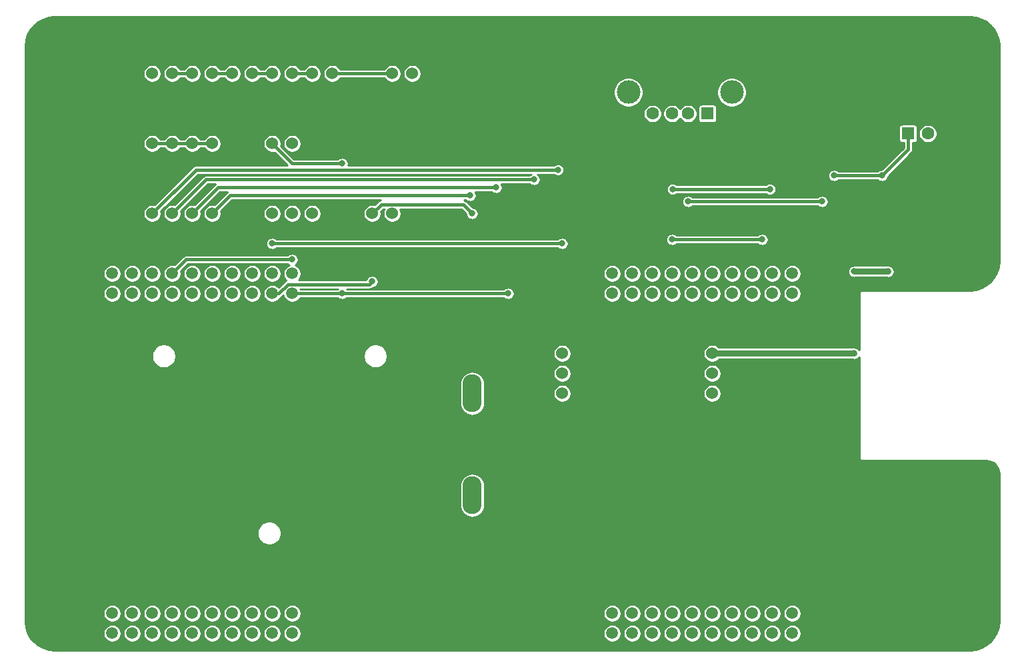
<source format=gbr>
%TF.GenerationSoftware,KiCad,Pcbnew,(5.1.7)-1*%
%TF.CreationDate,2020-11-29T15:53:38-06:00*%
%TF.ProjectId,2021_Rev1,32303231-5f52-4657-9631-2e6b69636164,rev?*%
%TF.SameCoordinates,Original*%
%TF.FileFunction,Copper,L2,Bot*%
%TF.FilePolarity,Positive*%
%FSLAX46Y46*%
G04 Gerber Fmt 4.6, Leading zero omitted, Abs format (unit mm)*
G04 Created by KiCad (PCBNEW (5.1.7)-1) date 2020-11-29 15:53:38*
%MOMM*%
%LPD*%
G01*
G04 APERTURE LIST*
%TA.AperFunction,ComponentPad*%
%ADD10O,2.410000X4.820000*%
%TD*%
%TA.AperFunction,ComponentPad*%
%ADD11C,1.524000*%
%TD*%
%TA.AperFunction,ComponentPad*%
%ADD12C,2.999999*%
%TD*%
%TA.AperFunction,ComponentPad*%
%ADD13R,1.600000X1.600000*%
%TD*%
%TA.AperFunction,ComponentPad*%
%ADD14C,1.600000*%
%TD*%
%TA.AperFunction,ComponentPad*%
%ADD15C,1.520000*%
%TD*%
%TA.AperFunction,ViaPad*%
%ADD16C,0.800000*%
%TD*%
%TA.AperFunction,Conductor*%
%ADD17C,0.381000*%
%TD*%
%TA.AperFunction,Conductor*%
%ADD18C,0.762000*%
%TD*%
%TA.AperFunction,NonConductor*%
%ADD19C,0.254000*%
%TD*%
%TA.AperFunction,NonConductor*%
%ADD20C,0.100000*%
%TD*%
G04 APERTURE END LIST*
D10*
%TO.P,BT1,N*%
%TO.N,GND*%
X953770000Y183896000D03*
%TO.P,BT1,P*%
%TO.N,+9V*%
X953770000Y196850000D03*
%TD*%
D11*
%TO.P,Conn2,1*%
%TO.N,ELEV_PLUS*%
X913130000Y219710000D03*
%TO.P,Conn2,2*%
%TO.N,ELEV_MINUS*%
X915670000Y219710000D03*
%TO.P,Conn2,3*%
%TO.N,AZI_PLUS*%
X918210000Y219710000D03*
%TO.P,Conn2,4*%
%TO.N,AZI_MINUS*%
X920750000Y219710000D03*
X920750000Y219710000D03*
%TD*%
%TO.P,Conn3,4*%
%TO.N,+3V3*%
X920750000Y228600000D03*
X920750000Y228600000D03*
%TO.P,Conn3,3*%
X918210000Y228600000D03*
%TO.P,Conn3,2*%
X915670000Y228600000D03*
%TO.P,Conn3,1*%
X913130000Y228600000D03*
%TD*%
%TO.P,Conn4,2*%
%TO.N,GND*%
X930910000Y228600000D03*
%TO.P,Conn4,1*%
%TO.N,ELEV_CTL*%
X928370000Y228600000D03*
%TD*%
%TO.P,Conn5,1*%
%TO.N,AZI_CTL*%
X941070000Y219710000D03*
%TO.P,Conn5,2*%
%TO.N,GND*%
X943610000Y219710000D03*
%TD*%
%TO.P,Conn6,1*%
%TO.N,+3V3*%
X913130000Y237490000D03*
%TO.P,Conn6,2*%
%TO.N,Net-(Conn6-Pad2)*%
X915670000Y237490000D03*
%TO.P,Conn6,3*%
X918210000Y237490000D03*
%TO.P,Conn6,4*%
%TO.N,Net-(Conn6-Pad4)*%
X920750000Y237490000D03*
%TO.P,Conn6,5*%
X923290000Y237490000D03*
%TO.P,Conn6,6*%
%TO.N,Net-(Conn6-Pad6)*%
X925830000Y237490000D03*
%TO.P,Conn6,7*%
X928370000Y237490000D03*
%TO.P,Conn6,8*%
%TO.N,Net-(Conn6-Pad8)*%
X930910000Y237490000D03*
%TO.P,Conn6,9*%
X933450000Y237490000D03*
%TO.P,Conn6,10*%
%TO.N,Net-(Conn6-Pad10)*%
X935990000Y237490000D03*
%TD*%
%TO.P,Conn7,1*%
%TO.N,Net-(Conn6-Pad10)*%
X943610000Y237490000D03*
%TO.P,Conn7,2*%
%TO.N,GND*%
X946150000Y237490000D03*
%TD*%
%TO.P,Conn8,1*%
%TO.N,+3V3*%
X928370000Y219710000D03*
%TO.P,Conn8,2*%
%TO.N,LCD_TX*%
X930910000Y219710000D03*
%TO.P,Conn8,3*%
%TO.N,GND*%
X933450000Y219710000D03*
%TD*%
D12*
%TO.P,J1,5*%
%TO.N,GND*%
X973600000Y235120000D03*
%TO.P,J1,e5*%
X986740000Y235120000D03*
D13*
%TO.P,J1,1*%
%TO.N,Net-(FB1-Pad2)*%
X983670000Y232410000D03*
D14*
%TO.P,J1,2*%
%TO.N,Net-(C5-Pad1)*%
X981170000Y232410000D03*
%TO.P,J1,3*%
%TO.N,Net-(C6-Pad1)*%
X979170000Y232410000D03*
%TO.P,J1,4*%
%TO.N,GND*%
X976670000Y232410000D03*
%TD*%
D15*
%TO.P,U1,+3V3`*%
%TO.N,N/C*%
X971550000Y212090000D03*
%TO.P,U1,PM6*%
%TO.N,Net-(U1-PadPM6)*%
X994410000Y166370000D03*
%TO.P,U1,PQ1*%
%TO.N,Net-(U1-PadPQ1)*%
X991870000Y166370000D03*
%TO.P,U1,PQ2*%
%TO.N,Net-(U1-PadPQ2)*%
X984250000Y166370000D03*
%TO.P,U1,PK0*%
%TO.N,Net-(U1-PadPK0)*%
X981710000Y209550000D03*
%TO.P,U1,PQ3*%
%TO.N,Net-(U1-PadPQ3)*%
X986790000Y166370000D03*
%TO.P,U1,PP3*%
%TO.N,Net-(U1-PadPP3)*%
X989330000Y166370000D03*
%TO.P,U1,PQ0*%
%TO.N,Net-(U1-PadPQ0)*%
X986790000Y212090000D03*
%TO.P,U1,PA4*%
%TO.N,Net-(U1-PadPA4)*%
X991870000Y209550000D03*
%TO.P,U1,Rese'*%
%TO.N,Net-(U1-PadRese')*%
X981710000Y166370000D03*
%TO.P,U1,PA7*%
%TO.N,Net-(U1-PadPA7)*%
X979170000Y166370000D03*
%TO.P,U1,PN5*%
%TO.N,Net-(U1-PadPN5)*%
X991870000Y212090000D03*
%TO.P,U1,PK2*%
%TO.N,Net-(U1-PadPK2)*%
X986790000Y209550000D03*
%TO.P,U1,PK1*%
%TO.N,Net-(U1-PadPK1)*%
X984250000Y209550000D03*
%TO.P,U1,+5V`*%
%TO.N,N/C*%
X971550000Y209550000D03*
%TO.P,U1,GND*%
%TO.N,GND*%
X974090000Y209550000D03*
%TO.P,U1,PB4*%
%TO.N,Net-(U1-PadPB4)*%
X976630000Y209550000D03*
%TO.P,U1,PB5*%
%TO.N,Net-(U1-PadPB5)*%
X979170000Y209550000D03*
%TO.P,U1,PK3*%
%TO.N,Net-(U1-PadPK3)*%
X989330000Y209550000D03*
%TO.P,U1,PA5*%
%TO.N,Net-(U1-PadPA5)*%
X994410000Y209550000D03*
%TO.P,U1,PD2*%
%TO.N,Net-(U1-PadPD2)*%
X974090000Y212090000D03*
%TO.P,U1,PP0*%
%TO.N,KBoard_RX*%
X976630000Y212090000D03*
%TO.P,U1,PP1*%
%TO.N,KBoard_TX*%
X979170000Y212090000D03*
%TO.P,U1,PD4*%
%TO.N,Net-(U1-PadPD4)*%
X981710000Y212090000D03*
%TO.P,U1,PD5*%
%TO.N,Net-(U1-PadPD5)*%
X984250000Y212090000D03*
%TO.P,U1,PP4*%
%TO.N,Net-(U1-PadPP4)*%
X989330000Y212090000D03*
%TO.P,U1,PN4*%
%TO.N,Net-(U1-PadPN4)*%
X994410000Y212090000D03*
%TO.P,U1,PG1*%
%TO.N,Net-(U1-PadPG1)*%
X971550000Y168910000D03*
%TO.P,U1,PK4*%
%TO.N,Net-(U1-PadPK4)*%
X974090000Y168910000D03*
%TO.P,U1,PK5*%
%TO.N,Net-(U1-PadPK5)*%
X976630000Y168910000D03*
%TO.P,U1,PM0*%
%TO.N,Net-(U1-PadPM0)*%
X979170000Y168910000D03*
%TO.P,U1,PM1*%
%TO.N,Net-(U1-PadPM1)*%
X981710000Y168910000D03*
%TO.P,U1,PM2*%
%TO.N,Net-(U1-PadPM2)*%
X984250000Y168910000D03*
%TO.P,U1,PH0*%
%TO.N,Net-(U1-PadPH0)*%
X986790000Y168910000D03*
%TO.P,U1,PH1*%
%TO.N,Net-(U1-PadPH1)*%
X989330000Y168910000D03*
%TO.P,U1,PK6*%
%TO.N,Net-(U1-PadPK6)*%
X991870000Y168910000D03*
%TO.P,U1,PK7*%
%TO.N,Net-(U1-PadPK7)*%
X994410000Y168910000D03*
%TO.P,U1,GND*%
%TO.N,GND*%
X971550000Y166370000D03*
%TO.P,U1,PM7*%
%TO.N,Net-(U1-PadPM7)*%
X974090000Y166370000D03*
%TO.P,U1,PP5*%
%TO.N,Net-(U1-PadPP5)*%
X976630000Y166370000D03*
%TO.P,U1,+5V*%
%TO.N,Net-(U1-Pad+5V)*%
X908050000Y209550000D03*
%TO.P,U1,GND*%
%TO.N,GND*%
X910590000Y209550000D03*
%TO.P,U1,PE0*%
%TO.N,ELEV_PLUS*%
X913130000Y209550000D03*
%TO.P,U1,PE1*%
%TO.N,ELEV_MINUS*%
X915670000Y209550000D03*
%TO.P,U1,PE2*%
%TO.N,AZI_PLUS*%
X918210000Y209550000D03*
%TO.P,U1,PE3*%
%TO.N,AZI_MINUS*%
X920750000Y209550000D03*
%TO.P,U1,PD7*%
%TO.N,Net-(U1-PadPD7)*%
X923290000Y209550000D03*
%TO.P,U1,PA6*%
%TO.N,Net-(U1-PadPA6)*%
X925830000Y209550000D03*
%TO.P,U1,PM4*%
%TO.N,AZI_CTL*%
X928370000Y209550000D03*
%TO.P,U1,PM5*%
%TO.N,ELEV_CTL*%
X930910000Y209550000D03*
%TO.P,U1,+3V3*%
%TO.N,+3V3*%
X908050000Y212090000D03*
%TO.P,U1,PE4*%
%TO.N,Net-(U1-PadPE4)*%
X910590000Y212090000D03*
%TO.P,U1,PC4*%
%TO.N,Net-(U1-PadPC4)*%
X913130000Y212090000D03*
%TO.P,U1,PC5*%
%TO.N,LCD_TX*%
X915670000Y212090000D03*
%TO.P,U1,PC6*%
%TO.N,Net-(U1-PadPC6)*%
X918210000Y212090000D03*
%TO.P,U1,PE5*%
%TO.N,Net-(U1-PadPE5)*%
X920750000Y212090000D03*
%TO.P,U1,PD3*%
%TO.N,Net-(U1-PadPD3)*%
X923290000Y212090000D03*
%TO.P,U1,PC7*%
%TO.N,Net-(U1-PadPC7)*%
X925830000Y212090000D03*
%TO.P,U1,PB2*%
%TO.N,Net-(U1-PadPB2)*%
X928370000Y212090000D03*
%TO.P,U1,PB3*%
%TO.N,Net-(U1-PadPB3)*%
X930910000Y212090000D03*
%TO.P,U1,PF1*%
%TO.N,Net-(U1-PadPF1)*%
X908050000Y168910000D03*
%TO.P,U1,PF2*%
%TO.N,Net-(U1-PadPF2)*%
X910590000Y168910000D03*
%TO.P,U1,PF3*%
%TO.N,Net-(U1-PadPF3)*%
X913130000Y168910000D03*
%TO.P,U1,PG0*%
%TO.N,Net-(U1-PadPG0)*%
X915670000Y168910000D03*
%TO.P,U1,PL4*%
%TO.N,Net-(U1-PadPL4)*%
X918210000Y168910000D03*
%TO.P,U1,PL5*%
%TO.N,Net-(U1-PadPL5)*%
X920750000Y168910000D03*
%TO.P,U1,PL0*%
%TO.N,Net-(U1-PadPL0)*%
X923290000Y168910000D03*
%TO.P,U1,PL1*%
%TO.N,Net-(U1-PadPL1)*%
X925830000Y168910000D03*
%TO.P,U1,PL2*%
%TO.N,Net-(U1-PadPL2)*%
X928370000Y168910000D03*
%TO.P,U1,PL3*%
%TO.N,Net-(U1-PadPL3)*%
X930910000Y168910000D03*
%TO.P,U1,GND*%
%TO.N,GND*%
X908050000Y166370000D03*
%TO.P,U1,PM3*%
%TO.N,Net-(U1-PadPM3)*%
X910590000Y166370000D03*
%TO.P,U1,PH2*%
%TO.N,Net-(U1-PadPH2)*%
X913130000Y166370000D03*
%TO.P,U1,PH3*%
%TO.N,Net-(U1-PadPH3)*%
X915670000Y166370000D03*
%TO.P,U1,Rese*%
%TO.N,Net-(U1-PadRese)*%
X918210000Y166370000D03*
%TO.P,U1,PD1*%
%TO.N,Net-(U1-PadPD1)*%
X920750000Y166370000D03*
%TO.P,U1,PD0*%
%TO.N,Net-(U1-PadPD0)*%
X923290000Y166370000D03*
%TO.P,U1,PN2*%
%TO.N,Net-(U1-PadPN2)*%
X925830000Y166370000D03*
%TO.P,U1,PN3*%
%TO.N,Net-(U1-PadPN3)*%
X928370000Y166370000D03*
%TO.P,U1,PP2*%
%TO.N,Net-(U1-PadPP2)*%
X930910000Y166370000D03*
%TD*%
D11*
%TO.P,U2,3*%
%TO.N,+3V3*%
X965200000Y201930000D03*
%TO.P,U2,2*%
%TO.N,GND*%
X965200000Y199390000D03*
%TO.P,U2,1*%
%TO.N,+9V*%
X965200000Y196850000D03*
%TD*%
%TO.P,U3,1*%
%TO.N,+9V*%
X984250000Y196850000D03*
%TO.P,U3,2*%
%TO.N,GND*%
X984250000Y199390000D03*
%TO.P,U3,3*%
%TO.N,+5V*%
X984250000Y201930000D03*
%TD*%
D13*
%TO.P,4.7uF1,1*%
%TO.N,+5V*%
X1009142000Y229870000D03*
D14*
%TO.P,4.7uF1,2*%
%TO.N,GND*%
X1011642000Y229870000D03*
%TD*%
D16*
%TO.N,+3V3*%
X965200000Y215900000D03*
X928370000Y215900000D03*
%TO.N,+5V*%
X1002284000Y201930000D03*
X1002284000Y212344000D03*
X1006602000Y212344000D03*
%TO.N,Net-(R1-Pad1)*%
X981202000Y221234000D03*
X981202000Y221234000D03*
X998220000Y221234000D03*
%TO.N,Net-(R2-Pad1)*%
X979217000Y222805000D03*
X991569000Y222805000D03*
%TO.N,KBoard_TX*%
X979170000Y216408000D03*
X990600000Y216408000D03*
%TO.N,+5V*%
X1005840000Y224536000D03*
X999744000Y224536000D03*
%TO.N,ELEV_PLUS*%
X964663499Y225269499D03*
%TO.N,ELEV_MINUS*%
X961644000Y224028000D03*
%TO.N,AZI_PLUS*%
X956818000Y223012000D03*
%TO.N,AZI_MINUS*%
X953516000Y221996000D03*
%TO.N,ELEV_CTL*%
X958342000Y209550000D03*
X937260000Y209550000D03*
X937260000Y226060000D03*
%TO.N,AZI_CTL*%
X953770000Y219710000D03*
X941070000Y211074000D03*
%TO.N,LCD_TX*%
X930910000Y213868000D03*
%TD*%
D17*
%TO.N,+3V3*%
X913130000Y228600000D02*
X920750000Y228600000D01*
X965200000Y215900000D02*
X938784000Y215900000D01*
X938784000Y215900000D02*
X928370000Y215900000D01*
X928370000Y215900000D02*
X928370000Y215900000D01*
D18*
%TO.N,+5V*%
X984250000Y201930000D02*
X1002284000Y201930000D01*
X1002284000Y212344000D02*
X1006602000Y212344000D01*
X1006602000Y212344000D02*
X1006602000Y212344000D01*
D17*
%TO.N,Net-(R1-Pad1)*%
X981202000Y221234000D02*
X998220000Y221234000D01*
X998220000Y221234000D02*
X998220000Y221234000D01*
%TO.N,Net-(R2-Pad1)*%
X979217000Y222805000D02*
X991569000Y222805000D01*
X991569000Y222805000D02*
X991569000Y222805000D01*
%TO.N,KBoard_TX*%
X979170000Y216408000D02*
X990600000Y216408000D01*
X990600000Y216408000D02*
X990600000Y216408000D01*
%TO.N,+5V*%
X1005840000Y224536000D02*
X999744000Y224536000D01*
X999744000Y224536000D02*
X999744000Y224536000D01*
X1005840000Y224536000D02*
X1009142000Y227838000D01*
X1009142000Y227838000D02*
X1009142000Y229870000D01*
%TO.N,ELEV_PLUS*%
X918689499Y225269499D02*
X964663499Y225269499D01*
X913130000Y219710000D02*
X918689499Y225269499D01*
X964663499Y225269499D02*
X964663499Y225269499D01*
%TO.N,ELEV_MINUS*%
X915670000Y219710000D02*
X919988000Y224028000D01*
X919988000Y224028000D02*
X961644000Y224028000D01*
X961644000Y224028000D02*
X961644000Y224028000D01*
%TO.N,AZI_PLUS*%
X918210000Y219710000D02*
X921512000Y223012000D01*
X921512000Y223012000D02*
X953262000Y223012000D01*
X953262000Y223012000D02*
X956818000Y223012000D01*
X956818000Y223012000D02*
X956818000Y223012000D01*
%TO.N,AZI_MINUS*%
X920750000Y219710000D02*
X923036000Y221996000D01*
X923036000Y221996000D02*
X953516000Y221996000D01*
X953516000Y221996000D02*
X953516000Y221996000D01*
%TO.N,ELEV_CTL*%
X930910000Y209550000D02*
X937260000Y209550000D01*
X958342000Y209550000D02*
X958342000Y209550000D01*
X937260000Y209550000D02*
X958342000Y209550000D01*
X930910000Y226060000D02*
X928370000Y228600000D01*
X937260000Y226060000D02*
X930910000Y226060000D01*
%TO.N,AZI_CTL*%
X942222501Y220862501D02*
X941070000Y219710000D01*
X952617499Y220862501D02*
X942222501Y220862501D01*
X953770000Y219710000D02*
X952617499Y220862501D01*
X940696501Y210700501D02*
X930357759Y210700501D01*
X941070000Y211074000D02*
X940696501Y210700501D01*
X929207258Y209550000D02*
X928370000Y209550000D01*
X930357759Y210700501D02*
X929207258Y209550000D01*
%TO.N,Net-(Conn6-Pad2)*%
X918210000Y237490000D02*
X915670000Y237490000D01*
%TO.N,Net-(Conn6-Pad4)*%
X923290000Y237490000D02*
X920750000Y237490000D01*
%TO.N,Net-(Conn6-Pad6)*%
X928370000Y237490000D02*
X925830000Y237490000D01*
%TO.N,Net-(Conn6-Pad8)*%
X930910000Y237490000D02*
X933450000Y237490000D01*
%TO.N,Net-(Conn6-Pad10)*%
X935990000Y237490000D02*
X943610000Y237490000D01*
%TO.N,LCD_TX*%
X917448000Y213868000D02*
X915670000Y212090000D01*
X930910000Y213868000D02*
X917448000Y213868000D01*
%TD*%
D19*
X1017726128Y244632425D02*
X1018409215Y244426189D01*
X1019039230Y244091204D01*
X1019592180Y243640228D01*
X1020047008Y243090436D01*
X1020386380Y242462780D01*
X1020597379Y241781153D01*
X1020673975Y241052391D01*
X1020674000Y241045157D01*
X1020674001Y213633863D01*
X1020602425Y212903872D01*
X1020396189Y212220788D01*
X1020061203Y211590770D01*
X1019610228Y211037820D01*
X1019060439Y210582994D01*
X1018432780Y210243620D01*
X1017751151Y210032621D01*
X1017022392Y209956025D01*
X1017015156Y209956000D01*
X1003319940Y209956000D01*
X1003300000Y209957964D01*
X1003280059Y209956000D01*
X1003220410Y209950125D01*
X1003143879Y209926910D01*
X1003073347Y209889210D01*
X1003011526Y209838474D01*
X1002960790Y209776653D01*
X1002923090Y209706121D01*
X1002899875Y209629590D01*
X1002892036Y209550000D01*
X1002894000Y209530059D01*
X1002894000Y202422833D01*
X1002890642Y202427859D01*
X1002781859Y202536642D01*
X1002653942Y202622113D01*
X1002511809Y202680987D01*
X1002360922Y202711000D01*
X1002207078Y202711000D01*
X1002111558Y202692000D01*
X985104446Y202692000D01*
X984978620Y202817826D01*
X984791413Y202942913D01*
X984583401Y203029075D01*
X984362576Y203073000D01*
X984137424Y203073000D01*
X983916599Y203029075D01*
X983708587Y202942913D01*
X983521380Y202817826D01*
X983362174Y202658620D01*
X983237087Y202471413D01*
X983150925Y202263401D01*
X983107000Y202042576D01*
X983107000Y201817424D01*
X983150925Y201596599D01*
X983237087Y201388587D01*
X983362174Y201201380D01*
X983521380Y201042174D01*
X983708587Y200917087D01*
X983916599Y200830925D01*
X984137424Y200787000D01*
X984362576Y200787000D01*
X984583401Y200830925D01*
X984791413Y200917087D01*
X984978620Y201042174D01*
X985104446Y201168000D01*
X1002111558Y201168000D01*
X1002207078Y201149000D01*
X1002360922Y201149000D01*
X1002511809Y201179013D01*
X1002653942Y201237887D01*
X1002781859Y201323358D01*
X1002890642Y201432141D01*
X1002894000Y201437167D01*
X1002894001Y188741951D01*
X1002892036Y188722000D01*
X1002899875Y188642410D01*
X1002923090Y188565879D01*
X1002960790Y188495347D01*
X1003011526Y188433526D01*
X1003073347Y188382790D01*
X1003143879Y188345090D01*
X1003220410Y188321875D01*
X1003280059Y188316000D01*
X1003280060Y188316000D01*
X1003300000Y188314036D01*
X1003319941Y188316000D01*
X1019028146Y188316000D01*
X1019363444Y188283124D01*
X1019666878Y188191512D01*
X1019946734Y188042710D01*
X1020192363Y187842380D01*
X1020394402Y187598157D01*
X1020545155Y187319346D01*
X1020638882Y187016561D01*
X1020674000Y186682432D01*
X1020674001Y178581950D01*
X1020674000Y178581940D01*
X1020674001Y174517950D01*
X1020674000Y174517940D01*
X1020674001Y167913863D01*
X1020602425Y167183872D01*
X1020396189Y166500788D01*
X1020061203Y165870770D01*
X1019610228Y165317820D01*
X1019060439Y164862994D01*
X1018432780Y164523620D01*
X1017751151Y164312621D01*
X1017022392Y164236025D01*
X1017015156Y164236000D01*
X900703853Y164236000D01*
X899973872Y164307575D01*
X899290788Y164513811D01*
X898660770Y164848797D01*
X898107820Y165299772D01*
X897652994Y165849561D01*
X897313620Y166477220D01*
X897312024Y166482379D01*
X906909000Y166482379D01*
X906909000Y166257621D01*
X906952848Y166037183D01*
X907038859Y165829534D01*
X907163727Y165642655D01*
X907322655Y165483727D01*
X907509534Y165358859D01*
X907717183Y165272848D01*
X907937621Y165229000D01*
X908162379Y165229000D01*
X908382817Y165272848D01*
X908590466Y165358859D01*
X908777345Y165483727D01*
X908936273Y165642655D01*
X909061141Y165829534D01*
X909147152Y166037183D01*
X909191000Y166257621D01*
X909191000Y166482379D01*
X909449000Y166482379D01*
X909449000Y166257621D01*
X909492848Y166037183D01*
X909578859Y165829534D01*
X909703727Y165642655D01*
X909862655Y165483727D01*
X910049534Y165358859D01*
X910257183Y165272848D01*
X910477621Y165229000D01*
X910702379Y165229000D01*
X910922817Y165272848D01*
X911130466Y165358859D01*
X911317345Y165483727D01*
X911476273Y165642655D01*
X911601141Y165829534D01*
X911687152Y166037183D01*
X911731000Y166257621D01*
X911731000Y166482379D01*
X911989000Y166482379D01*
X911989000Y166257621D01*
X912032848Y166037183D01*
X912118859Y165829534D01*
X912243727Y165642655D01*
X912402655Y165483727D01*
X912589534Y165358859D01*
X912797183Y165272848D01*
X913017621Y165229000D01*
X913242379Y165229000D01*
X913462817Y165272848D01*
X913670466Y165358859D01*
X913857345Y165483727D01*
X914016273Y165642655D01*
X914141141Y165829534D01*
X914227152Y166037183D01*
X914271000Y166257621D01*
X914271000Y166482379D01*
X914529000Y166482379D01*
X914529000Y166257621D01*
X914572848Y166037183D01*
X914658859Y165829534D01*
X914783727Y165642655D01*
X914942655Y165483727D01*
X915129534Y165358859D01*
X915337183Y165272848D01*
X915557621Y165229000D01*
X915782379Y165229000D01*
X916002817Y165272848D01*
X916210466Y165358859D01*
X916397345Y165483727D01*
X916556273Y165642655D01*
X916681141Y165829534D01*
X916767152Y166037183D01*
X916811000Y166257621D01*
X916811000Y166482379D01*
X917069000Y166482379D01*
X917069000Y166257621D01*
X917112848Y166037183D01*
X917198859Y165829534D01*
X917323727Y165642655D01*
X917482655Y165483727D01*
X917669534Y165358859D01*
X917877183Y165272848D01*
X918097621Y165229000D01*
X918322379Y165229000D01*
X918542817Y165272848D01*
X918750466Y165358859D01*
X918937345Y165483727D01*
X919096273Y165642655D01*
X919221141Y165829534D01*
X919307152Y166037183D01*
X919351000Y166257621D01*
X919351000Y166482379D01*
X919609000Y166482379D01*
X919609000Y166257621D01*
X919652848Y166037183D01*
X919738859Y165829534D01*
X919863727Y165642655D01*
X920022655Y165483727D01*
X920209534Y165358859D01*
X920417183Y165272848D01*
X920637621Y165229000D01*
X920862379Y165229000D01*
X921082817Y165272848D01*
X921290466Y165358859D01*
X921477345Y165483727D01*
X921636273Y165642655D01*
X921761141Y165829534D01*
X921847152Y166037183D01*
X921891000Y166257621D01*
X921891000Y166482379D01*
X922149000Y166482379D01*
X922149000Y166257621D01*
X922192848Y166037183D01*
X922278859Y165829534D01*
X922403727Y165642655D01*
X922562655Y165483727D01*
X922749534Y165358859D01*
X922957183Y165272848D01*
X923177621Y165229000D01*
X923402379Y165229000D01*
X923622817Y165272848D01*
X923830466Y165358859D01*
X924017345Y165483727D01*
X924176273Y165642655D01*
X924301141Y165829534D01*
X924387152Y166037183D01*
X924431000Y166257621D01*
X924431000Y166482379D01*
X924689000Y166482379D01*
X924689000Y166257621D01*
X924732848Y166037183D01*
X924818859Y165829534D01*
X924943727Y165642655D01*
X925102655Y165483727D01*
X925289534Y165358859D01*
X925497183Y165272848D01*
X925717621Y165229000D01*
X925942379Y165229000D01*
X926162817Y165272848D01*
X926370466Y165358859D01*
X926557345Y165483727D01*
X926716273Y165642655D01*
X926841141Y165829534D01*
X926927152Y166037183D01*
X926971000Y166257621D01*
X926971000Y166482379D01*
X927229000Y166482379D01*
X927229000Y166257621D01*
X927272848Y166037183D01*
X927358859Y165829534D01*
X927483727Y165642655D01*
X927642655Y165483727D01*
X927829534Y165358859D01*
X928037183Y165272848D01*
X928257621Y165229000D01*
X928482379Y165229000D01*
X928702817Y165272848D01*
X928910466Y165358859D01*
X929097345Y165483727D01*
X929256273Y165642655D01*
X929381141Y165829534D01*
X929467152Y166037183D01*
X929511000Y166257621D01*
X929511000Y166482379D01*
X929769000Y166482379D01*
X929769000Y166257621D01*
X929812848Y166037183D01*
X929898859Y165829534D01*
X930023727Y165642655D01*
X930182655Y165483727D01*
X930369534Y165358859D01*
X930577183Y165272848D01*
X930797621Y165229000D01*
X931022379Y165229000D01*
X931242817Y165272848D01*
X931450466Y165358859D01*
X931637345Y165483727D01*
X931796273Y165642655D01*
X931921141Y165829534D01*
X932007152Y166037183D01*
X932051000Y166257621D01*
X932051000Y166482379D01*
X970409000Y166482379D01*
X970409000Y166257621D01*
X970452848Y166037183D01*
X970538859Y165829534D01*
X970663727Y165642655D01*
X970822655Y165483727D01*
X971009534Y165358859D01*
X971217183Y165272848D01*
X971437621Y165229000D01*
X971662379Y165229000D01*
X971882817Y165272848D01*
X972090466Y165358859D01*
X972277345Y165483727D01*
X972436273Y165642655D01*
X972561141Y165829534D01*
X972647152Y166037183D01*
X972691000Y166257621D01*
X972691000Y166482379D01*
X972949000Y166482379D01*
X972949000Y166257621D01*
X972992848Y166037183D01*
X973078859Y165829534D01*
X973203727Y165642655D01*
X973362655Y165483727D01*
X973549534Y165358859D01*
X973757183Y165272848D01*
X973977621Y165229000D01*
X974202379Y165229000D01*
X974422817Y165272848D01*
X974630466Y165358859D01*
X974817345Y165483727D01*
X974976273Y165642655D01*
X975101141Y165829534D01*
X975187152Y166037183D01*
X975231000Y166257621D01*
X975231000Y166482379D01*
X975489000Y166482379D01*
X975489000Y166257621D01*
X975532848Y166037183D01*
X975618859Y165829534D01*
X975743727Y165642655D01*
X975902655Y165483727D01*
X976089534Y165358859D01*
X976297183Y165272848D01*
X976517621Y165229000D01*
X976742379Y165229000D01*
X976962817Y165272848D01*
X977170466Y165358859D01*
X977357345Y165483727D01*
X977516273Y165642655D01*
X977641141Y165829534D01*
X977727152Y166037183D01*
X977771000Y166257621D01*
X977771000Y166482379D01*
X978029000Y166482379D01*
X978029000Y166257621D01*
X978072848Y166037183D01*
X978158859Y165829534D01*
X978283727Y165642655D01*
X978442655Y165483727D01*
X978629534Y165358859D01*
X978837183Y165272848D01*
X979057621Y165229000D01*
X979282379Y165229000D01*
X979502817Y165272848D01*
X979710466Y165358859D01*
X979897345Y165483727D01*
X980056273Y165642655D01*
X980181141Y165829534D01*
X980267152Y166037183D01*
X980311000Y166257621D01*
X980311000Y166482379D01*
X980569000Y166482379D01*
X980569000Y166257621D01*
X980612848Y166037183D01*
X980698859Y165829534D01*
X980823727Y165642655D01*
X980982655Y165483727D01*
X981169534Y165358859D01*
X981377183Y165272848D01*
X981597621Y165229000D01*
X981822379Y165229000D01*
X982042817Y165272848D01*
X982250466Y165358859D01*
X982437345Y165483727D01*
X982596273Y165642655D01*
X982721141Y165829534D01*
X982807152Y166037183D01*
X982851000Y166257621D01*
X982851000Y166482379D01*
X983109000Y166482379D01*
X983109000Y166257621D01*
X983152848Y166037183D01*
X983238859Y165829534D01*
X983363727Y165642655D01*
X983522655Y165483727D01*
X983709534Y165358859D01*
X983917183Y165272848D01*
X984137621Y165229000D01*
X984362379Y165229000D01*
X984582817Y165272848D01*
X984790466Y165358859D01*
X984977345Y165483727D01*
X985136273Y165642655D01*
X985261141Y165829534D01*
X985347152Y166037183D01*
X985391000Y166257621D01*
X985391000Y166482379D01*
X985649000Y166482379D01*
X985649000Y166257621D01*
X985692848Y166037183D01*
X985778859Y165829534D01*
X985903727Y165642655D01*
X986062655Y165483727D01*
X986249534Y165358859D01*
X986457183Y165272848D01*
X986677621Y165229000D01*
X986902379Y165229000D01*
X987122817Y165272848D01*
X987330466Y165358859D01*
X987517345Y165483727D01*
X987676273Y165642655D01*
X987801141Y165829534D01*
X987887152Y166037183D01*
X987931000Y166257621D01*
X987931000Y166482379D01*
X988189000Y166482379D01*
X988189000Y166257621D01*
X988232848Y166037183D01*
X988318859Y165829534D01*
X988443727Y165642655D01*
X988602655Y165483727D01*
X988789534Y165358859D01*
X988997183Y165272848D01*
X989217621Y165229000D01*
X989442379Y165229000D01*
X989662817Y165272848D01*
X989870466Y165358859D01*
X990057345Y165483727D01*
X990216273Y165642655D01*
X990341141Y165829534D01*
X990427152Y166037183D01*
X990471000Y166257621D01*
X990471000Y166482379D01*
X990729000Y166482379D01*
X990729000Y166257621D01*
X990772848Y166037183D01*
X990858859Y165829534D01*
X990983727Y165642655D01*
X991142655Y165483727D01*
X991329534Y165358859D01*
X991537183Y165272848D01*
X991757621Y165229000D01*
X991982379Y165229000D01*
X992202817Y165272848D01*
X992410466Y165358859D01*
X992597345Y165483727D01*
X992756273Y165642655D01*
X992881141Y165829534D01*
X992967152Y166037183D01*
X993011000Y166257621D01*
X993011000Y166482379D01*
X993269000Y166482379D01*
X993269000Y166257621D01*
X993312848Y166037183D01*
X993398859Y165829534D01*
X993523727Y165642655D01*
X993682655Y165483727D01*
X993869534Y165358859D01*
X994077183Y165272848D01*
X994297621Y165229000D01*
X994522379Y165229000D01*
X994742817Y165272848D01*
X994950466Y165358859D01*
X995137345Y165483727D01*
X995296273Y165642655D01*
X995421141Y165829534D01*
X995507152Y166037183D01*
X995551000Y166257621D01*
X995551000Y166482379D01*
X995507152Y166702817D01*
X995421141Y166910466D01*
X995296273Y167097345D01*
X995137345Y167256273D01*
X994950466Y167381141D01*
X994742817Y167467152D01*
X994522379Y167511000D01*
X994297621Y167511000D01*
X994077183Y167467152D01*
X993869534Y167381141D01*
X993682655Y167256273D01*
X993523727Y167097345D01*
X993398859Y166910466D01*
X993312848Y166702817D01*
X993269000Y166482379D01*
X993011000Y166482379D01*
X992967152Y166702817D01*
X992881141Y166910466D01*
X992756273Y167097345D01*
X992597345Y167256273D01*
X992410466Y167381141D01*
X992202817Y167467152D01*
X991982379Y167511000D01*
X991757621Y167511000D01*
X991537183Y167467152D01*
X991329534Y167381141D01*
X991142655Y167256273D01*
X990983727Y167097345D01*
X990858859Y166910466D01*
X990772848Y166702817D01*
X990729000Y166482379D01*
X990471000Y166482379D01*
X990427152Y166702817D01*
X990341141Y166910466D01*
X990216273Y167097345D01*
X990057345Y167256273D01*
X989870466Y167381141D01*
X989662817Y167467152D01*
X989442379Y167511000D01*
X989217621Y167511000D01*
X988997183Y167467152D01*
X988789534Y167381141D01*
X988602655Y167256273D01*
X988443727Y167097345D01*
X988318859Y166910466D01*
X988232848Y166702817D01*
X988189000Y166482379D01*
X987931000Y166482379D01*
X987887152Y166702817D01*
X987801141Y166910466D01*
X987676273Y167097345D01*
X987517345Y167256273D01*
X987330466Y167381141D01*
X987122817Y167467152D01*
X986902379Y167511000D01*
X986677621Y167511000D01*
X986457183Y167467152D01*
X986249534Y167381141D01*
X986062655Y167256273D01*
X985903727Y167097345D01*
X985778859Y166910466D01*
X985692848Y166702817D01*
X985649000Y166482379D01*
X985391000Y166482379D01*
X985347152Y166702817D01*
X985261141Y166910466D01*
X985136273Y167097345D01*
X984977345Y167256273D01*
X984790466Y167381141D01*
X984582817Y167467152D01*
X984362379Y167511000D01*
X984137621Y167511000D01*
X983917183Y167467152D01*
X983709534Y167381141D01*
X983522655Y167256273D01*
X983363727Y167097345D01*
X983238859Y166910466D01*
X983152848Y166702817D01*
X983109000Y166482379D01*
X982851000Y166482379D01*
X982807152Y166702817D01*
X982721141Y166910466D01*
X982596273Y167097345D01*
X982437345Y167256273D01*
X982250466Y167381141D01*
X982042817Y167467152D01*
X981822379Y167511000D01*
X981597621Y167511000D01*
X981377183Y167467152D01*
X981169534Y167381141D01*
X980982655Y167256273D01*
X980823727Y167097345D01*
X980698859Y166910466D01*
X980612848Y166702817D01*
X980569000Y166482379D01*
X980311000Y166482379D01*
X980267152Y166702817D01*
X980181141Y166910466D01*
X980056273Y167097345D01*
X979897345Y167256273D01*
X979710466Y167381141D01*
X979502817Y167467152D01*
X979282379Y167511000D01*
X979057621Y167511000D01*
X978837183Y167467152D01*
X978629534Y167381141D01*
X978442655Y167256273D01*
X978283727Y167097345D01*
X978158859Y166910466D01*
X978072848Y166702817D01*
X978029000Y166482379D01*
X977771000Y166482379D01*
X977727152Y166702817D01*
X977641141Y166910466D01*
X977516273Y167097345D01*
X977357345Y167256273D01*
X977170466Y167381141D01*
X976962817Y167467152D01*
X976742379Y167511000D01*
X976517621Y167511000D01*
X976297183Y167467152D01*
X976089534Y167381141D01*
X975902655Y167256273D01*
X975743727Y167097345D01*
X975618859Y166910466D01*
X975532848Y166702817D01*
X975489000Y166482379D01*
X975231000Y166482379D01*
X975187152Y166702817D01*
X975101141Y166910466D01*
X974976273Y167097345D01*
X974817345Y167256273D01*
X974630466Y167381141D01*
X974422817Y167467152D01*
X974202379Y167511000D01*
X973977621Y167511000D01*
X973757183Y167467152D01*
X973549534Y167381141D01*
X973362655Y167256273D01*
X973203727Y167097345D01*
X973078859Y166910466D01*
X972992848Y166702817D01*
X972949000Y166482379D01*
X972691000Y166482379D01*
X972647152Y166702817D01*
X972561141Y166910466D01*
X972436273Y167097345D01*
X972277345Y167256273D01*
X972090466Y167381141D01*
X971882817Y167467152D01*
X971662379Y167511000D01*
X971437621Y167511000D01*
X971217183Y167467152D01*
X971009534Y167381141D01*
X970822655Y167256273D01*
X970663727Y167097345D01*
X970538859Y166910466D01*
X970452848Y166702817D01*
X970409000Y166482379D01*
X932051000Y166482379D01*
X932007152Y166702817D01*
X931921141Y166910466D01*
X931796273Y167097345D01*
X931637345Y167256273D01*
X931450466Y167381141D01*
X931242817Y167467152D01*
X931022379Y167511000D01*
X930797621Y167511000D01*
X930577183Y167467152D01*
X930369534Y167381141D01*
X930182655Y167256273D01*
X930023727Y167097345D01*
X929898859Y166910466D01*
X929812848Y166702817D01*
X929769000Y166482379D01*
X929511000Y166482379D01*
X929467152Y166702817D01*
X929381141Y166910466D01*
X929256273Y167097345D01*
X929097345Y167256273D01*
X928910466Y167381141D01*
X928702817Y167467152D01*
X928482379Y167511000D01*
X928257621Y167511000D01*
X928037183Y167467152D01*
X927829534Y167381141D01*
X927642655Y167256273D01*
X927483727Y167097345D01*
X927358859Y166910466D01*
X927272848Y166702817D01*
X927229000Y166482379D01*
X926971000Y166482379D01*
X926927152Y166702817D01*
X926841141Y166910466D01*
X926716273Y167097345D01*
X926557345Y167256273D01*
X926370466Y167381141D01*
X926162817Y167467152D01*
X925942379Y167511000D01*
X925717621Y167511000D01*
X925497183Y167467152D01*
X925289534Y167381141D01*
X925102655Y167256273D01*
X924943727Y167097345D01*
X924818859Y166910466D01*
X924732848Y166702817D01*
X924689000Y166482379D01*
X924431000Y166482379D01*
X924387152Y166702817D01*
X924301141Y166910466D01*
X924176273Y167097345D01*
X924017345Y167256273D01*
X923830466Y167381141D01*
X923622817Y167467152D01*
X923402379Y167511000D01*
X923177621Y167511000D01*
X922957183Y167467152D01*
X922749534Y167381141D01*
X922562655Y167256273D01*
X922403727Y167097345D01*
X922278859Y166910466D01*
X922192848Y166702817D01*
X922149000Y166482379D01*
X921891000Y166482379D01*
X921847152Y166702817D01*
X921761141Y166910466D01*
X921636273Y167097345D01*
X921477345Y167256273D01*
X921290466Y167381141D01*
X921082817Y167467152D01*
X920862379Y167511000D01*
X920637621Y167511000D01*
X920417183Y167467152D01*
X920209534Y167381141D01*
X920022655Y167256273D01*
X919863727Y167097345D01*
X919738859Y166910466D01*
X919652848Y166702817D01*
X919609000Y166482379D01*
X919351000Y166482379D01*
X919307152Y166702817D01*
X919221141Y166910466D01*
X919096273Y167097345D01*
X918937345Y167256273D01*
X918750466Y167381141D01*
X918542817Y167467152D01*
X918322379Y167511000D01*
X918097621Y167511000D01*
X917877183Y167467152D01*
X917669534Y167381141D01*
X917482655Y167256273D01*
X917323727Y167097345D01*
X917198859Y166910466D01*
X917112848Y166702817D01*
X917069000Y166482379D01*
X916811000Y166482379D01*
X916767152Y166702817D01*
X916681141Y166910466D01*
X916556273Y167097345D01*
X916397345Y167256273D01*
X916210466Y167381141D01*
X916002817Y167467152D01*
X915782379Y167511000D01*
X915557621Y167511000D01*
X915337183Y167467152D01*
X915129534Y167381141D01*
X914942655Y167256273D01*
X914783727Y167097345D01*
X914658859Y166910466D01*
X914572848Y166702817D01*
X914529000Y166482379D01*
X914271000Y166482379D01*
X914227152Y166702817D01*
X914141141Y166910466D01*
X914016273Y167097345D01*
X913857345Y167256273D01*
X913670466Y167381141D01*
X913462817Y167467152D01*
X913242379Y167511000D01*
X913017621Y167511000D01*
X912797183Y167467152D01*
X912589534Y167381141D01*
X912402655Y167256273D01*
X912243727Y167097345D01*
X912118859Y166910466D01*
X912032848Y166702817D01*
X911989000Y166482379D01*
X911731000Y166482379D01*
X911687152Y166702817D01*
X911601141Y166910466D01*
X911476273Y167097345D01*
X911317345Y167256273D01*
X911130466Y167381141D01*
X910922817Y167467152D01*
X910702379Y167511000D01*
X910477621Y167511000D01*
X910257183Y167467152D01*
X910049534Y167381141D01*
X909862655Y167256273D01*
X909703727Y167097345D01*
X909578859Y166910466D01*
X909492848Y166702817D01*
X909449000Y166482379D01*
X909191000Y166482379D01*
X909147152Y166702817D01*
X909061141Y166910466D01*
X908936273Y167097345D01*
X908777345Y167256273D01*
X908590466Y167381141D01*
X908382817Y167467152D01*
X908162379Y167511000D01*
X907937621Y167511000D01*
X907717183Y167467152D01*
X907509534Y167381141D01*
X907322655Y167256273D01*
X907163727Y167097345D01*
X907038859Y166910466D01*
X906952848Y166702817D01*
X906909000Y166482379D01*
X897312024Y166482379D01*
X897102621Y167158849D01*
X897026025Y167887608D01*
X897026000Y167894844D01*
X897026000Y169022379D01*
X906909000Y169022379D01*
X906909000Y168797621D01*
X906952848Y168577183D01*
X907038859Y168369534D01*
X907163727Y168182655D01*
X907322655Y168023727D01*
X907509534Y167898859D01*
X907717183Y167812848D01*
X907937621Y167769000D01*
X908162379Y167769000D01*
X908382817Y167812848D01*
X908590466Y167898859D01*
X908777345Y168023727D01*
X908936273Y168182655D01*
X909061141Y168369534D01*
X909147152Y168577183D01*
X909191000Y168797621D01*
X909191000Y169022379D01*
X909449000Y169022379D01*
X909449000Y168797621D01*
X909492848Y168577183D01*
X909578859Y168369534D01*
X909703727Y168182655D01*
X909862655Y168023727D01*
X910049534Y167898859D01*
X910257183Y167812848D01*
X910477621Y167769000D01*
X910702379Y167769000D01*
X910922817Y167812848D01*
X911130466Y167898859D01*
X911317345Y168023727D01*
X911476273Y168182655D01*
X911601141Y168369534D01*
X911687152Y168577183D01*
X911731000Y168797621D01*
X911731000Y169022379D01*
X911989000Y169022379D01*
X911989000Y168797621D01*
X912032848Y168577183D01*
X912118859Y168369534D01*
X912243727Y168182655D01*
X912402655Y168023727D01*
X912589534Y167898859D01*
X912797183Y167812848D01*
X913017621Y167769000D01*
X913242379Y167769000D01*
X913462817Y167812848D01*
X913670466Y167898859D01*
X913857345Y168023727D01*
X914016273Y168182655D01*
X914141141Y168369534D01*
X914227152Y168577183D01*
X914271000Y168797621D01*
X914271000Y169022379D01*
X914529000Y169022379D01*
X914529000Y168797621D01*
X914572848Y168577183D01*
X914658859Y168369534D01*
X914783727Y168182655D01*
X914942655Y168023727D01*
X915129534Y167898859D01*
X915337183Y167812848D01*
X915557621Y167769000D01*
X915782379Y167769000D01*
X916002817Y167812848D01*
X916210466Y167898859D01*
X916397345Y168023727D01*
X916556273Y168182655D01*
X916681141Y168369534D01*
X916767152Y168577183D01*
X916811000Y168797621D01*
X916811000Y169022379D01*
X917069000Y169022379D01*
X917069000Y168797621D01*
X917112848Y168577183D01*
X917198859Y168369534D01*
X917323727Y168182655D01*
X917482655Y168023727D01*
X917669534Y167898859D01*
X917877183Y167812848D01*
X918097621Y167769000D01*
X918322379Y167769000D01*
X918542817Y167812848D01*
X918750466Y167898859D01*
X918937345Y168023727D01*
X919096273Y168182655D01*
X919221141Y168369534D01*
X919307152Y168577183D01*
X919351000Y168797621D01*
X919351000Y169022379D01*
X919609000Y169022379D01*
X919609000Y168797621D01*
X919652848Y168577183D01*
X919738859Y168369534D01*
X919863727Y168182655D01*
X920022655Y168023727D01*
X920209534Y167898859D01*
X920417183Y167812848D01*
X920637621Y167769000D01*
X920862379Y167769000D01*
X921082817Y167812848D01*
X921290466Y167898859D01*
X921477345Y168023727D01*
X921636273Y168182655D01*
X921761141Y168369534D01*
X921847152Y168577183D01*
X921891000Y168797621D01*
X921891000Y169022379D01*
X922149000Y169022379D01*
X922149000Y168797621D01*
X922192848Y168577183D01*
X922278859Y168369534D01*
X922403727Y168182655D01*
X922562655Y168023727D01*
X922749534Y167898859D01*
X922957183Y167812848D01*
X923177621Y167769000D01*
X923402379Y167769000D01*
X923622817Y167812848D01*
X923830466Y167898859D01*
X924017345Y168023727D01*
X924176273Y168182655D01*
X924301141Y168369534D01*
X924387152Y168577183D01*
X924431000Y168797621D01*
X924431000Y169022379D01*
X924689000Y169022379D01*
X924689000Y168797621D01*
X924732848Y168577183D01*
X924818859Y168369534D01*
X924943727Y168182655D01*
X925102655Y168023727D01*
X925289534Y167898859D01*
X925497183Y167812848D01*
X925717621Y167769000D01*
X925942379Y167769000D01*
X926162817Y167812848D01*
X926370466Y167898859D01*
X926557345Y168023727D01*
X926716273Y168182655D01*
X926841141Y168369534D01*
X926927152Y168577183D01*
X926971000Y168797621D01*
X926971000Y169022379D01*
X927229000Y169022379D01*
X927229000Y168797621D01*
X927272848Y168577183D01*
X927358859Y168369534D01*
X927483727Y168182655D01*
X927642655Y168023727D01*
X927829534Y167898859D01*
X928037183Y167812848D01*
X928257621Y167769000D01*
X928482379Y167769000D01*
X928702817Y167812848D01*
X928910466Y167898859D01*
X929097345Y168023727D01*
X929256273Y168182655D01*
X929381141Y168369534D01*
X929467152Y168577183D01*
X929511000Y168797621D01*
X929511000Y169022379D01*
X929769000Y169022379D01*
X929769000Y168797621D01*
X929812848Y168577183D01*
X929898859Y168369534D01*
X930023727Y168182655D01*
X930182655Y168023727D01*
X930369534Y167898859D01*
X930577183Y167812848D01*
X930797621Y167769000D01*
X931022379Y167769000D01*
X931242817Y167812848D01*
X931450466Y167898859D01*
X931637345Y168023727D01*
X931796273Y168182655D01*
X931921141Y168369534D01*
X932007152Y168577183D01*
X932051000Y168797621D01*
X932051000Y169022379D01*
X970409000Y169022379D01*
X970409000Y168797621D01*
X970452848Y168577183D01*
X970538859Y168369534D01*
X970663727Y168182655D01*
X970822655Y168023727D01*
X971009534Y167898859D01*
X971217183Y167812848D01*
X971437621Y167769000D01*
X971662379Y167769000D01*
X971882817Y167812848D01*
X972090466Y167898859D01*
X972277345Y168023727D01*
X972436273Y168182655D01*
X972561141Y168369534D01*
X972647152Y168577183D01*
X972691000Y168797621D01*
X972691000Y169022379D01*
X972949000Y169022379D01*
X972949000Y168797621D01*
X972992848Y168577183D01*
X973078859Y168369534D01*
X973203727Y168182655D01*
X973362655Y168023727D01*
X973549534Y167898859D01*
X973757183Y167812848D01*
X973977621Y167769000D01*
X974202379Y167769000D01*
X974422817Y167812848D01*
X974630466Y167898859D01*
X974817345Y168023727D01*
X974976273Y168182655D01*
X975101141Y168369534D01*
X975187152Y168577183D01*
X975231000Y168797621D01*
X975231000Y169022379D01*
X975489000Y169022379D01*
X975489000Y168797621D01*
X975532848Y168577183D01*
X975618859Y168369534D01*
X975743727Y168182655D01*
X975902655Y168023727D01*
X976089534Y167898859D01*
X976297183Y167812848D01*
X976517621Y167769000D01*
X976742379Y167769000D01*
X976962817Y167812848D01*
X977170466Y167898859D01*
X977357345Y168023727D01*
X977516273Y168182655D01*
X977641141Y168369534D01*
X977727152Y168577183D01*
X977771000Y168797621D01*
X977771000Y169022379D01*
X978029000Y169022379D01*
X978029000Y168797621D01*
X978072848Y168577183D01*
X978158859Y168369534D01*
X978283727Y168182655D01*
X978442655Y168023727D01*
X978629534Y167898859D01*
X978837183Y167812848D01*
X979057621Y167769000D01*
X979282379Y167769000D01*
X979502817Y167812848D01*
X979710466Y167898859D01*
X979897345Y168023727D01*
X980056273Y168182655D01*
X980181141Y168369534D01*
X980267152Y168577183D01*
X980311000Y168797621D01*
X980311000Y169022379D01*
X980569000Y169022379D01*
X980569000Y168797621D01*
X980612848Y168577183D01*
X980698859Y168369534D01*
X980823727Y168182655D01*
X980982655Y168023727D01*
X981169534Y167898859D01*
X981377183Y167812848D01*
X981597621Y167769000D01*
X981822379Y167769000D01*
X982042817Y167812848D01*
X982250466Y167898859D01*
X982437345Y168023727D01*
X982596273Y168182655D01*
X982721141Y168369534D01*
X982807152Y168577183D01*
X982851000Y168797621D01*
X982851000Y169022379D01*
X983109000Y169022379D01*
X983109000Y168797621D01*
X983152848Y168577183D01*
X983238859Y168369534D01*
X983363727Y168182655D01*
X983522655Y168023727D01*
X983709534Y167898859D01*
X983917183Y167812848D01*
X984137621Y167769000D01*
X984362379Y167769000D01*
X984582817Y167812848D01*
X984790466Y167898859D01*
X984977345Y168023727D01*
X985136273Y168182655D01*
X985261141Y168369534D01*
X985347152Y168577183D01*
X985391000Y168797621D01*
X985391000Y169022379D01*
X985649000Y169022379D01*
X985649000Y168797621D01*
X985692848Y168577183D01*
X985778859Y168369534D01*
X985903727Y168182655D01*
X986062655Y168023727D01*
X986249534Y167898859D01*
X986457183Y167812848D01*
X986677621Y167769000D01*
X986902379Y167769000D01*
X987122817Y167812848D01*
X987330466Y167898859D01*
X987517345Y168023727D01*
X987676273Y168182655D01*
X987801141Y168369534D01*
X987887152Y168577183D01*
X987931000Y168797621D01*
X987931000Y169022379D01*
X988189000Y169022379D01*
X988189000Y168797621D01*
X988232848Y168577183D01*
X988318859Y168369534D01*
X988443727Y168182655D01*
X988602655Y168023727D01*
X988789534Y167898859D01*
X988997183Y167812848D01*
X989217621Y167769000D01*
X989442379Y167769000D01*
X989662817Y167812848D01*
X989870466Y167898859D01*
X990057345Y168023727D01*
X990216273Y168182655D01*
X990341141Y168369534D01*
X990427152Y168577183D01*
X990471000Y168797621D01*
X990471000Y169022379D01*
X990729000Y169022379D01*
X990729000Y168797621D01*
X990772848Y168577183D01*
X990858859Y168369534D01*
X990983727Y168182655D01*
X991142655Y168023727D01*
X991329534Y167898859D01*
X991537183Y167812848D01*
X991757621Y167769000D01*
X991982379Y167769000D01*
X992202817Y167812848D01*
X992410466Y167898859D01*
X992597345Y168023727D01*
X992756273Y168182655D01*
X992881141Y168369534D01*
X992967152Y168577183D01*
X993011000Y168797621D01*
X993011000Y169022379D01*
X993269000Y169022379D01*
X993269000Y168797621D01*
X993312848Y168577183D01*
X993398859Y168369534D01*
X993523727Y168182655D01*
X993682655Y168023727D01*
X993869534Y167898859D01*
X994077183Y167812848D01*
X994297621Y167769000D01*
X994522379Y167769000D01*
X994742817Y167812848D01*
X994950466Y167898859D01*
X995137345Y168023727D01*
X995296273Y168182655D01*
X995421141Y168369534D01*
X995507152Y168577183D01*
X995551000Y168797621D01*
X995551000Y169022379D01*
X995507152Y169242817D01*
X995421141Y169450466D01*
X995296273Y169637345D01*
X995137345Y169796273D01*
X994950466Y169921141D01*
X994742817Y170007152D01*
X994522379Y170051000D01*
X994297621Y170051000D01*
X994077183Y170007152D01*
X993869534Y169921141D01*
X993682655Y169796273D01*
X993523727Y169637345D01*
X993398859Y169450466D01*
X993312848Y169242817D01*
X993269000Y169022379D01*
X993011000Y169022379D01*
X992967152Y169242817D01*
X992881141Y169450466D01*
X992756273Y169637345D01*
X992597345Y169796273D01*
X992410466Y169921141D01*
X992202817Y170007152D01*
X991982379Y170051000D01*
X991757621Y170051000D01*
X991537183Y170007152D01*
X991329534Y169921141D01*
X991142655Y169796273D01*
X990983727Y169637345D01*
X990858859Y169450466D01*
X990772848Y169242817D01*
X990729000Y169022379D01*
X990471000Y169022379D01*
X990427152Y169242817D01*
X990341141Y169450466D01*
X990216273Y169637345D01*
X990057345Y169796273D01*
X989870466Y169921141D01*
X989662817Y170007152D01*
X989442379Y170051000D01*
X989217621Y170051000D01*
X988997183Y170007152D01*
X988789534Y169921141D01*
X988602655Y169796273D01*
X988443727Y169637345D01*
X988318859Y169450466D01*
X988232848Y169242817D01*
X988189000Y169022379D01*
X987931000Y169022379D01*
X987887152Y169242817D01*
X987801141Y169450466D01*
X987676273Y169637345D01*
X987517345Y169796273D01*
X987330466Y169921141D01*
X987122817Y170007152D01*
X986902379Y170051000D01*
X986677621Y170051000D01*
X986457183Y170007152D01*
X986249534Y169921141D01*
X986062655Y169796273D01*
X985903727Y169637345D01*
X985778859Y169450466D01*
X985692848Y169242817D01*
X985649000Y169022379D01*
X985391000Y169022379D01*
X985347152Y169242817D01*
X985261141Y169450466D01*
X985136273Y169637345D01*
X984977345Y169796273D01*
X984790466Y169921141D01*
X984582817Y170007152D01*
X984362379Y170051000D01*
X984137621Y170051000D01*
X983917183Y170007152D01*
X983709534Y169921141D01*
X983522655Y169796273D01*
X983363727Y169637345D01*
X983238859Y169450466D01*
X983152848Y169242817D01*
X983109000Y169022379D01*
X982851000Y169022379D01*
X982807152Y169242817D01*
X982721141Y169450466D01*
X982596273Y169637345D01*
X982437345Y169796273D01*
X982250466Y169921141D01*
X982042817Y170007152D01*
X981822379Y170051000D01*
X981597621Y170051000D01*
X981377183Y170007152D01*
X981169534Y169921141D01*
X980982655Y169796273D01*
X980823727Y169637345D01*
X980698859Y169450466D01*
X980612848Y169242817D01*
X980569000Y169022379D01*
X980311000Y169022379D01*
X980267152Y169242817D01*
X980181141Y169450466D01*
X980056273Y169637345D01*
X979897345Y169796273D01*
X979710466Y169921141D01*
X979502817Y170007152D01*
X979282379Y170051000D01*
X979057621Y170051000D01*
X978837183Y170007152D01*
X978629534Y169921141D01*
X978442655Y169796273D01*
X978283727Y169637345D01*
X978158859Y169450466D01*
X978072848Y169242817D01*
X978029000Y169022379D01*
X977771000Y169022379D01*
X977727152Y169242817D01*
X977641141Y169450466D01*
X977516273Y169637345D01*
X977357345Y169796273D01*
X977170466Y169921141D01*
X976962817Y170007152D01*
X976742379Y170051000D01*
X976517621Y170051000D01*
X976297183Y170007152D01*
X976089534Y169921141D01*
X975902655Y169796273D01*
X975743727Y169637345D01*
X975618859Y169450466D01*
X975532848Y169242817D01*
X975489000Y169022379D01*
X975231000Y169022379D01*
X975187152Y169242817D01*
X975101141Y169450466D01*
X974976273Y169637345D01*
X974817345Y169796273D01*
X974630466Y169921141D01*
X974422817Y170007152D01*
X974202379Y170051000D01*
X973977621Y170051000D01*
X973757183Y170007152D01*
X973549534Y169921141D01*
X973362655Y169796273D01*
X973203727Y169637345D01*
X973078859Y169450466D01*
X972992848Y169242817D01*
X972949000Y169022379D01*
X972691000Y169022379D01*
X972647152Y169242817D01*
X972561141Y169450466D01*
X972436273Y169637345D01*
X972277345Y169796273D01*
X972090466Y169921141D01*
X971882817Y170007152D01*
X971662379Y170051000D01*
X971437621Y170051000D01*
X971217183Y170007152D01*
X971009534Y169921141D01*
X970822655Y169796273D01*
X970663727Y169637345D01*
X970538859Y169450466D01*
X970452848Y169242817D01*
X970409000Y169022379D01*
X932051000Y169022379D01*
X932007152Y169242817D01*
X931921141Y169450466D01*
X931796273Y169637345D01*
X931637345Y169796273D01*
X931450466Y169921141D01*
X931242817Y170007152D01*
X931022379Y170051000D01*
X930797621Y170051000D01*
X930577183Y170007152D01*
X930369534Y169921141D01*
X930182655Y169796273D01*
X930023727Y169637345D01*
X929898859Y169450466D01*
X929812848Y169242817D01*
X929769000Y169022379D01*
X929511000Y169022379D01*
X929467152Y169242817D01*
X929381141Y169450466D01*
X929256273Y169637345D01*
X929097345Y169796273D01*
X928910466Y169921141D01*
X928702817Y170007152D01*
X928482379Y170051000D01*
X928257621Y170051000D01*
X928037183Y170007152D01*
X927829534Y169921141D01*
X927642655Y169796273D01*
X927483727Y169637345D01*
X927358859Y169450466D01*
X927272848Y169242817D01*
X927229000Y169022379D01*
X926971000Y169022379D01*
X926927152Y169242817D01*
X926841141Y169450466D01*
X926716273Y169637345D01*
X926557345Y169796273D01*
X926370466Y169921141D01*
X926162817Y170007152D01*
X925942379Y170051000D01*
X925717621Y170051000D01*
X925497183Y170007152D01*
X925289534Y169921141D01*
X925102655Y169796273D01*
X924943727Y169637345D01*
X924818859Y169450466D01*
X924732848Y169242817D01*
X924689000Y169022379D01*
X924431000Y169022379D01*
X924387152Y169242817D01*
X924301141Y169450466D01*
X924176273Y169637345D01*
X924017345Y169796273D01*
X923830466Y169921141D01*
X923622817Y170007152D01*
X923402379Y170051000D01*
X923177621Y170051000D01*
X922957183Y170007152D01*
X922749534Y169921141D01*
X922562655Y169796273D01*
X922403727Y169637345D01*
X922278859Y169450466D01*
X922192848Y169242817D01*
X922149000Y169022379D01*
X921891000Y169022379D01*
X921847152Y169242817D01*
X921761141Y169450466D01*
X921636273Y169637345D01*
X921477345Y169796273D01*
X921290466Y169921141D01*
X921082817Y170007152D01*
X920862379Y170051000D01*
X920637621Y170051000D01*
X920417183Y170007152D01*
X920209534Y169921141D01*
X920022655Y169796273D01*
X919863727Y169637345D01*
X919738859Y169450466D01*
X919652848Y169242817D01*
X919609000Y169022379D01*
X919351000Y169022379D01*
X919307152Y169242817D01*
X919221141Y169450466D01*
X919096273Y169637345D01*
X918937345Y169796273D01*
X918750466Y169921141D01*
X918542817Y170007152D01*
X918322379Y170051000D01*
X918097621Y170051000D01*
X917877183Y170007152D01*
X917669534Y169921141D01*
X917482655Y169796273D01*
X917323727Y169637345D01*
X917198859Y169450466D01*
X917112848Y169242817D01*
X917069000Y169022379D01*
X916811000Y169022379D01*
X916767152Y169242817D01*
X916681141Y169450466D01*
X916556273Y169637345D01*
X916397345Y169796273D01*
X916210466Y169921141D01*
X916002817Y170007152D01*
X915782379Y170051000D01*
X915557621Y170051000D01*
X915337183Y170007152D01*
X915129534Y169921141D01*
X914942655Y169796273D01*
X914783727Y169637345D01*
X914658859Y169450466D01*
X914572848Y169242817D01*
X914529000Y169022379D01*
X914271000Y169022379D01*
X914227152Y169242817D01*
X914141141Y169450466D01*
X914016273Y169637345D01*
X913857345Y169796273D01*
X913670466Y169921141D01*
X913462817Y170007152D01*
X913242379Y170051000D01*
X913017621Y170051000D01*
X912797183Y170007152D01*
X912589534Y169921141D01*
X912402655Y169796273D01*
X912243727Y169637345D01*
X912118859Y169450466D01*
X912032848Y169242817D01*
X911989000Y169022379D01*
X911731000Y169022379D01*
X911687152Y169242817D01*
X911601141Y169450466D01*
X911476273Y169637345D01*
X911317345Y169796273D01*
X911130466Y169921141D01*
X910922817Y170007152D01*
X910702379Y170051000D01*
X910477621Y170051000D01*
X910257183Y170007152D01*
X910049534Y169921141D01*
X909862655Y169796273D01*
X909703727Y169637345D01*
X909578859Y169450466D01*
X909492848Y169242817D01*
X909449000Y169022379D01*
X909191000Y169022379D01*
X909147152Y169242817D01*
X909061141Y169450466D01*
X908936273Y169637345D01*
X908777345Y169796273D01*
X908590466Y169921141D01*
X908382817Y170007152D01*
X908162379Y170051000D01*
X907937621Y170051000D01*
X907717183Y170007152D01*
X907509534Y169921141D01*
X907322655Y169796273D01*
X907163727Y169637345D01*
X907038859Y169450466D01*
X906952848Y169242817D01*
X906909000Y169022379D01*
X897026000Y169022379D01*
X897026000Y179245501D01*
X926465000Y179245501D01*
X926465000Y178945299D01*
X926523566Y178650866D01*
X926638449Y178373515D01*
X926805232Y178123907D01*
X927017507Y177911632D01*
X927267115Y177744849D01*
X927544466Y177629966D01*
X927838899Y177571400D01*
X928139101Y177571400D01*
X928433534Y177629966D01*
X928710885Y177744849D01*
X928960493Y177911632D01*
X929172768Y178123907D01*
X929339551Y178373515D01*
X929454434Y178650866D01*
X929513000Y178945299D01*
X929513000Y179245501D01*
X929454434Y179539934D01*
X929339551Y179817285D01*
X929172768Y180066893D01*
X928960493Y180279168D01*
X928710885Y180445951D01*
X928433534Y180560834D01*
X928139101Y180619400D01*
X927838899Y180619400D01*
X927544466Y180560834D01*
X927267115Y180445951D01*
X927017507Y180279168D01*
X926805232Y180066893D01*
X926638449Y179817285D01*
X926523566Y179539934D01*
X926465000Y179245501D01*
X897026000Y179245501D01*
X897026000Y185178904D01*
X952184000Y185178904D01*
X952184001Y182613095D01*
X952206950Y182380090D01*
X952297639Y182081128D01*
X952444910Y181805603D01*
X952643104Y181564103D01*
X952884604Y181365909D01*
X953160129Y181218638D01*
X953459091Y181127949D01*
X953770000Y181097327D01*
X954080910Y181127949D01*
X954379872Y181218638D01*
X954655397Y181365909D01*
X954896897Y181564103D01*
X955095091Y181805603D01*
X955242362Y182081128D01*
X955333051Y182380090D01*
X955356000Y182613095D01*
X955356000Y185178905D01*
X955333051Y185411910D01*
X955242362Y185710872D01*
X955095091Y185986397D01*
X954896897Y186227897D01*
X954655396Y186426091D01*
X954379871Y186573362D01*
X954080909Y186664051D01*
X953770000Y186694673D01*
X953459090Y186664051D01*
X953160128Y186573362D01*
X952884603Y186426091D01*
X952643103Y186227897D01*
X952444909Y185986396D01*
X952297638Y185710871D01*
X952206949Y185411909D01*
X952184000Y185178904D01*
X897026000Y185178904D01*
X897026000Y198132904D01*
X952184000Y198132904D01*
X952184001Y195567095D01*
X952206950Y195334090D01*
X952297639Y195035128D01*
X952444910Y194759603D01*
X952643104Y194518103D01*
X952884604Y194319909D01*
X953160129Y194172638D01*
X953459091Y194081949D01*
X953770000Y194051327D01*
X954080910Y194081949D01*
X954379872Y194172638D01*
X954655397Y194319909D01*
X954896897Y194518103D01*
X955095091Y194759603D01*
X955242362Y195035128D01*
X955333051Y195334090D01*
X955356000Y195567095D01*
X955356000Y196962576D01*
X964057000Y196962576D01*
X964057000Y196737424D01*
X964100925Y196516599D01*
X964187087Y196308587D01*
X964312174Y196121380D01*
X964471380Y195962174D01*
X964658587Y195837087D01*
X964866599Y195750925D01*
X965087424Y195707000D01*
X965312576Y195707000D01*
X965533401Y195750925D01*
X965741413Y195837087D01*
X965928620Y195962174D01*
X966087826Y196121380D01*
X966212913Y196308587D01*
X966299075Y196516599D01*
X966343000Y196737424D01*
X966343000Y196962576D01*
X983107000Y196962576D01*
X983107000Y196737424D01*
X983150925Y196516599D01*
X983237087Y196308587D01*
X983362174Y196121380D01*
X983521380Y195962174D01*
X983708587Y195837087D01*
X983916599Y195750925D01*
X984137424Y195707000D01*
X984362576Y195707000D01*
X984583401Y195750925D01*
X984791413Y195837087D01*
X984978620Y195962174D01*
X985137826Y196121380D01*
X985262913Y196308587D01*
X985349075Y196516599D01*
X985393000Y196737424D01*
X985393000Y196962576D01*
X985349075Y197183401D01*
X985262913Y197391413D01*
X985137826Y197578620D01*
X984978620Y197737826D01*
X984791413Y197862913D01*
X984583401Y197949075D01*
X984362576Y197993000D01*
X984137424Y197993000D01*
X983916599Y197949075D01*
X983708587Y197862913D01*
X983521380Y197737826D01*
X983362174Y197578620D01*
X983237087Y197391413D01*
X983150925Y197183401D01*
X983107000Y196962576D01*
X966343000Y196962576D01*
X966299075Y197183401D01*
X966212913Y197391413D01*
X966087826Y197578620D01*
X965928620Y197737826D01*
X965741413Y197862913D01*
X965533401Y197949075D01*
X965312576Y197993000D01*
X965087424Y197993000D01*
X964866599Y197949075D01*
X964658587Y197862913D01*
X964471380Y197737826D01*
X964312174Y197578620D01*
X964187087Y197391413D01*
X964100925Y197183401D01*
X964057000Y196962576D01*
X955356000Y196962576D01*
X955356000Y198132905D01*
X955333051Y198365910D01*
X955242362Y198664872D01*
X955095091Y198940397D01*
X954896897Y199181897D01*
X954655396Y199380091D01*
X954426243Y199502576D01*
X964057000Y199502576D01*
X964057000Y199277424D01*
X964100925Y199056599D01*
X964187087Y198848587D01*
X964312174Y198661380D01*
X964471380Y198502174D01*
X964658587Y198377087D01*
X964866599Y198290925D01*
X965087424Y198247000D01*
X965312576Y198247000D01*
X965533401Y198290925D01*
X965741413Y198377087D01*
X965928620Y198502174D01*
X966087826Y198661380D01*
X966212913Y198848587D01*
X966299075Y199056599D01*
X966343000Y199277424D01*
X966343000Y199502576D01*
X983107000Y199502576D01*
X983107000Y199277424D01*
X983150925Y199056599D01*
X983237087Y198848587D01*
X983362174Y198661380D01*
X983521380Y198502174D01*
X983708587Y198377087D01*
X983916599Y198290925D01*
X984137424Y198247000D01*
X984362576Y198247000D01*
X984583401Y198290925D01*
X984791413Y198377087D01*
X984978620Y198502174D01*
X985137826Y198661380D01*
X985262913Y198848587D01*
X985349075Y199056599D01*
X985393000Y199277424D01*
X985393000Y199502576D01*
X985349075Y199723401D01*
X985262913Y199931413D01*
X985137826Y200118620D01*
X984978620Y200277826D01*
X984791413Y200402913D01*
X984583401Y200489075D01*
X984362576Y200533000D01*
X984137424Y200533000D01*
X983916599Y200489075D01*
X983708587Y200402913D01*
X983521380Y200277826D01*
X983362174Y200118620D01*
X983237087Y199931413D01*
X983150925Y199723401D01*
X983107000Y199502576D01*
X966343000Y199502576D01*
X966299075Y199723401D01*
X966212913Y199931413D01*
X966087826Y200118620D01*
X965928620Y200277826D01*
X965741413Y200402913D01*
X965533401Y200489075D01*
X965312576Y200533000D01*
X965087424Y200533000D01*
X964866599Y200489075D01*
X964658587Y200402913D01*
X964471380Y200277826D01*
X964312174Y200118620D01*
X964187087Y199931413D01*
X964100925Y199723401D01*
X964057000Y199502576D01*
X954426243Y199502576D01*
X954379871Y199527362D01*
X954080909Y199618051D01*
X953770000Y199648673D01*
X953459090Y199618051D01*
X953160128Y199527362D01*
X952884603Y199380091D01*
X952643103Y199181897D01*
X952444909Y198940396D01*
X952297638Y198664871D01*
X952206949Y198365909D01*
X952184000Y198132904D01*
X897026000Y198132904D01*
X897026000Y201749901D01*
X913079200Y201749901D01*
X913079200Y201449699D01*
X913137766Y201155266D01*
X913252649Y200877915D01*
X913419432Y200628307D01*
X913631707Y200416032D01*
X913881315Y200249249D01*
X914158666Y200134366D01*
X914453099Y200075800D01*
X914753301Y200075800D01*
X915047734Y200134366D01*
X915325085Y200249249D01*
X915574693Y200416032D01*
X915786968Y200628307D01*
X915953751Y200877915D01*
X916068634Y201155266D01*
X916127200Y201449699D01*
X916127200Y201749901D01*
X939952400Y201749901D01*
X939952400Y201449699D01*
X940010966Y201155266D01*
X940125849Y200877915D01*
X940292632Y200628307D01*
X940504907Y200416032D01*
X940754515Y200249249D01*
X941031866Y200134366D01*
X941326299Y200075800D01*
X941626501Y200075800D01*
X941920934Y200134366D01*
X942198285Y200249249D01*
X942447893Y200416032D01*
X942660168Y200628307D01*
X942826951Y200877915D01*
X942941834Y201155266D01*
X943000400Y201449699D01*
X943000400Y201749901D01*
X942942184Y202042576D01*
X964057000Y202042576D01*
X964057000Y201817424D01*
X964100925Y201596599D01*
X964187087Y201388587D01*
X964312174Y201201380D01*
X964471380Y201042174D01*
X964658587Y200917087D01*
X964866599Y200830925D01*
X965087424Y200787000D01*
X965312576Y200787000D01*
X965533401Y200830925D01*
X965741413Y200917087D01*
X965928620Y201042174D01*
X966087826Y201201380D01*
X966212913Y201388587D01*
X966299075Y201596599D01*
X966343000Y201817424D01*
X966343000Y202042576D01*
X966299075Y202263401D01*
X966212913Y202471413D01*
X966087826Y202658620D01*
X965928620Y202817826D01*
X965741413Y202942913D01*
X965533401Y203029075D01*
X965312576Y203073000D01*
X965087424Y203073000D01*
X964866599Y203029075D01*
X964658587Y202942913D01*
X964471380Y202817826D01*
X964312174Y202658620D01*
X964187087Y202471413D01*
X964100925Y202263401D01*
X964057000Y202042576D01*
X942942184Y202042576D01*
X942941834Y202044334D01*
X942826951Y202321685D01*
X942660168Y202571293D01*
X942447893Y202783568D01*
X942198285Y202950351D01*
X941920934Y203065234D01*
X941626501Y203123800D01*
X941326299Y203123800D01*
X941031866Y203065234D01*
X940754515Y202950351D01*
X940504907Y202783568D01*
X940292632Y202571293D01*
X940125849Y202321685D01*
X940010966Y202044334D01*
X939952400Y201749901D01*
X916127200Y201749901D01*
X916068634Y202044334D01*
X915953751Y202321685D01*
X915786968Y202571293D01*
X915574693Y202783568D01*
X915325085Y202950351D01*
X915047734Y203065234D01*
X914753301Y203123800D01*
X914453099Y203123800D01*
X914158666Y203065234D01*
X913881315Y202950351D01*
X913631707Y202783568D01*
X913419432Y202571293D01*
X913252649Y202321685D01*
X913137766Y202044334D01*
X913079200Y201749901D01*
X897026000Y201749901D01*
X897026000Y209662379D01*
X906909000Y209662379D01*
X906909000Y209437621D01*
X906952848Y209217183D01*
X907038859Y209009534D01*
X907163727Y208822655D01*
X907322655Y208663727D01*
X907509534Y208538859D01*
X907717183Y208452848D01*
X907937621Y208409000D01*
X908162379Y208409000D01*
X908382817Y208452848D01*
X908590466Y208538859D01*
X908777345Y208663727D01*
X908936273Y208822655D01*
X909061141Y209009534D01*
X909147152Y209217183D01*
X909191000Y209437621D01*
X909191000Y209662379D01*
X909449000Y209662379D01*
X909449000Y209437621D01*
X909492848Y209217183D01*
X909578859Y209009534D01*
X909703727Y208822655D01*
X909862655Y208663727D01*
X910049534Y208538859D01*
X910257183Y208452848D01*
X910477621Y208409000D01*
X910702379Y208409000D01*
X910922817Y208452848D01*
X911130466Y208538859D01*
X911317345Y208663727D01*
X911476273Y208822655D01*
X911601141Y209009534D01*
X911687152Y209217183D01*
X911731000Y209437621D01*
X911731000Y209662379D01*
X911989000Y209662379D01*
X911989000Y209437621D01*
X912032848Y209217183D01*
X912118859Y209009534D01*
X912243727Y208822655D01*
X912402655Y208663727D01*
X912589534Y208538859D01*
X912797183Y208452848D01*
X913017621Y208409000D01*
X913242379Y208409000D01*
X913462817Y208452848D01*
X913670466Y208538859D01*
X913857345Y208663727D01*
X914016273Y208822655D01*
X914141141Y209009534D01*
X914227152Y209217183D01*
X914271000Y209437621D01*
X914271000Y209662379D01*
X914529000Y209662379D01*
X914529000Y209437621D01*
X914572848Y209217183D01*
X914658859Y209009534D01*
X914783727Y208822655D01*
X914942655Y208663727D01*
X915129534Y208538859D01*
X915337183Y208452848D01*
X915557621Y208409000D01*
X915782379Y208409000D01*
X916002817Y208452848D01*
X916210466Y208538859D01*
X916397345Y208663727D01*
X916556273Y208822655D01*
X916681141Y209009534D01*
X916767152Y209217183D01*
X916811000Y209437621D01*
X916811000Y209662379D01*
X917069000Y209662379D01*
X917069000Y209437621D01*
X917112848Y209217183D01*
X917198859Y209009534D01*
X917323727Y208822655D01*
X917482655Y208663727D01*
X917669534Y208538859D01*
X917877183Y208452848D01*
X918097621Y208409000D01*
X918322379Y208409000D01*
X918542817Y208452848D01*
X918750466Y208538859D01*
X918937345Y208663727D01*
X919096273Y208822655D01*
X919221141Y209009534D01*
X919307152Y209217183D01*
X919351000Y209437621D01*
X919351000Y209662379D01*
X919609000Y209662379D01*
X919609000Y209437621D01*
X919652848Y209217183D01*
X919738859Y209009534D01*
X919863727Y208822655D01*
X920022655Y208663727D01*
X920209534Y208538859D01*
X920417183Y208452848D01*
X920637621Y208409000D01*
X920862379Y208409000D01*
X921082817Y208452848D01*
X921290466Y208538859D01*
X921477345Y208663727D01*
X921636273Y208822655D01*
X921761141Y209009534D01*
X921847152Y209217183D01*
X921891000Y209437621D01*
X921891000Y209662379D01*
X922149000Y209662379D01*
X922149000Y209437621D01*
X922192848Y209217183D01*
X922278859Y209009534D01*
X922403727Y208822655D01*
X922562655Y208663727D01*
X922749534Y208538859D01*
X922957183Y208452848D01*
X923177621Y208409000D01*
X923402379Y208409000D01*
X923622817Y208452848D01*
X923830466Y208538859D01*
X924017345Y208663727D01*
X924176273Y208822655D01*
X924301141Y209009534D01*
X924387152Y209217183D01*
X924431000Y209437621D01*
X924431000Y209662379D01*
X924689000Y209662379D01*
X924689000Y209437621D01*
X924732848Y209217183D01*
X924818859Y209009534D01*
X924943727Y208822655D01*
X925102655Y208663727D01*
X925289534Y208538859D01*
X925497183Y208452848D01*
X925717621Y208409000D01*
X925942379Y208409000D01*
X926162817Y208452848D01*
X926370466Y208538859D01*
X926557345Y208663727D01*
X926716273Y208822655D01*
X926841141Y209009534D01*
X926927152Y209217183D01*
X926971000Y209437621D01*
X926971000Y209662379D01*
X926927152Y209882817D01*
X926841141Y210090466D01*
X926716273Y210277345D01*
X926557345Y210436273D01*
X926370466Y210561141D01*
X926162817Y210647152D01*
X925942379Y210691000D01*
X925717621Y210691000D01*
X925497183Y210647152D01*
X925289534Y210561141D01*
X925102655Y210436273D01*
X924943727Y210277345D01*
X924818859Y210090466D01*
X924732848Y209882817D01*
X924689000Y209662379D01*
X924431000Y209662379D01*
X924387152Y209882817D01*
X924301141Y210090466D01*
X924176273Y210277345D01*
X924017345Y210436273D01*
X923830466Y210561141D01*
X923622817Y210647152D01*
X923402379Y210691000D01*
X923177621Y210691000D01*
X922957183Y210647152D01*
X922749534Y210561141D01*
X922562655Y210436273D01*
X922403727Y210277345D01*
X922278859Y210090466D01*
X922192848Y209882817D01*
X922149000Y209662379D01*
X921891000Y209662379D01*
X921847152Y209882817D01*
X921761141Y210090466D01*
X921636273Y210277345D01*
X921477345Y210436273D01*
X921290466Y210561141D01*
X921082817Y210647152D01*
X920862379Y210691000D01*
X920637621Y210691000D01*
X920417183Y210647152D01*
X920209534Y210561141D01*
X920022655Y210436273D01*
X919863727Y210277345D01*
X919738859Y210090466D01*
X919652848Y209882817D01*
X919609000Y209662379D01*
X919351000Y209662379D01*
X919307152Y209882817D01*
X919221141Y210090466D01*
X919096273Y210277345D01*
X918937345Y210436273D01*
X918750466Y210561141D01*
X918542817Y210647152D01*
X918322379Y210691000D01*
X918097621Y210691000D01*
X917877183Y210647152D01*
X917669534Y210561141D01*
X917482655Y210436273D01*
X917323727Y210277345D01*
X917198859Y210090466D01*
X917112848Y209882817D01*
X917069000Y209662379D01*
X916811000Y209662379D01*
X916767152Y209882817D01*
X916681141Y210090466D01*
X916556273Y210277345D01*
X916397345Y210436273D01*
X916210466Y210561141D01*
X916002817Y210647152D01*
X915782379Y210691000D01*
X915557621Y210691000D01*
X915337183Y210647152D01*
X915129534Y210561141D01*
X914942655Y210436273D01*
X914783727Y210277345D01*
X914658859Y210090466D01*
X914572848Y209882817D01*
X914529000Y209662379D01*
X914271000Y209662379D01*
X914227152Y209882817D01*
X914141141Y210090466D01*
X914016273Y210277345D01*
X913857345Y210436273D01*
X913670466Y210561141D01*
X913462817Y210647152D01*
X913242379Y210691000D01*
X913017621Y210691000D01*
X912797183Y210647152D01*
X912589534Y210561141D01*
X912402655Y210436273D01*
X912243727Y210277345D01*
X912118859Y210090466D01*
X912032848Y209882817D01*
X911989000Y209662379D01*
X911731000Y209662379D01*
X911687152Y209882817D01*
X911601141Y210090466D01*
X911476273Y210277345D01*
X911317345Y210436273D01*
X911130466Y210561141D01*
X910922817Y210647152D01*
X910702379Y210691000D01*
X910477621Y210691000D01*
X910257183Y210647152D01*
X910049534Y210561141D01*
X909862655Y210436273D01*
X909703727Y210277345D01*
X909578859Y210090466D01*
X909492848Y209882817D01*
X909449000Y209662379D01*
X909191000Y209662379D01*
X909147152Y209882817D01*
X909061141Y210090466D01*
X908936273Y210277345D01*
X908777345Y210436273D01*
X908590466Y210561141D01*
X908382817Y210647152D01*
X908162379Y210691000D01*
X907937621Y210691000D01*
X907717183Y210647152D01*
X907509534Y210561141D01*
X907322655Y210436273D01*
X907163727Y210277345D01*
X907038859Y210090466D01*
X906952848Y209882817D01*
X906909000Y209662379D01*
X897026000Y209662379D01*
X897026000Y212202379D01*
X906909000Y212202379D01*
X906909000Y211977621D01*
X906952848Y211757183D01*
X907038859Y211549534D01*
X907163727Y211362655D01*
X907322655Y211203727D01*
X907509534Y211078859D01*
X907717183Y210992848D01*
X907937621Y210949000D01*
X908162379Y210949000D01*
X908382817Y210992848D01*
X908590466Y211078859D01*
X908777345Y211203727D01*
X908936273Y211362655D01*
X909061141Y211549534D01*
X909147152Y211757183D01*
X909191000Y211977621D01*
X909191000Y212202379D01*
X909449000Y212202379D01*
X909449000Y211977621D01*
X909492848Y211757183D01*
X909578859Y211549534D01*
X909703727Y211362655D01*
X909862655Y211203727D01*
X910049534Y211078859D01*
X910257183Y210992848D01*
X910477621Y210949000D01*
X910702379Y210949000D01*
X910922817Y210992848D01*
X911130466Y211078859D01*
X911317345Y211203727D01*
X911476273Y211362655D01*
X911601141Y211549534D01*
X911687152Y211757183D01*
X911731000Y211977621D01*
X911731000Y212202379D01*
X911989000Y212202379D01*
X911989000Y211977621D01*
X912032848Y211757183D01*
X912118859Y211549534D01*
X912243727Y211362655D01*
X912402655Y211203727D01*
X912589534Y211078859D01*
X912797183Y210992848D01*
X913017621Y210949000D01*
X913242379Y210949000D01*
X913462817Y210992848D01*
X913670466Y211078859D01*
X913857345Y211203727D01*
X914016273Y211362655D01*
X914141141Y211549534D01*
X914227152Y211757183D01*
X914271000Y211977621D01*
X914271000Y212202379D01*
X914529000Y212202379D01*
X914529000Y211977621D01*
X914572848Y211757183D01*
X914658859Y211549534D01*
X914783727Y211362655D01*
X914942655Y211203727D01*
X915129534Y211078859D01*
X915337183Y210992848D01*
X915557621Y210949000D01*
X915782379Y210949000D01*
X916002817Y210992848D01*
X916210466Y211078859D01*
X916397345Y211203727D01*
X916556273Y211362655D01*
X916681141Y211549534D01*
X916767152Y211757183D01*
X916811000Y211977621D01*
X916811000Y212202379D01*
X917069000Y212202379D01*
X917069000Y211977621D01*
X917112848Y211757183D01*
X917198859Y211549534D01*
X917323727Y211362655D01*
X917482655Y211203727D01*
X917669534Y211078859D01*
X917877183Y210992848D01*
X918097621Y210949000D01*
X918322379Y210949000D01*
X918542817Y210992848D01*
X918750466Y211078859D01*
X918937345Y211203727D01*
X919096273Y211362655D01*
X919221141Y211549534D01*
X919307152Y211757183D01*
X919351000Y211977621D01*
X919351000Y212202379D01*
X919609000Y212202379D01*
X919609000Y211977621D01*
X919652848Y211757183D01*
X919738859Y211549534D01*
X919863727Y211362655D01*
X920022655Y211203727D01*
X920209534Y211078859D01*
X920417183Y210992848D01*
X920637621Y210949000D01*
X920862379Y210949000D01*
X921082817Y210992848D01*
X921290466Y211078859D01*
X921477345Y211203727D01*
X921636273Y211362655D01*
X921761141Y211549534D01*
X921847152Y211757183D01*
X921891000Y211977621D01*
X921891000Y212202379D01*
X922149000Y212202379D01*
X922149000Y211977621D01*
X922192848Y211757183D01*
X922278859Y211549534D01*
X922403727Y211362655D01*
X922562655Y211203727D01*
X922749534Y211078859D01*
X922957183Y210992848D01*
X923177621Y210949000D01*
X923402379Y210949000D01*
X923622817Y210992848D01*
X923830466Y211078859D01*
X924017345Y211203727D01*
X924176273Y211362655D01*
X924301141Y211549534D01*
X924387152Y211757183D01*
X924431000Y211977621D01*
X924431000Y212202379D01*
X924689000Y212202379D01*
X924689000Y211977621D01*
X924732848Y211757183D01*
X924818859Y211549534D01*
X924943727Y211362655D01*
X925102655Y211203727D01*
X925289534Y211078859D01*
X925497183Y210992848D01*
X925717621Y210949000D01*
X925942379Y210949000D01*
X926162817Y210992848D01*
X926370466Y211078859D01*
X926557345Y211203727D01*
X926716273Y211362655D01*
X926841141Y211549534D01*
X926927152Y211757183D01*
X926971000Y211977621D01*
X926971000Y212202379D01*
X927229000Y212202379D01*
X927229000Y211977621D01*
X927272848Y211757183D01*
X927358859Y211549534D01*
X927483727Y211362655D01*
X927642655Y211203727D01*
X927829534Y211078859D01*
X928037183Y210992848D01*
X928257621Y210949000D01*
X928482379Y210949000D01*
X928702817Y210992848D01*
X928910466Y211078859D01*
X929097345Y211203727D01*
X929256273Y211362655D01*
X929381141Y211549534D01*
X929467152Y211757183D01*
X929511000Y211977621D01*
X929511000Y212202379D01*
X929467152Y212422817D01*
X929381141Y212630466D01*
X929256273Y212817345D01*
X929097345Y212976273D01*
X928910466Y213101141D01*
X928702817Y213187152D01*
X928482379Y213231000D01*
X928257621Y213231000D01*
X928037183Y213187152D01*
X927829534Y213101141D01*
X927642655Y212976273D01*
X927483727Y212817345D01*
X927358859Y212630466D01*
X927272848Y212422817D01*
X927229000Y212202379D01*
X926971000Y212202379D01*
X926927152Y212422817D01*
X926841141Y212630466D01*
X926716273Y212817345D01*
X926557345Y212976273D01*
X926370466Y213101141D01*
X926162817Y213187152D01*
X925942379Y213231000D01*
X925717621Y213231000D01*
X925497183Y213187152D01*
X925289534Y213101141D01*
X925102655Y212976273D01*
X924943727Y212817345D01*
X924818859Y212630466D01*
X924732848Y212422817D01*
X924689000Y212202379D01*
X924431000Y212202379D01*
X924387152Y212422817D01*
X924301141Y212630466D01*
X924176273Y212817345D01*
X924017345Y212976273D01*
X923830466Y213101141D01*
X923622817Y213187152D01*
X923402379Y213231000D01*
X923177621Y213231000D01*
X922957183Y213187152D01*
X922749534Y213101141D01*
X922562655Y212976273D01*
X922403727Y212817345D01*
X922278859Y212630466D01*
X922192848Y212422817D01*
X922149000Y212202379D01*
X921891000Y212202379D01*
X921847152Y212422817D01*
X921761141Y212630466D01*
X921636273Y212817345D01*
X921477345Y212976273D01*
X921290466Y213101141D01*
X921082817Y213187152D01*
X920862379Y213231000D01*
X920637621Y213231000D01*
X920417183Y213187152D01*
X920209534Y213101141D01*
X920022655Y212976273D01*
X919863727Y212817345D01*
X919738859Y212630466D01*
X919652848Y212422817D01*
X919609000Y212202379D01*
X919351000Y212202379D01*
X919307152Y212422817D01*
X919221141Y212630466D01*
X919096273Y212817345D01*
X918937345Y212976273D01*
X918750466Y213101141D01*
X918542817Y213187152D01*
X918322379Y213231000D01*
X918097621Y213231000D01*
X917877183Y213187152D01*
X917669534Y213101141D01*
X917482655Y212976273D01*
X917323727Y212817345D01*
X917198859Y212630466D01*
X917112848Y212422817D01*
X917069000Y212202379D01*
X916811000Y212202379D01*
X916774433Y212386211D01*
X917684724Y213296500D01*
X930376999Y213296500D01*
X930412141Y213261358D01*
X930540058Y213175887D01*
X930545022Y213173831D01*
X930369534Y213101141D01*
X930182655Y212976273D01*
X930023727Y212817345D01*
X929898859Y212630466D01*
X929812848Y212422817D01*
X929769000Y212202379D01*
X929769000Y211977621D01*
X929812848Y211757183D01*
X929898859Y211549534D01*
X930023727Y211362655D01*
X930151295Y211235087D01*
X930137997Y211231053D01*
X930038714Y211177985D01*
X929951692Y211106568D01*
X929933793Y211084758D01*
X929191327Y210342291D01*
X929097345Y210436273D01*
X928910466Y210561141D01*
X928702817Y210647152D01*
X928482379Y210691000D01*
X928257621Y210691000D01*
X928037183Y210647152D01*
X927829534Y210561141D01*
X927642655Y210436273D01*
X927483727Y210277345D01*
X927358859Y210090466D01*
X927272848Y209882817D01*
X927229000Y209662379D01*
X927229000Y209437621D01*
X927272848Y209217183D01*
X927358859Y209009534D01*
X927483727Y208822655D01*
X927642655Y208663727D01*
X927829534Y208538859D01*
X928037183Y208452848D01*
X928257621Y208409000D01*
X928482379Y208409000D01*
X928702817Y208452848D01*
X928910466Y208538859D01*
X929097345Y208663727D01*
X929256273Y208822655D01*
X929377786Y209004513D01*
X929427020Y209019448D01*
X929526303Y209072516D01*
X929613325Y209143933D01*
X929631228Y209165748D01*
X929791249Y209325769D01*
X929812848Y209217183D01*
X929898859Y209009534D01*
X930023727Y208822655D01*
X930182655Y208663727D01*
X930369534Y208538859D01*
X930577183Y208452848D01*
X930797621Y208409000D01*
X931022379Y208409000D01*
X931242817Y208452848D01*
X931450466Y208538859D01*
X931637345Y208663727D01*
X931796273Y208822655D01*
X931900405Y208978500D01*
X936726999Y208978500D01*
X936762141Y208943358D01*
X936890058Y208857887D01*
X937032191Y208799013D01*
X937183078Y208769000D01*
X937336922Y208769000D01*
X937487809Y208799013D01*
X937629942Y208857887D01*
X937757859Y208943358D01*
X937793001Y208978500D01*
X957808999Y208978500D01*
X957844141Y208943358D01*
X957972058Y208857887D01*
X958114191Y208799013D01*
X958265078Y208769000D01*
X958418922Y208769000D01*
X958569809Y208799013D01*
X958711942Y208857887D01*
X958839859Y208943358D01*
X958948642Y209052141D01*
X959034113Y209180058D01*
X959092987Y209322191D01*
X959123000Y209473078D01*
X959123000Y209626922D01*
X959115948Y209662379D01*
X970409000Y209662379D01*
X970409000Y209437621D01*
X970452848Y209217183D01*
X970538859Y209009534D01*
X970663727Y208822655D01*
X970822655Y208663727D01*
X971009534Y208538859D01*
X971217183Y208452848D01*
X971437621Y208409000D01*
X971662379Y208409000D01*
X971882817Y208452848D01*
X972090466Y208538859D01*
X972277345Y208663727D01*
X972436273Y208822655D01*
X972561141Y209009534D01*
X972647152Y209217183D01*
X972691000Y209437621D01*
X972691000Y209662379D01*
X972949000Y209662379D01*
X972949000Y209437621D01*
X972992848Y209217183D01*
X973078859Y209009534D01*
X973203727Y208822655D01*
X973362655Y208663727D01*
X973549534Y208538859D01*
X973757183Y208452848D01*
X973977621Y208409000D01*
X974202379Y208409000D01*
X974422817Y208452848D01*
X974630466Y208538859D01*
X974817345Y208663727D01*
X974976273Y208822655D01*
X975101141Y209009534D01*
X975187152Y209217183D01*
X975231000Y209437621D01*
X975231000Y209662379D01*
X975489000Y209662379D01*
X975489000Y209437621D01*
X975532848Y209217183D01*
X975618859Y209009534D01*
X975743727Y208822655D01*
X975902655Y208663727D01*
X976089534Y208538859D01*
X976297183Y208452848D01*
X976517621Y208409000D01*
X976742379Y208409000D01*
X976962817Y208452848D01*
X977170466Y208538859D01*
X977357345Y208663727D01*
X977516273Y208822655D01*
X977641141Y209009534D01*
X977727152Y209217183D01*
X977771000Y209437621D01*
X977771000Y209662379D01*
X978029000Y209662379D01*
X978029000Y209437621D01*
X978072848Y209217183D01*
X978158859Y209009534D01*
X978283727Y208822655D01*
X978442655Y208663727D01*
X978629534Y208538859D01*
X978837183Y208452848D01*
X979057621Y208409000D01*
X979282379Y208409000D01*
X979502817Y208452848D01*
X979710466Y208538859D01*
X979897345Y208663727D01*
X980056273Y208822655D01*
X980181141Y209009534D01*
X980267152Y209217183D01*
X980311000Y209437621D01*
X980311000Y209662379D01*
X980569000Y209662379D01*
X980569000Y209437621D01*
X980612848Y209217183D01*
X980698859Y209009534D01*
X980823727Y208822655D01*
X980982655Y208663727D01*
X981169534Y208538859D01*
X981377183Y208452848D01*
X981597621Y208409000D01*
X981822379Y208409000D01*
X982042817Y208452848D01*
X982250466Y208538859D01*
X982437345Y208663727D01*
X982596273Y208822655D01*
X982721141Y209009534D01*
X982807152Y209217183D01*
X982851000Y209437621D01*
X982851000Y209662379D01*
X983109000Y209662379D01*
X983109000Y209437621D01*
X983152848Y209217183D01*
X983238859Y209009534D01*
X983363727Y208822655D01*
X983522655Y208663727D01*
X983709534Y208538859D01*
X983917183Y208452848D01*
X984137621Y208409000D01*
X984362379Y208409000D01*
X984582817Y208452848D01*
X984790466Y208538859D01*
X984977345Y208663727D01*
X985136273Y208822655D01*
X985261141Y209009534D01*
X985347152Y209217183D01*
X985391000Y209437621D01*
X985391000Y209662379D01*
X985649000Y209662379D01*
X985649000Y209437621D01*
X985692848Y209217183D01*
X985778859Y209009534D01*
X985903727Y208822655D01*
X986062655Y208663727D01*
X986249534Y208538859D01*
X986457183Y208452848D01*
X986677621Y208409000D01*
X986902379Y208409000D01*
X987122817Y208452848D01*
X987330466Y208538859D01*
X987517345Y208663727D01*
X987676273Y208822655D01*
X987801141Y209009534D01*
X987887152Y209217183D01*
X987931000Y209437621D01*
X987931000Y209662379D01*
X988189000Y209662379D01*
X988189000Y209437621D01*
X988232848Y209217183D01*
X988318859Y209009534D01*
X988443727Y208822655D01*
X988602655Y208663727D01*
X988789534Y208538859D01*
X988997183Y208452848D01*
X989217621Y208409000D01*
X989442379Y208409000D01*
X989662817Y208452848D01*
X989870466Y208538859D01*
X990057345Y208663727D01*
X990216273Y208822655D01*
X990341141Y209009534D01*
X990427152Y209217183D01*
X990471000Y209437621D01*
X990471000Y209662379D01*
X990729000Y209662379D01*
X990729000Y209437621D01*
X990772848Y209217183D01*
X990858859Y209009534D01*
X990983727Y208822655D01*
X991142655Y208663727D01*
X991329534Y208538859D01*
X991537183Y208452848D01*
X991757621Y208409000D01*
X991982379Y208409000D01*
X992202817Y208452848D01*
X992410466Y208538859D01*
X992597345Y208663727D01*
X992756273Y208822655D01*
X992881141Y209009534D01*
X992967152Y209217183D01*
X993011000Y209437621D01*
X993011000Y209662379D01*
X993269000Y209662379D01*
X993269000Y209437621D01*
X993312848Y209217183D01*
X993398859Y209009534D01*
X993523727Y208822655D01*
X993682655Y208663727D01*
X993869534Y208538859D01*
X994077183Y208452848D01*
X994297621Y208409000D01*
X994522379Y208409000D01*
X994742817Y208452848D01*
X994950466Y208538859D01*
X995137345Y208663727D01*
X995296273Y208822655D01*
X995421141Y209009534D01*
X995507152Y209217183D01*
X995551000Y209437621D01*
X995551000Y209662379D01*
X995507152Y209882817D01*
X995421141Y210090466D01*
X995296273Y210277345D01*
X995137345Y210436273D01*
X994950466Y210561141D01*
X994742817Y210647152D01*
X994522379Y210691000D01*
X994297621Y210691000D01*
X994077183Y210647152D01*
X993869534Y210561141D01*
X993682655Y210436273D01*
X993523727Y210277345D01*
X993398859Y210090466D01*
X993312848Y209882817D01*
X993269000Y209662379D01*
X993011000Y209662379D01*
X992967152Y209882817D01*
X992881141Y210090466D01*
X992756273Y210277345D01*
X992597345Y210436273D01*
X992410466Y210561141D01*
X992202817Y210647152D01*
X991982379Y210691000D01*
X991757621Y210691000D01*
X991537183Y210647152D01*
X991329534Y210561141D01*
X991142655Y210436273D01*
X990983727Y210277345D01*
X990858859Y210090466D01*
X990772848Y209882817D01*
X990729000Y209662379D01*
X990471000Y209662379D01*
X990427152Y209882817D01*
X990341141Y210090466D01*
X990216273Y210277345D01*
X990057345Y210436273D01*
X989870466Y210561141D01*
X989662817Y210647152D01*
X989442379Y210691000D01*
X989217621Y210691000D01*
X988997183Y210647152D01*
X988789534Y210561141D01*
X988602655Y210436273D01*
X988443727Y210277345D01*
X988318859Y210090466D01*
X988232848Y209882817D01*
X988189000Y209662379D01*
X987931000Y209662379D01*
X987887152Y209882817D01*
X987801141Y210090466D01*
X987676273Y210277345D01*
X987517345Y210436273D01*
X987330466Y210561141D01*
X987122817Y210647152D01*
X986902379Y210691000D01*
X986677621Y210691000D01*
X986457183Y210647152D01*
X986249534Y210561141D01*
X986062655Y210436273D01*
X985903727Y210277345D01*
X985778859Y210090466D01*
X985692848Y209882817D01*
X985649000Y209662379D01*
X985391000Y209662379D01*
X985347152Y209882817D01*
X985261141Y210090466D01*
X985136273Y210277345D01*
X984977345Y210436273D01*
X984790466Y210561141D01*
X984582817Y210647152D01*
X984362379Y210691000D01*
X984137621Y210691000D01*
X983917183Y210647152D01*
X983709534Y210561141D01*
X983522655Y210436273D01*
X983363727Y210277345D01*
X983238859Y210090466D01*
X983152848Y209882817D01*
X983109000Y209662379D01*
X982851000Y209662379D01*
X982807152Y209882817D01*
X982721141Y210090466D01*
X982596273Y210277345D01*
X982437345Y210436273D01*
X982250466Y210561141D01*
X982042817Y210647152D01*
X981822379Y210691000D01*
X981597621Y210691000D01*
X981377183Y210647152D01*
X981169534Y210561141D01*
X980982655Y210436273D01*
X980823727Y210277345D01*
X980698859Y210090466D01*
X980612848Y209882817D01*
X980569000Y209662379D01*
X980311000Y209662379D01*
X980267152Y209882817D01*
X980181141Y210090466D01*
X980056273Y210277345D01*
X979897345Y210436273D01*
X979710466Y210561141D01*
X979502817Y210647152D01*
X979282379Y210691000D01*
X979057621Y210691000D01*
X978837183Y210647152D01*
X978629534Y210561141D01*
X978442655Y210436273D01*
X978283727Y210277345D01*
X978158859Y210090466D01*
X978072848Y209882817D01*
X978029000Y209662379D01*
X977771000Y209662379D01*
X977727152Y209882817D01*
X977641141Y210090466D01*
X977516273Y210277345D01*
X977357345Y210436273D01*
X977170466Y210561141D01*
X976962817Y210647152D01*
X976742379Y210691000D01*
X976517621Y210691000D01*
X976297183Y210647152D01*
X976089534Y210561141D01*
X975902655Y210436273D01*
X975743727Y210277345D01*
X975618859Y210090466D01*
X975532848Y209882817D01*
X975489000Y209662379D01*
X975231000Y209662379D01*
X975187152Y209882817D01*
X975101141Y210090466D01*
X974976273Y210277345D01*
X974817345Y210436273D01*
X974630466Y210561141D01*
X974422817Y210647152D01*
X974202379Y210691000D01*
X973977621Y210691000D01*
X973757183Y210647152D01*
X973549534Y210561141D01*
X973362655Y210436273D01*
X973203727Y210277345D01*
X973078859Y210090466D01*
X972992848Y209882817D01*
X972949000Y209662379D01*
X972691000Y209662379D01*
X972647152Y209882817D01*
X972561141Y210090466D01*
X972436273Y210277345D01*
X972277345Y210436273D01*
X972090466Y210561141D01*
X971882817Y210647152D01*
X971662379Y210691000D01*
X971437621Y210691000D01*
X971217183Y210647152D01*
X971009534Y210561141D01*
X970822655Y210436273D01*
X970663727Y210277345D01*
X970538859Y210090466D01*
X970452848Y209882817D01*
X970409000Y209662379D01*
X959115948Y209662379D01*
X959092987Y209777809D01*
X959034113Y209919942D01*
X958948642Y210047859D01*
X958839859Y210156642D01*
X958711942Y210242113D01*
X958569809Y210300987D01*
X958418922Y210331000D01*
X958265078Y210331000D01*
X958114191Y210300987D01*
X957972058Y210242113D01*
X957844141Y210156642D01*
X957808999Y210121500D01*
X937793001Y210121500D01*
X937785500Y210129001D01*
X940668427Y210129001D01*
X940696501Y210126236D01*
X940724575Y210129001D01*
X940808535Y210137270D01*
X940916263Y210169949D01*
X941015546Y210223017D01*
X941100821Y210293000D01*
X941146922Y210293000D01*
X941297809Y210323013D01*
X941439942Y210381887D01*
X941567859Y210467358D01*
X941676642Y210576141D01*
X941762113Y210704058D01*
X941820987Y210846191D01*
X941851000Y210997078D01*
X941851000Y211150922D01*
X941820987Y211301809D01*
X941762113Y211443942D01*
X941676642Y211571859D01*
X941567859Y211680642D01*
X941439942Y211766113D01*
X941297809Y211824987D01*
X941146922Y211855000D01*
X940993078Y211855000D01*
X940842191Y211824987D01*
X940700058Y211766113D01*
X940572141Y211680642D01*
X940463358Y211571859D01*
X940377887Y211443942D01*
X940319013Y211301809D01*
X940313084Y211272001D01*
X931705619Y211272001D01*
X931796273Y211362655D01*
X931921141Y211549534D01*
X932007152Y211757183D01*
X932051000Y211977621D01*
X932051000Y212202379D01*
X970409000Y212202379D01*
X970409000Y211977621D01*
X970452848Y211757183D01*
X970538859Y211549534D01*
X970663727Y211362655D01*
X970822655Y211203727D01*
X971009534Y211078859D01*
X971217183Y210992848D01*
X971437621Y210949000D01*
X971662379Y210949000D01*
X971882817Y210992848D01*
X972090466Y211078859D01*
X972277345Y211203727D01*
X972436273Y211362655D01*
X972561141Y211549534D01*
X972647152Y211757183D01*
X972691000Y211977621D01*
X972691000Y212202379D01*
X972949000Y212202379D01*
X972949000Y211977621D01*
X972992848Y211757183D01*
X973078859Y211549534D01*
X973203727Y211362655D01*
X973362655Y211203727D01*
X973549534Y211078859D01*
X973757183Y210992848D01*
X973977621Y210949000D01*
X974202379Y210949000D01*
X974422817Y210992848D01*
X974630466Y211078859D01*
X974817345Y211203727D01*
X974976273Y211362655D01*
X975101141Y211549534D01*
X975187152Y211757183D01*
X975231000Y211977621D01*
X975231000Y212202379D01*
X975489000Y212202379D01*
X975489000Y211977621D01*
X975532848Y211757183D01*
X975618859Y211549534D01*
X975743727Y211362655D01*
X975902655Y211203727D01*
X976089534Y211078859D01*
X976297183Y210992848D01*
X976517621Y210949000D01*
X976742379Y210949000D01*
X976962817Y210992848D01*
X977170466Y211078859D01*
X977357345Y211203727D01*
X977516273Y211362655D01*
X977641141Y211549534D01*
X977727152Y211757183D01*
X977771000Y211977621D01*
X977771000Y212202379D01*
X978029000Y212202379D01*
X978029000Y211977621D01*
X978072848Y211757183D01*
X978158859Y211549534D01*
X978283727Y211362655D01*
X978442655Y211203727D01*
X978629534Y211078859D01*
X978837183Y210992848D01*
X979057621Y210949000D01*
X979282379Y210949000D01*
X979502817Y210992848D01*
X979710466Y211078859D01*
X979897345Y211203727D01*
X980056273Y211362655D01*
X980181141Y211549534D01*
X980267152Y211757183D01*
X980311000Y211977621D01*
X980311000Y212202379D01*
X980569000Y212202379D01*
X980569000Y211977621D01*
X980612848Y211757183D01*
X980698859Y211549534D01*
X980823727Y211362655D01*
X980982655Y211203727D01*
X981169534Y211078859D01*
X981377183Y210992848D01*
X981597621Y210949000D01*
X981822379Y210949000D01*
X982042817Y210992848D01*
X982250466Y211078859D01*
X982437345Y211203727D01*
X982596273Y211362655D01*
X982721141Y211549534D01*
X982807152Y211757183D01*
X982851000Y211977621D01*
X982851000Y212202379D01*
X983109000Y212202379D01*
X983109000Y211977621D01*
X983152848Y211757183D01*
X983238859Y211549534D01*
X983363727Y211362655D01*
X983522655Y211203727D01*
X983709534Y211078859D01*
X983917183Y210992848D01*
X984137621Y210949000D01*
X984362379Y210949000D01*
X984582817Y210992848D01*
X984790466Y211078859D01*
X984977345Y211203727D01*
X985136273Y211362655D01*
X985261141Y211549534D01*
X985347152Y211757183D01*
X985391000Y211977621D01*
X985391000Y212202379D01*
X985649000Y212202379D01*
X985649000Y211977621D01*
X985692848Y211757183D01*
X985778859Y211549534D01*
X985903727Y211362655D01*
X986062655Y211203727D01*
X986249534Y211078859D01*
X986457183Y210992848D01*
X986677621Y210949000D01*
X986902379Y210949000D01*
X987122817Y210992848D01*
X987330466Y211078859D01*
X987517345Y211203727D01*
X987676273Y211362655D01*
X987801141Y211549534D01*
X987887152Y211757183D01*
X987931000Y211977621D01*
X987931000Y212202379D01*
X988189000Y212202379D01*
X988189000Y211977621D01*
X988232848Y211757183D01*
X988318859Y211549534D01*
X988443727Y211362655D01*
X988602655Y211203727D01*
X988789534Y211078859D01*
X988997183Y210992848D01*
X989217621Y210949000D01*
X989442379Y210949000D01*
X989662817Y210992848D01*
X989870466Y211078859D01*
X990057345Y211203727D01*
X990216273Y211362655D01*
X990341141Y211549534D01*
X990427152Y211757183D01*
X990471000Y211977621D01*
X990471000Y212202379D01*
X990729000Y212202379D01*
X990729000Y211977621D01*
X990772848Y211757183D01*
X990858859Y211549534D01*
X990983727Y211362655D01*
X991142655Y211203727D01*
X991329534Y211078859D01*
X991537183Y210992848D01*
X991757621Y210949000D01*
X991982379Y210949000D01*
X992202817Y210992848D01*
X992410466Y211078859D01*
X992597345Y211203727D01*
X992756273Y211362655D01*
X992881141Y211549534D01*
X992967152Y211757183D01*
X993011000Y211977621D01*
X993011000Y212202379D01*
X993269000Y212202379D01*
X993269000Y211977621D01*
X993312848Y211757183D01*
X993398859Y211549534D01*
X993523727Y211362655D01*
X993682655Y211203727D01*
X993869534Y211078859D01*
X994077183Y210992848D01*
X994297621Y210949000D01*
X994522379Y210949000D01*
X994742817Y210992848D01*
X994950466Y211078859D01*
X995137345Y211203727D01*
X995296273Y211362655D01*
X995421141Y211549534D01*
X995507152Y211757183D01*
X995551000Y211977621D01*
X995551000Y212202379D01*
X995507529Y212420922D01*
X1001503000Y212420922D01*
X1001503000Y212267078D01*
X1001533013Y212116191D01*
X1001591887Y211974058D01*
X1001677358Y211846141D01*
X1001786141Y211737358D01*
X1001914058Y211651887D01*
X1002056191Y211593013D01*
X1002207078Y211563000D01*
X1002360922Y211563000D01*
X1002456442Y211582000D01*
X1006429558Y211582000D01*
X1006525078Y211563000D01*
X1006678922Y211563000D01*
X1006829809Y211593013D01*
X1006971942Y211651887D01*
X1007099859Y211737358D01*
X1007208642Y211846141D01*
X1007294113Y211974058D01*
X1007352987Y212116191D01*
X1007383000Y212267078D01*
X1007383000Y212420922D01*
X1007352987Y212571809D01*
X1007294113Y212713942D01*
X1007208642Y212841859D01*
X1007099859Y212950642D01*
X1006971942Y213036113D01*
X1006829809Y213094987D01*
X1006678922Y213125000D01*
X1006525078Y213125000D01*
X1006429558Y213106000D01*
X1002456442Y213106000D01*
X1002360922Y213125000D01*
X1002207078Y213125000D01*
X1002056191Y213094987D01*
X1001914058Y213036113D01*
X1001786141Y212950642D01*
X1001677358Y212841859D01*
X1001591887Y212713942D01*
X1001533013Y212571809D01*
X1001503000Y212420922D01*
X995507529Y212420922D01*
X995507152Y212422817D01*
X995421141Y212630466D01*
X995296273Y212817345D01*
X995137345Y212976273D01*
X994950466Y213101141D01*
X994742817Y213187152D01*
X994522379Y213231000D01*
X994297621Y213231000D01*
X994077183Y213187152D01*
X993869534Y213101141D01*
X993682655Y212976273D01*
X993523727Y212817345D01*
X993398859Y212630466D01*
X993312848Y212422817D01*
X993269000Y212202379D01*
X993011000Y212202379D01*
X992967152Y212422817D01*
X992881141Y212630466D01*
X992756273Y212817345D01*
X992597345Y212976273D01*
X992410466Y213101141D01*
X992202817Y213187152D01*
X991982379Y213231000D01*
X991757621Y213231000D01*
X991537183Y213187152D01*
X991329534Y213101141D01*
X991142655Y212976273D01*
X990983727Y212817345D01*
X990858859Y212630466D01*
X990772848Y212422817D01*
X990729000Y212202379D01*
X990471000Y212202379D01*
X990427152Y212422817D01*
X990341141Y212630466D01*
X990216273Y212817345D01*
X990057345Y212976273D01*
X989870466Y213101141D01*
X989662817Y213187152D01*
X989442379Y213231000D01*
X989217621Y213231000D01*
X988997183Y213187152D01*
X988789534Y213101141D01*
X988602655Y212976273D01*
X988443727Y212817345D01*
X988318859Y212630466D01*
X988232848Y212422817D01*
X988189000Y212202379D01*
X987931000Y212202379D01*
X987887152Y212422817D01*
X987801141Y212630466D01*
X987676273Y212817345D01*
X987517345Y212976273D01*
X987330466Y213101141D01*
X987122817Y213187152D01*
X986902379Y213231000D01*
X986677621Y213231000D01*
X986457183Y213187152D01*
X986249534Y213101141D01*
X986062655Y212976273D01*
X985903727Y212817345D01*
X985778859Y212630466D01*
X985692848Y212422817D01*
X985649000Y212202379D01*
X985391000Y212202379D01*
X985347152Y212422817D01*
X985261141Y212630466D01*
X985136273Y212817345D01*
X984977345Y212976273D01*
X984790466Y213101141D01*
X984582817Y213187152D01*
X984362379Y213231000D01*
X984137621Y213231000D01*
X983917183Y213187152D01*
X983709534Y213101141D01*
X983522655Y212976273D01*
X983363727Y212817345D01*
X983238859Y212630466D01*
X983152848Y212422817D01*
X983109000Y212202379D01*
X982851000Y212202379D01*
X982807152Y212422817D01*
X982721141Y212630466D01*
X982596273Y212817345D01*
X982437345Y212976273D01*
X982250466Y213101141D01*
X982042817Y213187152D01*
X981822379Y213231000D01*
X981597621Y213231000D01*
X981377183Y213187152D01*
X981169534Y213101141D01*
X980982655Y212976273D01*
X980823727Y212817345D01*
X980698859Y212630466D01*
X980612848Y212422817D01*
X980569000Y212202379D01*
X980311000Y212202379D01*
X980267152Y212422817D01*
X980181141Y212630466D01*
X980056273Y212817345D01*
X979897345Y212976273D01*
X979710466Y213101141D01*
X979502817Y213187152D01*
X979282379Y213231000D01*
X979057621Y213231000D01*
X978837183Y213187152D01*
X978629534Y213101141D01*
X978442655Y212976273D01*
X978283727Y212817345D01*
X978158859Y212630466D01*
X978072848Y212422817D01*
X978029000Y212202379D01*
X977771000Y212202379D01*
X977727152Y212422817D01*
X977641141Y212630466D01*
X977516273Y212817345D01*
X977357345Y212976273D01*
X977170466Y213101141D01*
X976962817Y213187152D01*
X976742379Y213231000D01*
X976517621Y213231000D01*
X976297183Y213187152D01*
X976089534Y213101141D01*
X975902655Y212976273D01*
X975743727Y212817345D01*
X975618859Y212630466D01*
X975532848Y212422817D01*
X975489000Y212202379D01*
X975231000Y212202379D01*
X975187152Y212422817D01*
X975101141Y212630466D01*
X974976273Y212817345D01*
X974817345Y212976273D01*
X974630466Y213101141D01*
X974422817Y213187152D01*
X974202379Y213231000D01*
X973977621Y213231000D01*
X973757183Y213187152D01*
X973549534Y213101141D01*
X973362655Y212976273D01*
X973203727Y212817345D01*
X973078859Y212630466D01*
X972992848Y212422817D01*
X972949000Y212202379D01*
X972691000Y212202379D01*
X972647152Y212422817D01*
X972561141Y212630466D01*
X972436273Y212817345D01*
X972277345Y212976273D01*
X972090466Y213101141D01*
X971882817Y213187152D01*
X971662379Y213231000D01*
X971437621Y213231000D01*
X971217183Y213187152D01*
X971009534Y213101141D01*
X970822655Y212976273D01*
X970663727Y212817345D01*
X970538859Y212630466D01*
X970452848Y212422817D01*
X970409000Y212202379D01*
X932051000Y212202379D01*
X932007152Y212422817D01*
X931921141Y212630466D01*
X931796273Y212817345D01*
X931637345Y212976273D01*
X931450466Y213101141D01*
X931274978Y213173831D01*
X931279942Y213175887D01*
X931407859Y213261358D01*
X931516642Y213370141D01*
X931602113Y213498058D01*
X931660987Y213640191D01*
X931691000Y213791078D01*
X931691000Y213944922D01*
X931660987Y214095809D01*
X931602113Y214237942D01*
X931516642Y214365859D01*
X931407859Y214474642D01*
X931279942Y214560113D01*
X931137809Y214618987D01*
X930986922Y214649000D01*
X930833078Y214649000D01*
X930682191Y214618987D01*
X930540058Y214560113D01*
X930412141Y214474642D01*
X930376999Y214439500D01*
X917476074Y214439500D01*
X917448000Y214442265D01*
X917419926Y214439500D01*
X917335966Y214431231D01*
X917228238Y214398552D01*
X917128955Y214345484D01*
X917041933Y214274067D01*
X917024039Y214252262D01*
X915966211Y213194433D01*
X915782379Y213231000D01*
X915557621Y213231000D01*
X915337183Y213187152D01*
X915129534Y213101141D01*
X914942655Y212976273D01*
X914783727Y212817345D01*
X914658859Y212630466D01*
X914572848Y212422817D01*
X914529000Y212202379D01*
X914271000Y212202379D01*
X914227152Y212422817D01*
X914141141Y212630466D01*
X914016273Y212817345D01*
X913857345Y212976273D01*
X913670466Y213101141D01*
X913462817Y213187152D01*
X913242379Y213231000D01*
X913017621Y213231000D01*
X912797183Y213187152D01*
X912589534Y213101141D01*
X912402655Y212976273D01*
X912243727Y212817345D01*
X912118859Y212630466D01*
X912032848Y212422817D01*
X911989000Y212202379D01*
X911731000Y212202379D01*
X911687152Y212422817D01*
X911601141Y212630466D01*
X911476273Y212817345D01*
X911317345Y212976273D01*
X911130466Y213101141D01*
X910922817Y213187152D01*
X910702379Y213231000D01*
X910477621Y213231000D01*
X910257183Y213187152D01*
X910049534Y213101141D01*
X909862655Y212976273D01*
X909703727Y212817345D01*
X909578859Y212630466D01*
X909492848Y212422817D01*
X909449000Y212202379D01*
X909191000Y212202379D01*
X909147152Y212422817D01*
X909061141Y212630466D01*
X908936273Y212817345D01*
X908777345Y212976273D01*
X908590466Y213101141D01*
X908382817Y213187152D01*
X908162379Y213231000D01*
X907937621Y213231000D01*
X907717183Y213187152D01*
X907509534Y213101141D01*
X907322655Y212976273D01*
X907163727Y212817345D01*
X907038859Y212630466D01*
X906952848Y212422817D01*
X906909000Y212202379D01*
X897026000Y212202379D01*
X897026000Y215976922D01*
X927589000Y215976922D01*
X927589000Y215823078D01*
X927619013Y215672191D01*
X927677887Y215530058D01*
X927763358Y215402141D01*
X927872141Y215293358D01*
X928000058Y215207887D01*
X928142191Y215149013D01*
X928293078Y215119000D01*
X928446922Y215119000D01*
X928597809Y215149013D01*
X928739942Y215207887D01*
X928867859Y215293358D01*
X928903001Y215328500D01*
X964666999Y215328500D01*
X964702141Y215293358D01*
X964830058Y215207887D01*
X964972191Y215149013D01*
X965123078Y215119000D01*
X965276922Y215119000D01*
X965427809Y215149013D01*
X965569942Y215207887D01*
X965697859Y215293358D01*
X965806642Y215402141D01*
X965892113Y215530058D01*
X965950987Y215672191D01*
X965981000Y215823078D01*
X965981000Y215976922D01*
X965950987Y216127809D01*
X965892113Y216269942D01*
X965806642Y216397859D01*
X965719579Y216484922D01*
X978389000Y216484922D01*
X978389000Y216331078D01*
X978419013Y216180191D01*
X978477887Y216038058D01*
X978563358Y215910141D01*
X978672141Y215801358D01*
X978800058Y215715887D01*
X978942191Y215657013D01*
X979093078Y215627000D01*
X979246922Y215627000D01*
X979397809Y215657013D01*
X979539942Y215715887D01*
X979667859Y215801358D01*
X979703001Y215836500D01*
X990066999Y215836500D01*
X990102141Y215801358D01*
X990230058Y215715887D01*
X990372191Y215657013D01*
X990523078Y215627000D01*
X990676922Y215627000D01*
X990827809Y215657013D01*
X990969942Y215715887D01*
X991097859Y215801358D01*
X991206642Y215910141D01*
X991292113Y216038058D01*
X991350987Y216180191D01*
X991381000Y216331078D01*
X991381000Y216484922D01*
X991350987Y216635809D01*
X991292113Y216777942D01*
X991206642Y216905859D01*
X991097859Y217014642D01*
X990969942Y217100113D01*
X990827809Y217158987D01*
X990676922Y217189000D01*
X990523078Y217189000D01*
X990372191Y217158987D01*
X990230058Y217100113D01*
X990102141Y217014642D01*
X990066999Y216979500D01*
X979703001Y216979500D01*
X979667859Y217014642D01*
X979539942Y217100113D01*
X979397809Y217158987D01*
X979246922Y217189000D01*
X979093078Y217189000D01*
X978942191Y217158987D01*
X978800058Y217100113D01*
X978672141Y217014642D01*
X978563358Y216905859D01*
X978477887Y216777942D01*
X978419013Y216635809D01*
X978389000Y216484922D01*
X965719579Y216484922D01*
X965697859Y216506642D01*
X965569942Y216592113D01*
X965427809Y216650987D01*
X965276922Y216681000D01*
X965123078Y216681000D01*
X964972191Y216650987D01*
X964830058Y216592113D01*
X964702141Y216506642D01*
X964666999Y216471500D01*
X928903001Y216471500D01*
X928867859Y216506642D01*
X928739942Y216592113D01*
X928597809Y216650987D01*
X928446922Y216681000D01*
X928293078Y216681000D01*
X928142191Y216650987D01*
X928000058Y216592113D01*
X927872141Y216506642D01*
X927763358Y216397859D01*
X927677887Y216269942D01*
X927619013Y216127809D01*
X927589000Y215976922D01*
X897026000Y215976922D01*
X897026000Y219822576D01*
X911987000Y219822576D01*
X911987000Y219597424D01*
X912030925Y219376599D01*
X912117087Y219168587D01*
X912242174Y218981380D01*
X912401380Y218822174D01*
X912588587Y218697087D01*
X912796599Y218610925D01*
X913017424Y218567000D01*
X913242576Y218567000D01*
X913463401Y218610925D01*
X913671413Y218697087D01*
X913858620Y218822174D01*
X914017826Y218981380D01*
X914142913Y219168587D01*
X914229075Y219376599D01*
X914273000Y219597424D01*
X914273000Y219822576D01*
X914236134Y220007912D01*
X918926222Y224697999D01*
X961240962Y224697999D01*
X961146141Y224634642D01*
X961110999Y224599500D01*
X920016071Y224599500D01*
X919987999Y224602265D01*
X919959927Y224599500D01*
X919959926Y224599500D01*
X919875966Y224591231D01*
X919768238Y224558552D01*
X919668955Y224505484D01*
X919581933Y224434067D01*
X919564034Y224412257D01*
X915967912Y220816134D01*
X915782576Y220853000D01*
X915557424Y220853000D01*
X915336599Y220809075D01*
X915128587Y220722913D01*
X914941380Y220597826D01*
X914782174Y220438620D01*
X914657087Y220251413D01*
X914570925Y220043401D01*
X914527000Y219822576D01*
X914527000Y219597424D01*
X914570925Y219376599D01*
X914657087Y219168587D01*
X914782174Y218981380D01*
X914941380Y218822174D01*
X915128587Y218697087D01*
X915336599Y218610925D01*
X915557424Y218567000D01*
X915782576Y218567000D01*
X916003401Y218610925D01*
X916211413Y218697087D01*
X916398620Y218822174D01*
X916557826Y218981380D01*
X916682913Y219168587D01*
X916769075Y219376599D01*
X916813000Y219597424D01*
X916813000Y219822576D01*
X916776134Y220007912D01*
X920224723Y223456500D01*
X921152764Y223456500D01*
X921105933Y223418067D01*
X921088034Y223396257D01*
X918507912Y220816134D01*
X918322576Y220853000D01*
X918097424Y220853000D01*
X917876599Y220809075D01*
X917668587Y220722913D01*
X917481380Y220597826D01*
X917322174Y220438620D01*
X917197087Y220251413D01*
X917110925Y220043401D01*
X917067000Y219822576D01*
X917067000Y219597424D01*
X917110925Y219376599D01*
X917197087Y219168587D01*
X917322174Y218981380D01*
X917481380Y218822174D01*
X917668587Y218697087D01*
X917876599Y218610925D01*
X918097424Y218567000D01*
X918322576Y218567000D01*
X918543401Y218610925D01*
X918751413Y218697087D01*
X918938620Y218822174D01*
X919097826Y218981380D01*
X919222913Y219168587D01*
X919309075Y219376599D01*
X919353000Y219597424D01*
X919353000Y219822576D01*
X919316134Y220007912D01*
X921748723Y222440500D01*
X922676764Y222440500D01*
X922629933Y222402067D01*
X922612034Y222380257D01*
X921047912Y220816134D01*
X920862576Y220853000D01*
X920637424Y220853000D01*
X920416599Y220809075D01*
X920208587Y220722913D01*
X920021380Y220597826D01*
X919862174Y220438620D01*
X919737087Y220251413D01*
X919650925Y220043401D01*
X919607000Y219822576D01*
X919607000Y219597424D01*
X919650925Y219376599D01*
X919737087Y219168587D01*
X919862174Y218981380D01*
X920021380Y218822174D01*
X920208587Y218697087D01*
X920416599Y218610925D01*
X920637424Y218567000D01*
X920862576Y218567000D01*
X921083401Y218610925D01*
X921291413Y218697087D01*
X921478620Y218822174D01*
X921637826Y218981380D01*
X921762913Y219168587D01*
X921849075Y219376599D01*
X921893000Y219597424D01*
X921893000Y219822576D01*
X927227000Y219822576D01*
X927227000Y219597424D01*
X927270925Y219376599D01*
X927357087Y219168587D01*
X927482174Y218981380D01*
X927641380Y218822174D01*
X927828587Y218697087D01*
X928036599Y218610925D01*
X928257424Y218567000D01*
X928482576Y218567000D01*
X928703401Y218610925D01*
X928911413Y218697087D01*
X929098620Y218822174D01*
X929257826Y218981380D01*
X929382913Y219168587D01*
X929469075Y219376599D01*
X929513000Y219597424D01*
X929513000Y219822576D01*
X929767000Y219822576D01*
X929767000Y219597424D01*
X929810925Y219376599D01*
X929897087Y219168587D01*
X930022174Y218981380D01*
X930181380Y218822174D01*
X930368587Y218697087D01*
X930576599Y218610925D01*
X930797424Y218567000D01*
X931022576Y218567000D01*
X931243401Y218610925D01*
X931451413Y218697087D01*
X931638620Y218822174D01*
X931797826Y218981380D01*
X931922913Y219168587D01*
X932009075Y219376599D01*
X932053000Y219597424D01*
X932053000Y219822576D01*
X932307000Y219822576D01*
X932307000Y219597424D01*
X932350925Y219376599D01*
X932437087Y219168587D01*
X932562174Y218981380D01*
X932721380Y218822174D01*
X932908587Y218697087D01*
X933116599Y218610925D01*
X933337424Y218567000D01*
X933562576Y218567000D01*
X933783401Y218610925D01*
X933991413Y218697087D01*
X934178620Y218822174D01*
X934337826Y218981380D01*
X934462913Y219168587D01*
X934549075Y219376599D01*
X934593000Y219597424D01*
X934593000Y219822576D01*
X934549075Y220043401D01*
X934462913Y220251413D01*
X934337826Y220438620D01*
X934178620Y220597826D01*
X933991413Y220722913D01*
X933783401Y220809075D01*
X933562576Y220853000D01*
X933337424Y220853000D01*
X933116599Y220809075D01*
X932908587Y220722913D01*
X932721380Y220597826D01*
X932562174Y220438620D01*
X932437087Y220251413D01*
X932350925Y220043401D01*
X932307000Y219822576D01*
X932053000Y219822576D01*
X932009075Y220043401D01*
X931922913Y220251413D01*
X931797826Y220438620D01*
X931638620Y220597826D01*
X931451413Y220722913D01*
X931243401Y220809075D01*
X931022576Y220853000D01*
X930797424Y220853000D01*
X930576599Y220809075D01*
X930368587Y220722913D01*
X930181380Y220597826D01*
X930022174Y220438620D01*
X929897087Y220251413D01*
X929810925Y220043401D01*
X929767000Y219822576D01*
X929513000Y219822576D01*
X929469075Y220043401D01*
X929382913Y220251413D01*
X929257826Y220438620D01*
X929098620Y220597826D01*
X928911413Y220722913D01*
X928703401Y220809075D01*
X928482576Y220853000D01*
X928257424Y220853000D01*
X928036599Y220809075D01*
X927828587Y220722913D01*
X927641380Y220597826D01*
X927482174Y220438620D01*
X927357087Y220251413D01*
X927270925Y220043401D01*
X927227000Y219822576D01*
X921893000Y219822576D01*
X921856134Y220007912D01*
X923272723Y221424500D01*
X942106406Y221424500D01*
X942002739Y221393053D01*
X941903456Y221339985D01*
X941816434Y221268568D01*
X941798535Y221246758D01*
X941367912Y220816134D01*
X941182576Y220853000D01*
X940957424Y220853000D01*
X940736599Y220809075D01*
X940528587Y220722913D01*
X940341380Y220597826D01*
X940182174Y220438620D01*
X940057087Y220251413D01*
X939970925Y220043401D01*
X939927000Y219822576D01*
X939927000Y219597424D01*
X939970925Y219376599D01*
X940057087Y219168587D01*
X940182174Y218981380D01*
X940341380Y218822174D01*
X940528587Y218697087D01*
X940736599Y218610925D01*
X940957424Y218567000D01*
X941182576Y218567000D01*
X941403401Y218610925D01*
X941611413Y218697087D01*
X941798620Y218822174D01*
X941957826Y218981380D01*
X942082913Y219168587D01*
X942169075Y219376599D01*
X942213000Y219597424D01*
X942213000Y219822576D01*
X942176134Y220007912D01*
X942459224Y220291001D01*
X942623539Y220291001D01*
X942597087Y220251413D01*
X942510925Y220043401D01*
X942467000Y219822576D01*
X942467000Y219597424D01*
X942510925Y219376599D01*
X942597087Y219168587D01*
X942722174Y218981380D01*
X942881380Y218822174D01*
X943068587Y218697087D01*
X943276599Y218610925D01*
X943497424Y218567000D01*
X943722576Y218567000D01*
X943943401Y218610925D01*
X944151413Y218697087D01*
X944338620Y218822174D01*
X944497826Y218981380D01*
X944622913Y219168587D01*
X944709075Y219376599D01*
X944753000Y219597424D01*
X944753000Y219822576D01*
X944709075Y220043401D01*
X944622913Y220251413D01*
X944596461Y220291001D01*
X952380777Y220291001D01*
X952989000Y219682777D01*
X952989000Y219633078D01*
X953019013Y219482191D01*
X953077887Y219340058D01*
X953163358Y219212141D01*
X953272141Y219103358D01*
X953400058Y219017887D01*
X953542191Y218959013D01*
X953693078Y218929000D01*
X953846922Y218929000D01*
X953997809Y218959013D01*
X954139942Y219017887D01*
X954267859Y219103358D01*
X954376642Y219212141D01*
X954462113Y219340058D01*
X954520987Y219482191D01*
X954551000Y219633078D01*
X954551000Y219786922D01*
X954520987Y219937809D01*
X954462113Y220079942D01*
X954376642Y220207859D01*
X954267859Y220316642D01*
X954139942Y220402113D01*
X953997809Y220460987D01*
X953846922Y220491000D01*
X953797223Y220491000D01*
X953041469Y221246753D01*
X953023566Y221268568D01*
X952936544Y221339985D01*
X952837261Y221393053D01*
X952733594Y221424500D01*
X952982999Y221424500D01*
X953018141Y221389358D01*
X953146058Y221303887D01*
X953288191Y221245013D01*
X953439078Y221215000D01*
X953592922Y221215000D01*
X953743809Y221245013D01*
X953885942Y221303887D01*
X953896470Y221310922D01*
X980421000Y221310922D01*
X980421000Y221157078D01*
X980451013Y221006191D01*
X980509887Y220864058D01*
X980595358Y220736141D01*
X980704141Y220627358D01*
X980832058Y220541887D01*
X980974191Y220483013D01*
X981125078Y220453000D01*
X981278922Y220453000D01*
X981429809Y220483013D01*
X981571942Y220541887D01*
X981699859Y220627358D01*
X981735001Y220662500D01*
X997686999Y220662500D01*
X997722141Y220627358D01*
X997850058Y220541887D01*
X997992191Y220483013D01*
X998143078Y220453000D01*
X998296922Y220453000D01*
X998447809Y220483013D01*
X998589942Y220541887D01*
X998717859Y220627358D01*
X998826642Y220736141D01*
X998912113Y220864058D01*
X998970987Y221006191D01*
X999001000Y221157078D01*
X999001000Y221310922D01*
X998970987Y221461809D01*
X998912113Y221603942D01*
X998826642Y221731859D01*
X998717859Y221840642D01*
X998589942Y221926113D01*
X998447809Y221984987D01*
X998296922Y222015000D01*
X998143078Y222015000D01*
X997992191Y221984987D01*
X997850058Y221926113D01*
X997722141Y221840642D01*
X997686999Y221805500D01*
X981735001Y221805500D01*
X981699859Y221840642D01*
X981571942Y221926113D01*
X981429809Y221984987D01*
X981278922Y222015000D01*
X981125078Y222015000D01*
X980974191Y221984987D01*
X980832058Y221926113D01*
X980704141Y221840642D01*
X980595358Y221731859D01*
X980509887Y221603942D01*
X980451013Y221461809D01*
X980421000Y221310922D01*
X953896470Y221310922D01*
X954013859Y221389358D01*
X954122642Y221498141D01*
X954208113Y221626058D01*
X954266987Y221768191D01*
X954297000Y221919078D01*
X954297000Y222072922D01*
X954266987Y222223809D01*
X954208113Y222365942D01*
X954158295Y222440500D01*
X956284999Y222440500D01*
X956320141Y222405358D01*
X956448058Y222319887D01*
X956590191Y222261013D01*
X956741078Y222231000D01*
X956894922Y222231000D01*
X957045809Y222261013D01*
X957187942Y222319887D01*
X957315859Y222405358D01*
X957424642Y222514141D01*
X957510113Y222642058D01*
X957568987Y222784191D01*
X957588426Y222881922D01*
X978436000Y222881922D01*
X978436000Y222728078D01*
X978466013Y222577191D01*
X978524887Y222435058D01*
X978610358Y222307141D01*
X978719141Y222198358D01*
X978847058Y222112887D01*
X978989191Y222054013D01*
X979140078Y222024000D01*
X979293922Y222024000D01*
X979444809Y222054013D01*
X979586942Y222112887D01*
X979714859Y222198358D01*
X979750001Y222233500D01*
X991035999Y222233500D01*
X991071141Y222198358D01*
X991199058Y222112887D01*
X991341191Y222054013D01*
X991492078Y222024000D01*
X991645922Y222024000D01*
X991796809Y222054013D01*
X991938942Y222112887D01*
X992066859Y222198358D01*
X992175642Y222307141D01*
X992261113Y222435058D01*
X992319987Y222577191D01*
X992350000Y222728078D01*
X992350000Y222881922D01*
X992319987Y223032809D01*
X992261113Y223174942D01*
X992175642Y223302859D01*
X992066859Y223411642D01*
X991938942Y223497113D01*
X991796809Y223555987D01*
X991645922Y223586000D01*
X991492078Y223586000D01*
X991341191Y223555987D01*
X991199058Y223497113D01*
X991071141Y223411642D01*
X991035999Y223376500D01*
X979750001Y223376500D01*
X979714859Y223411642D01*
X979586942Y223497113D01*
X979444809Y223555987D01*
X979293922Y223586000D01*
X979140078Y223586000D01*
X978989191Y223555987D01*
X978847058Y223497113D01*
X978719141Y223411642D01*
X978610358Y223302859D01*
X978524887Y223174942D01*
X978466013Y223032809D01*
X978436000Y222881922D01*
X957588426Y222881922D01*
X957599000Y222935078D01*
X957599000Y223088922D01*
X957568987Y223239809D01*
X957510113Y223381942D01*
X957460295Y223456500D01*
X961110999Y223456500D01*
X961146141Y223421358D01*
X961274058Y223335887D01*
X961416191Y223277013D01*
X961567078Y223247000D01*
X961720922Y223247000D01*
X961871809Y223277013D01*
X962013942Y223335887D01*
X962141859Y223421358D01*
X962250642Y223530141D01*
X962336113Y223658058D01*
X962394987Y223800191D01*
X962425000Y223951078D01*
X962425000Y224104922D01*
X962394987Y224255809D01*
X962336113Y224397942D01*
X962250642Y224525859D01*
X962141859Y224634642D01*
X962047038Y224697999D01*
X964130498Y224697999D01*
X964165640Y224662857D01*
X964293557Y224577386D01*
X964435690Y224518512D01*
X964586577Y224488499D01*
X964740421Y224488499D01*
X964891308Y224518512D01*
X965033441Y224577386D01*
X965086624Y224612922D01*
X998963000Y224612922D01*
X998963000Y224459078D01*
X998993013Y224308191D01*
X999051887Y224166058D01*
X999137358Y224038141D01*
X999246141Y223929358D01*
X999374058Y223843887D01*
X999516191Y223785013D01*
X999667078Y223755000D01*
X999820922Y223755000D01*
X999971809Y223785013D01*
X1000113942Y223843887D01*
X1000241859Y223929358D01*
X1000277001Y223964500D01*
X1005306999Y223964500D01*
X1005342141Y223929358D01*
X1005470058Y223843887D01*
X1005612191Y223785013D01*
X1005763078Y223755000D01*
X1005916922Y223755000D01*
X1006067809Y223785013D01*
X1006209942Y223843887D01*
X1006337859Y223929358D01*
X1006446642Y224038141D01*
X1006532113Y224166058D01*
X1006590987Y224308191D01*
X1006621000Y224459078D01*
X1006621000Y224508778D01*
X1009526258Y227414035D01*
X1009548067Y227431933D01*
X1009619484Y227518955D01*
X1009672552Y227618238D01*
X1009705231Y227725966D01*
X1009713500Y227809926D01*
X1009713500Y227809927D01*
X1009716265Y227837999D01*
X1009713500Y227866071D01*
X1009713500Y228687157D01*
X1009942000Y228687157D01*
X1010016689Y228694513D01*
X1010088508Y228716299D01*
X1010154696Y228751678D01*
X1010212711Y228799289D01*
X1010260322Y228857304D01*
X1010295701Y228923492D01*
X1010317487Y228995311D01*
X1010324843Y229070000D01*
X1010324843Y229986318D01*
X1010461000Y229986318D01*
X1010461000Y229753682D01*
X1010506386Y229525515D01*
X1010595412Y229310587D01*
X1010724658Y229117157D01*
X1010889157Y228952658D01*
X1011082587Y228823412D01*
X1011297515Y228734386D01*
X1011525682Y228689000D01*
X1011758318Y228689000D01*
X1011986485Y228734386D01*
X1012201413Y228823412D01*
X1012394843Y228952658D01*
X1012559342Y229117157D01*
X1012688588Y229310587D01*
X1012777614Y229525515D01*
X1012823000Y229753682D01*
X1012823000Y229986318D01*
X1012777614Y230214485D01*
X1012688588Y230429413D01*
X1012559342Y230622843D01*
X1012394843Y230787342D01*
X1012201413Y230916588D01*
X1011986485Y231005614D01*
X1011758318Y231051000D01*
X1011525682Y231051000D01*
X1011297515Y231005614D01*
X1011082587Y230916588D01*
X1010889157Y230787342D01*
X1010724658Y230622843D01*
X1010595412Y230429413D01*
X1010506386Y230214485D01*
X1010461000Y229986318D01*
X1010324843Y229986318D01*
X1010324843Y230670000D01*
X1010317487Y230744689D01*
X1010295701Y230816508D01*
X1010260322Y230882696D01*
X1010212711Y230940711D01*
X1010154696Y230988322D01*
X1010088508Y231023701D01*
X1010016689Y231045487D01*
X1009942000Y231052843D01*
X1008342000Y231052843D01*
X1008267311Y231045487D01*
X1008195492Y231023701D01*
X1008129304Y230988322D01*
X1008071289Y230940711D01*
X1008023678Y230882696D01*
X1007988299Y230816508D01*
X1007966513Y230744689D01*
X1007959157Y230670000D01*
X1007959157Y229070000D01*
X1007966513Y228995311D01*
X1007988299Y228923492D01*
X1008023678Y228857304D01*
X1008071289Y228799289D01*
X1008129304Y228751678D01*
X1008195492Y228716299D01*
X1008267311Y228694513D01*
X1008342000Y228687157D01*
X1008570500Y228687157D01*
X1008570500Y228074723D01*
X1005812778Y225317000D01*
X1005763078Y225317000D01*
X1005612191Y225286987D01*
X1005470058Y225228113D01*
X1005342141Y225142642D01*
X1005306999Y225107500D01*
X1000277001Y225107500D01*
X1000241859Y225142642D01*
X1000113942Y225228113D01*
X999971809Y225286987D01*
X999820922Y225317000D01*
X999667078Y225317000D01*
X999516191Y225286987D01*
X999374058Y225228113D01*
X999246141Y225142642D01*
X999137358Y225033859D01*
X999051887Y224905942D01*
X998993013Y224763809D01*
X998963000Y224612922D01*
X965086624Y224612922D01*
X965161358Y224662857D01*
X965270141Y224771640D01*
X965355612Y224899557D01*
X965414486Y225041690D01*
X965444499Y225192577D01*
X965444499Y225346421D01*
X965414486Y225497308D01*
X965355612Y225639441D01*
X965270141Y225767358D01*
X965161358Y225876141D01*
X965033441Y225961612D01*
X964891308Y226020486D01*
X964740421Y226050499D01*
X964586577Y226050499D01*
X964435690Y226020486D01*
X964293557Y225961612D01*
X964165640Y225876141D01*
X964130498Y225840999D01*
X938012739Y225840999D01*
X938041000Y225983078D01*
X938041000Y226136922D01*
X938010987Y226287809D01*
X937952113Y226429942D01*
X937866642Y226557859D01*
X937757859Y226666642D01*
X937629942Y226752113D01*
X937487809Y226810987D01*
X937336922Y226841000D01*
X937183078Y226841000D01*
X937032191Y226810987D01*
X936890058Y226752113D01*
X936762141Y226666642D01*
X936726999Y226631500D01*
X931146723Y226631500D01*
X929476134Y228302088D01*
X929513000Y228487424D01*
X929513000Y228712576D01*
X929767000Y228712576D01*
X929767000Y228487424D01*
X929810925Y228266599D01*
X929897087Y228058587D01*
X930022174Y227871380D01*
X930181380Y227712174D01*
X930368587Y227587087D01*
X930576599Y227500925D01*
X930797424Y227457000D01*
X931022576Y227457000D01*
X931243401Y227500925D01*
X931451413Y227587087D01*
X931638620Y227712174D01*
X931797826Y227871380D01*
X931922913Y228058587D01*
X932009075Y228266599D01*
X932053000Y228487424D01*
X932053000Y228712576D01*
X932009075Y228933401D01*
X931922913Y229141413D01*
X931797826Y229328620D01*
X931638620Y229487826D01*
X931451413Y229612913D01*
X931243401Y229699075D01*
X931022576Y229743000D01*
X930797424Y229743000D01*
X930576599Y229699075D01*
X930368587Y229612913D01*
X930181380Y229487826D01*
X930022174Y229328620D01*
X929897087Y229141413D01*
X929810925Y228933401D01*
X929767000Y228712576D01*
X929513000Y228712576D01*
X929469075Y228933401D01*
X929382913Y229141413D01*
X929257826Y229328620D01*
X929098620Y229487826D01*
X928911413Y229612913D01*
X928703401Y229699075D01*
X928482576Y229743000D01*
X928257424Y229743000D01*
X928036599Y229699075D01*
X927828587Y229612913D01*
X927641380Y229487826D01*
X927482174Y229328620D01*
X927357087Y229141413D01*
X927270925Y228933401D01*
X927227000Y228712576D01*
X927227000Y228487424D01*
X927270925Y228266599D01*
X927357087Y228058587D01*
X927482174Y227871380D01*
X927641380Y227712174D01*
X927828587Y227587087D01*
X928036599Y227500925D01*
X928257424Y227457000D01*
X928482576Y227457000D01*
X928667912Y227493866D01*
X930320778Y225840999D01*
X918717573Y225840999D01*
X918689499Y225843764D01*
X918661425Y225840999D01*
X918577465Y225832730D01*
X918469737Y225800051D01*
X918370454Y225746983D01*
X918283432Y225675566D01*
X918265533Y225653756D01*
X913427912Y220816134D01*
X913242576Y220853000D01*
X913017424Y220853000D01*
X912796599Y220809075D01*
X912588587Y220722913D01*
X912401380Y220597826D01*
X912242174Y220438620D01*
X912117087Y220251413D01*
X912030925Y220043401D01*
X911987000Y219822576D01*
X897026000Y219822576D01*
X897026000Y228712576D01*
X911987000Y228712576D01*
X911987000Y228487424D01*
X912030925Y228266599D01*
X912117087Y228058587D01*
X912242174Y227871380D01*
X912401380Y227712174D01*
X912588587Y227587087D01*
X912796599Y227500925D01*
X913017424Y227457000D01*
X913242576Y227457000D01*
X913463401Y227500925D01*
X913671413Y227587087D01*
X913858620Y227712174D01*
X914017826Y227871380D01*
X914122810Y228028500D01*
X914677190Y228028500D01*
X914782174Y227871380D01*
X914941380Y227712174D01*
X915128587Y227587087D01*
X915336599Y227500925D01*
X915557424Y227457000D01*
X915782576Y227457000D01*
X916003401Y227500925D01*
X916211413Y227587087D01*
X916398620Y227712174D01*
X916557826Y227871380D01*
X916662810Y228028500D01*
X917217190Y228028500D01*
X917322174Y227871380D01*
X917481380Y227712174D01*
X917668587Y227587087D01*
X917876599Y227500925D01*
X918097424Y227457000D01*
X918322576Y227457000D01*
X918543401Y227500925D01*
X918751413Y227587087D01*
X918938620Y227712174D01*
X919097826Y227871380D01*
X919202810Y228028500D01*
X919757190Y228028500D01*
X919862174Y227871380D01*
X920021380Y227712174D01*
X920208587Y227587087D01*
X920416599Y227500925D01*
X920637424Y227457000D01*
X920862576Y227457000D01*
X921083401Y227500925D01*
X921291413Y227587087D01*
X921478620Y227712174D01*
X921637826Y227871380D01*
X921762913Y228058587D01*
X921849075Y228266599D01*
X921893000Y228487424D01*
X921893000Y228712576D01*
X921849075Y228933401D01*
X921762913Y229141413D01*
X921637826Y229328620D01*
X921478620Y229487826D01*
X921291413Y229612913D01*
X921083401Y229699075D01*
X920862576Y229743000D01*
X920637424Y229743000D01*
X920416599Y229699075D01*
X920208587Y229612913D01*
X920021380Y229487826D01*
X919862174Y229328620D01*
X919757190Y229171500D01*
X919202810Y229171500D01*
X919097826Y229328620D01*
X918938620Y229487826D01*
X918751413Y229612913D01*
X918543401Y229699075D01*
X918322576Y229743000D01*
X918097424Y229743000D01*
X917876599Y229699075D01*
X917668587Y229612913D01*
X917481380Y229487826D01*
X917322174Y229328620D01*
X917217190Y229171500D01*
X916662810Y229171500D01*
X916557826Y229328620D01*
X916398620Y229487826D01*
X916211413Y229612913D01*
X916003401Y229699075D01*
X915782576Y229743000D01*
X915557424Y229743000D01*
X915336599Y229699075D01*
X915128587Y229612913D01*
X914941380Y229487826D01*
X914782174Y229328620D01*
X914677190Y229171500D01*
X914122810Y229171500D01*
X914017826Y229328620D01*
X913858620Y229487826D01*
X913671413Y229612913D01*
X913463401Y229699075D01*
X913242576Y229743000D01*
X913017424Y229743000D01*
X912796599Y229699075D01*
X912588587Y229612913D01*
X912401380Y229487826D01*
X912242174Y229328620D01*
X912117087Y229141413D01*
X912030925Y228933401D01*
X911987000Y228712576D01*
X897026000Y228712576D01*
X897026000Y232526318D01*
X975489000Y232526318D01*
X975489000Y232293682D01*
X975534386Y232065515D01*
X975623412Y231850587D01*
X975752658Y231657157D01*
X975917157Y231492658D01*
X976110587Y231363412D01*
X976325515Y231274386D01*
X976553682Y231229000D01*
X976786318Y231229000D01*
X977014485Y231274386D01*
X977229413Y231363412D01*
X977422843Y231492658D01*
X977587342Y231657157D01*
X977716588Y231850587D01*
X977805614Y232065515D01*
X977851000Y232293682D01*
X977851000Y232526318D01*
X977989000Y232526318D01*
X977989000Y232293682D01*
X978034386Y232065515D01*
X978123412Y231850587D01*
X978252658Y231657157D01*
X978417157Y231492658D01*
X978610587Y231363412D01*
X978825515Y231274386D01*
X979053682Y231229000D01*
X979286318Y231229000D01*
X979514485Y231274386D01*
X979729413Y231363412D01*
X979922843Y231492658D01*
X980087342Y231657157D01*
X980170000Y231780863D01*
X980252658Y231657157D01*
X980417157Y231492658D01*
X980610587Y231363412D01*
X980825515Y231274386D01*
X981053682Y231229000D01*
X981286318Y231229000D01*
X981514485Y231274386D01*
X981729413Y231363412D01*
X981922843Y231492658D01*
X982087342Y231657157D01*
X982216588Y231850587D01*
X982305614Y232065515D01*
X982351000Y232293682D01*
X982351000Y232526318D01*
X982305614Y232754485D01*
X982216588Y232969413D01*
X982087342Y233162843D01*
X982040185Y233210000D01*
X982487157Y233210000D01*
X982487157Y231610000D01*
X982494513Y231535311D01*
X982516299Y231463492D01*
X982551678Y231397304D01*
X982599289Y231339289D01*
X982657304Y231291678D01*
X982723492Y231256299D01*
X982795311Y231234513D01*
X982870000Y231227157D01*
X984470000Y231227157D01*
X984544689Y231234513D01*
X984616508Y231256299D01*
X984682696Y231291678D01*
X984740711Y231339289D01*
X984788322Y231397304D01*
X984823701Y231463492D01*
X984845487Y231535311D01*
X984852843Y231610000D01*
X984852843Y233210000D01*
X984845487Y233284689D01*
X984823701Y233356508D01*
X984788322Y233422696D01*
X984740711Y233480711D01*
X984682696Y233528322D01*
X984616508Y233563701D01*
X984544689Y233585487D01*
X984470000Y233592843D01*
X982870000Y233592843D01*
X982795311Y233585487D01*
X982723492Y233563701D01*
X982657304Y233528322D01*
X982599289Y233480711D01*
X982551678Y233422696D01*
X982516299Y233356508D01*
X982494513Y233284689D01*
X982487157Y233210000D01*
X982040185Y233210000D01*
X981922843Y233327342D01*
X981729413Y233456588D01*
X981514485Y233545614D01*
X981286318Y233591000D01*
X981053682Y233591000D01*
X980825515Y233545614D01*
X980610587Y233456588D01*
X980417157Y233327342D01*
X980252658Y233162843D01*
X980170000Y233039137D01*
X980087342Y233162843D01*
X979922843Y233327342D01*
X979729413Y233456588D01*
X979514485Y233545614D01*
X979286318Y233591000D01*
X979053682Y233591000D01*
X978825515Y233545614D01*
X978610587Y233456588D01*
X978417157Y233327342D01*
X978252658Y233162843D01*
X978123412Y232969413D01*
X978034386Y232754485D01*
X977989000Y232526318D01*
X977851000Y232526318D01*
X977805614Y232754485D01*
X977716588Y232969413D01*
X977587342Y233162843D01*
X977422843Y233327342D01*
X977229413Y233456588D01*
X977014485Y233545614D01*
X976786318Y233591000D01*
X976553682Y233591000D01*
X976325515Y233545614D01*
X976110587Y233456588D01*
X975917157Y233327342D01*
X975752658Y233162843D01*
X975623412Y232969413D01*
X975534386Y232754485D01*
X975489000Y232526318D01*
X897026000Y232526318D01*
X897026000Y235305262D01*
X971719001Y235305262D01*
X971719001Y234934738D01*
X971791287Y234571333D01*
X971933081Y234229013D01*
X972138933Y233920933D01*
X972400933Y233658933D01*
X972709013Y233453081D01*
X973051333Y233311287D01*
X973414738Y233239001D01*
X973785262Y233239001D01*
X974148667Y233311287D01*
X974490987Y233453081D01*
X974799067Y233658933D01*
X975061067Y233920933D01*
X975266919Y234229013D01*
X975408713Y234571333D01*
X975480999Y234934738D01*
X975480999Y235305262D01*
X984859001Y235305262D01*
X984859001Y234934738D01*
X984931287Y234571333D01*
X985073081Y234229013D01*
X985278933Y233920933D01*
X985540933Y233658933D01*
X985849013Y233453081D01*
X986191333Y233311287D01*
X986554738Y233239001D01*
X986925262Y233239001D01*
X987288667Y233311287D01*
X987630987Y233453081D01*
X987939067Y233658933D01*
X988201067Y233920933D01*
X988406919Y234229013D01*
X988548713Y234571333D01*
X988620999Y234934738D01*
X988620999Y235305262D01*
X988548713Y235668667D01*
X988406919Y236010987D01*
X988201067Y236319067D01*
X987939067Y236581067D01*
X987630987Y236786919D01*
X987288667Y236928713D01*
X986925262Y237000999D01*
X986554738Y237000999D01*
X986191333Y236928713D01*
X985849013Y236786919D01*
X985540933Y236581067D01*
X985278933Y236319067D01*
X985073081Y236010987D01*
X984931287Y235668667D01*
X984859001Y235305262D01*
X975480999Y235305262D01*
X975408713Y235668667D01*
X975266919Y236010987D01*
X975061067Y236319067D01*
X974799067Y236581067D01*
X974490987Y236786919D01*
X974148667Y236928713D01*
X973785262Y237000999D01*
X973414738Y237000999D01*
X973051333Y236928713D01*
X972709013Y236786919D01*
X972400933Y236581067D01*
X972138933Y236319067D01*
X971933081Y236010987D01*
X971791287Y235668667D01*
X971719001Y235305262D01*
X897026000Y235305262D01*
X897026000Y237602576D01*
X911987000Y237602576D01*
X911987000Y237377424D01*
X912030925Y237156599D01*
X912117087Y236948587D01*
X912242174Y236761380D01*
X912401380Y236602174D01*
X912588587Y236477087D01*
X912796599Y236390925D01*
X913017424Y236347000D01*
X913242576Y236347000D01*
X913463401Y236390925D01*
X913671413Y236477087D01*
X913858620Y236602174D01*
X914017826Y236761380D01*
X914142913Y236948587D01*
X914229075Y237156599D01*
X914273000Y237377424D01*
X914273000Y237602576D01*
X914527000Y237602576D01*
X914527000Y237377424D01*
X914570925Y237156599D01*
X914657087Y236948587D01*
X914782174Y236761380D01*
X914941380Y236602174D01*
X915128587Y236477087D01*
X915336599Y236390925D01*
X915557424Y236347000D01*
X915782576Y236347000D01*
X916003401Y236390925D01*
X916211413Y236477087D01*
X916398620Y236602174D01*
X916557826Y236761380D01*
X916662810Y236918500D01*
X917217190Y236918500D01*
X917322174Y236761380D01*
X917481380Y236602174D01*
X917668587Y236477087D01*
X917876599Y236390925D01*
X918097424Y236347000D01*
X918322576Y236347000D01*
X918543401Y236390925D01*
X918751413Y236477087D01*
X918938620Y236602174D01*
X919097826Y236761380D01*
X919222913Y236948587D01*
X919309075Y237156599D01*
X919353000Y237377424D01*
X919353000Y237602576D01*
X919607000Y237602576D01*
X919607000Y237377424D01*
X919650925Y237156599D01*
X919737087Y236948587D01*
X919862174Y236761380D01*
X920021380Y236602174D01*
X920208587Y236477087D01*
X920416599Y236390925D01*
X920637424Y236347000D01*
X920862576Y236347000D01*
X921083401Y236390925D01*
X921291413Y236477087D01*
X921478620Y236602174D01*
X921637826Y236761380D01*
X921742810Y236918500D01*
X922297190Y236918500D01*
X922402174Y236761380D01*
X922561380Y236602174D01*
X922748587Y236477087D01*
X922956599Y236390925D01*
X923177424Y236347000D01*
X923402576Y236347000D01*
X923623401Y236390925D01*
X923831413Y236477087D01*
X924018620Y236602174D01*
X924177826Y236761380D01*
X924302913Y236948587D01*
X924389075Y237156599D01*
X924433000Y237377424D01*
X924433000Y237602576D01*
X924687000Y237602576D01*
X924687000Y237377424D01*
X924730925Y237156599D01*
X924817087Y236948587D01*
X924942174Y236761380D01*
X925101380Y236602174D01*
X925288587Y236477087D01*
X925496599Y236390925D01*
X925717424Y236347000D01*
X925942576Y236347000D01*
X926163401Y236390925D01*
X926371413Y236477087D01*
X926558620Y236602174D01*
X926717826Y236761380D01*
X926822810Y236918500D01*
X927377190Y236918500D01*
X927482174Y236761380D01*
X927641380Y236602174D01*
X927828587Y236477087D01*
X928036599Y236390925D01*
X928257424Y236347000D01*
X928482576Y236347000D01*
X928703401Y236390925D01*
X928911413Y236477087D01*
X929098620Y236602174D01*
X929257826Y236761380D01*
X929382913Y236948587D01*
X929469075Y237156599D01*
X929513000Y237377424D01*
X929513000Y237602576D01*
X929767000Y237602576D01*
X929767000Y237377424D01*
X929810925Y237156599D01*
X929897087Y236948587D01*
X930022174Y236761380D01*
X930181380Y236602174D01*
X930368587Y236477087D01*
X930576599Y236390925D01*
X930797424Y236347000D01*
X931022576Y236347000D01*
X931243401Y236390925D01*
X931451413Y236477087D01*
X931638620Y236602174D01*
X931797826Y236761380D01*
X931902810Y236918500D01*
X932457190Y236918500D01*
X932562174Y236761380D01*
X932721380Y236602174D01*
X932908587Y236477087D01*
X933116599Y236390925D01*
X933337424Y236347000D01*
X933562576Y236347000D01*
X933783401Y236390925D01*
X933991413Y236477087D01*
X934178620Y236602174D01*
X934337826Y236761380D01*
X934462913Y236948587D01*
X934549075Y237156599D01*
X934593000Y237377424D01*
X934593000Y237602576D01*
X934847000Y237602576D01*
X934847000Y237377424D01*
X934890925Y237156599D01*
X934977087Y236948587D01*
X935102174Y236761380D01*
X935261380Y236602174D01*
X935448587Y236477087D01*
X935656599Y236390925D01*
X935877424Y236347000D01*
X936102576Y236347000D01*
X936323401Y236390925D01*
X936531413Y236477087D01*
X936718620Y236602174D01*
X936877826Y236761380D01*
X936982810Y236918500D01*
X942617190Y236918500D01*
X942722174Y236761380D01*
X942881380Y236602174D01*
X943068587Y236477087D01*
X943276599Y236390925D01*
X943497424Y236347000D01*
X943722576Y236347000D01*
X943943401Y236390925D01*
X944151413Y236477087D01*
X944338620Y236602174D01*
X944497826Y236761380D01*
X944622913Y236948587D01*
X944709075Y237156599D01*
X944753000Y237377424D01*
X944753000Y237602576D01*
X945007000Y237602576D01*
X945007000Y237377424D01*
X945050925Y237156599D01*
X945137087Y236948587D01*
X945262174Y236761380D01*
X945421380Y236602174D01*
X945608587Y236477087D01*
X945816599Y236390925D01*
X946037424Y236347000D01*
X946262576Y236347000D01*
X946483401Y236390925D01*
X946691413Y236477087D01*
X946878620Y236602174D01*
X947037826Y236761380D01*
X947162913Y236948587D01*
X947249075Y237156599D01*
X947293000Y237377424D01*
X947293000Y237602576D01*
X947249075Y237823401D01*
X947162913Y238031413D01*
X947037826Y238218620D01*
X946878620Y238377826D01*
X946691413Y238502913D01*
X946483401Y238589075D01*
X946262576Y238633000D01*
X946037424Y238633000D01*
X945816599Y238589075D01*
X945608587Y238502913D01*
X945421380Y238377826D01*
X945262174Y238218620D01*
X945137087Y238031413D01*
X945050925Y237823401D01*
X945007000Y237602576D01*
X944753000Y237602576D01*
X944709075Y237823401D01*
X944622913Y238031413D01*
X944497826Y238218620D01*
X944338620Y238377826D01*
X944151413Y238502913D01*
X943943401Y238589075D01*
X943722576Y238633000D01*
X943497424Y238633000D01*
X943276599Y238589075D01*
X943068587Y238502913D01*
X942881380Y238377826D01*
X942722174Y238218620D01*
X942617190Y238061500D01*
X936982810Y238061500D01*
X936877826Y238218620D01*
X936718620Y238377826D01*
X936531413Y238502913D01*
X936323401Y238589075D01*
X936102576Y238633000D01*
X935877424Y238633000D01*
X935656599Y238589075D01*
X935448587Y238502913D01*
X935261380Y238377826D01*
X935102174Y238218620D01*
X934977087Y238031413D01*
X934890925Y237823401D01*
X934847000Y237602576D01*
X934593000Y237602576D01*
X934549075Y237823401D01*
X934462913Y238031413D01*
X934337826Y238218620D01*
X934178620Y238377826D01*
X933991413Y238502913D01*
X933783401Y238589075D01*
X933562576Y238633000D01*
X933337424Y238633000D01*
X933116599Y238589075D01*
X932908587Y238502913D01*
X932721380Y238377826D01*
X932562174Y238218620D01*
X932457190Y238061500D01*
X931902810Y238061500D01*
X931797826Y238218620D01*
X931638620Y238377826D01*
X931451413Y238502913D01*
X931243401Y238589075D01*
X931022576Y238633000D01*
X930797424Y238633000D01*
X930576599Y238589075D01*
X930368587Y238502913D01*
X930181380Y238377826D01*
X930022174Y238218620D01*
X929897087Y238031413D01*
X929810925Y237823401D01*
X929767000Y237602576D01*
X929513000Y237602576D01*
X929469075Y237823401D01*
X929382913Y238031413D01*
X929257826Y238218620D01*
X929098620Y238377826D01*
X928911413Y238502913D01*
X928703401Y238589075D01*
X928482576Y238633000D01*
X928257424Y238633000D01*
X928036599Y238589075D01*
X927828587Y238502913D01*
X927641380Y238377826D01*
X927482174Y238218620D01*
X927377190Y238061500D01*
X926822810Y238061500D01*
X926717826Y238218620D01*
X926558620Y238377826D01*
X926371413Y238502913D01*
X926163401Y238589075D01*
X925942576Y238633000D01*
X925717424Y238633000D01*
X925496599Y238589075D01*
X925288587Y238502913D01*
X925101380Y238377826D01*
X924942174Y238218620D01*
X924817087Y238031413D01*
X924730925Y237823401D01*
X924687000Y237602576D01*
X924433000Y237602576D01*
X924389075Y237823401D01*
X924302913Y238031413D01*
X924177826Y238218620D01*
X924018620Y238377826D01*
X923831413Y238502913D01*
X923623401Y238589075D01*
X923402576Y238633000D01*
X923177424Y238633000D01*
X922956599Y238589075D01*
X922748587Y238502913D01*
X922561380Y238377826D01*
X922402174Y238218620D01*
X922297190Y238061500D01*
X921742810Y238061500D01*
X921637826Y238218620D01*
X921478620Y238377826D01*
X921291413Y238502913D01*
X921083401Y238589075D01*
X920862576Y238633000D01*
X920637424Y238633000D01*
X920416599Y238589075D01*
X920208587Y238502913D01*
X920021380Y238377826D01*
X919862174Y238218620D01*
X919737087Y238031413D01*
X919650925Y237823401D01*
X919607000Y237602576D01*
X919353000Y237602576D01*
X919309075Y237823401D01*
X919222913Y238031413D01*
X919097826Y238218620D01*
X918938620Y238377826D01*
X918751413Y238502913D01*
X918543401Y238589075D01*
X918322576Y238633000D01*
X918097424Y238633000D01*
X917876599Y238589075D01*
X917668587Y238502913D01*
X917481380Y238377826D01*
X917322174Y238218620D01*
X917217190Y238061500D01*
X916662810Y238061500D01*
X916557826Y238218620D01*
X916398620Y238377826D01*
X916211413Y238502913D01*
X916003401Y238589075D01*
X915782576Y238633000D01*
X915557424Y238633000D01*
X915336599Y238589075D01*
X915128587Y238502913D01*
X914941380Y238377826D01*
X914782174Y238218620D01*
X914657087Y238031413D01*
X914570925Y237823401D01*
X914527000Y237602576D01*
X914273000Y237602576D01*
X914229075Y237823401D01*
X914142913Y238031413D01*
X914017826Y238218620D01*
X913858620Y238377826D01*
X913671413Y238502913D01*
X913463401Y238589075D01*
X913242576Y238633000D01*
X913017424Y238633000D01*
X912796599Y238589075D01*
X912588587Y238502913D01*
X912401380Y238377826D01*
X912242174Y238218620D01*
X912117087Y238031413D01*
X912030925Y237823401D01*
X911987000Y237602576D01*
X897026000Y237602576D01*
X897026000Y241026146D01*
X897097575Y241756128D01*
X897303811Y242439215D01*
X897638796Y243069230D01*
X898089772Y243622180D01*
X898639564Y244077008D01*
X899267220Y244416380D01*
X899948847Y244627379D01*
X900677609Y244703975D01*
X900684843Y244704000D01*
X1016996146Y244704000D01*
X1017726128Y244632425D01*
%TA.AperFunction,NonConductor*%
D20*
G36*
X1017726128Y244632425D02*
G01*
X1018409215Y244426189D01*
X1019039230Y244091204D01*
X1019592180Y243640228D01*
X1020047008Y243090436D01*
X1020386380Y242462780D01*
X1020597379Y241781153D01*
X1020673975Y241052391D01*
X1020674000Y241045157D01*
X1020674001Y213633863D01*
X1020602425Y212903872D01*
X1020396189Y212220788D01*
X1020061203Y211590770D01*
X1019610228Y211037820D01*
X1019060439Y210582994D01*
X1018432780Y210243620D01*
X1017751151Y210032621D01*
X1017022392Y209956025D01*
X1017015156Y209956000D01*
X1003319940Y209956000D01*
X1003300000Y209957964D01*
X1003280059Y209956000D01*
X1003220410Y209950125D01*
X1003143879Y209926910D01*
X1003073347Y209889210D01*
X1003011526Y209838474D01*
X1002960790Y209776653D01*
X1002923090Y209706121D01*
X1002899875Y209629590D01*
X1002892036Y209550000D01*
X1002894000Y209530059D01*
X1002894000Y202422833D01*
X1002890642Y202427859D01*
X1002781859Y202536642D01*
X1002653942Y202622113D01*
X1002511809Y202680987D01*
X1002360922Y202711000D01*
X1002207078Y202711000D01*
X1002111558Y202692000D01*
X985104446Y202692000D01*
X984978620Y202817826D01*
X984791413Y202942913D01*
X984583401Y203029075D01*
X984362576Y203073000D01*
X984137424Y203073000D01*
X983916599Y203029075D01*
X983708587Y202942913D01*
X983521380Y202817826D01*
X983362174Y202658620D01*
X983237087Y202471413D01*
X983150925Y202263401D01*
X983107000Y202042576D01*
X983107000Y201817424D01*
X983150925Y201596599D01*
X983237087Y201388587D01*
X983362174Y201201380D01*
X983521380Y201042174D01*
X983708587Y200917087D01*
X983916599Y200830925D01*
X984137424Y200787000D01*
X984362576Y200787000D01*
X984583401Y200830925D01*
X984791413Y200917087D01*
X984978620Y201042174D01*
X985104446Y201168000D01*
X1002111558Y201168000D01*
X1002207078Y201149000D01*
X1002360922Y201149000D01*
X1002511809Y201179013D01*
X1002653942Y201237887D01*
X1002781859Y201323358D01*
X1002890642Y201432141D01*
X1002894000Y201437167D01*
X1002894001Y188741951D01*
X1002892036Y188722000D01*
X1002899875Y188642410D01*
X1002923090Y188565879D01*
X1002960790Y188495347D01*
X1003011526Y188433526D01*
X1003073347Y188382790D01*
X1003143879Y188345090D01*
X1003220410Y188321875D01*
X1003280059Y188316000D01*
X1003280060Y188316000D01*
X1003300000Y188314036D01*
X1003319941Y188316000D01*
X1019028146Y188316000D01*
X1019363444Y188283124D01*
X1019666878Y188191512D01*
X1019946734Y188042710D01*
X1020192363Y187842380D01*
X1020394402Y187598157D01*
X1020545155Y187319346D01*
X1020638882Y187016561D01*
X1020674000Y186682432D01*
X1020674001Y178581950D01*
X1020674000Y178581940D01*
X1020674001Y174517950D01*
X1020674000Y174517940D01*
X1020674001Y167913863D01*
X1020602425Y167183872D01*
X1020396189Y166500788D01*
X1020061203Y165870770D01*
X1019610228Y165317820D01*
X1019060439Y164862994D01*
X1018432780Y164523620D01*
X1017751151Y164312621D01*
X1017022392Y164236025D01*
X1017015156Y164236000D01*
X900703853Y164236000D01*
X899973872Y164307575D01*
X899290788Y164513811D01*
X898660770Y164848797D01*
X898107820Y165299772D01*
X897652994Y165849561D01*
X897313620Y166477220D01*
X897312024Y166482379D01*
X906909000Y166482379D01*
X906909000Y166257621D01*
X906952848Y166037183D01*
X907038859Y165829534D01*
X907163727Y165642655D01*
X907322655Y165483727D01*
X907509534Y165358859D01*
X907717183Y165272848D01*
X907937621Y165229000D01*
X908162379Y165229000D01*
X908382817Y165272848D01*
X908590466Y165358859D01*
X908777345Y165483727D01*
X908936273Y165642655D01*
X909061141Y165829534D01*
X909147152Y166037183D01*
X909191000Y166257621D01*
X909191000Y166482379D01*
X909449000Y166482379D01*
X909449000Y166257621D01*
X909492848Y166037183D01*
X909578859Y165829534D01*
X909703727Y165642655D01*
X909862655Y165483727D01*
X910049534Y165358859D01*
X910257183Y165272848D01*
X910477621Y165229000D01*
X910702379Y165229000D01*
X910922817Y165272848D01*
X911130466Y165358859D01*
X911317345Y165483727D01*
X911476273Y165642655D01*
X911601141Y165829534D01*
X911687152Y166037183D01*
X911731000Y166257621D01*
X911731000Y166482379D01*
X911989000Y166482379D01*
X911989000Y166257621D01*
X912032848Y166037183D01*
X912118859Y165829534D01*
X912243727Y165642655D01*
X912402655Y165483727D01*
X912589534Y165358859D01*
X912797183Y165272848D01*
X913017621Y165229000D01*
X913242379Y165229000D01*
X913462817Y165272848D01*
X913670466Y165358859D01*
X913857345Y165483727D01*
X914016273Y165642655D01*
X914141141Y165829534D01*
X914227152Y166037183D01*
X914271000Y166257621D01*
X914271000Y166482379D01*
X914529000Y166482379D01*
X914529000Y166257621D01*
X914572848Y166037183D01*
X914658859Y165829534D01*
X914783727Y165642655D01*
X914942655Y165483727D01*
X915129534Y165358859D01*
X915337183Y165272848D01*
X915557621Y165229000D01*
X915782379Y165229000D01*
X916002817Y165272848D01*
X916210466Y165358859D01*
X916397345Y165483727D01*
X916556273Y165642655D01*
X916681141Y165829534D01*
X916767152Y166037183D01*
X916811000Y166257621D01*
X916811000Y166482379D01*
X917069000Y166482379D01*
X917069000Y166257621D01*
X917112848Y166037183D01*
X917198859Y165829534D01*
X917323727Y165642655D01*
X917482655Y165483727D01*
X917669534Y165358859D01*
X917877183Y165272848D01*
X918097621Y165229000D01*
X918322379Y165229000D01*
X918542817Y165272848D01*
X918750466Y165358859D01*
X918937345Y165483727D01*
X919096273Y165642655D01*
X919221141Y165829534D01*
X919307152Y166037183D01*
X919351000Y166257621D01*
X919351000Y166482379D01*
X919609000Y166482379D01*
X919609000Y166257621D01*
X919652848Y166037183D01*
X919738859Y165829534D01*
X919863727Y165642655D01*
X920022655Y165483727D01*
X920209534Y165358859D01*
X920417183Y165272848D01*
X920637621Y165229000D01*
X920862379Y165229000D01*
X921082817Y165272848D01*
X921290466Y165358859D01*
X921477345Y165483727D01*
X921636273Y165642655D01*
X921761141Y165829534D01*
X921847152Y166037183D01*
X921891000Y166257621D01*
X921891000Y166482379D01*
X922149000Y166482379D01*
X922149000Y166257621D01*
X922192848Y166037183D01*
X922278859Y165829534D01*
X922403727Y165642655D01*
X922562655Y165483727D01*
X922749534Y165358859D01*
X922957183Y165272848D01*
X923177621Y165229000D01*
X923402379Y165229000D01*
X923622817Y165272848D01*
X923830466Y165358859D01*
X924017345Y165483727D01*
X924176273Y165642655D01*
X924301141Y165829534D01*
X924387152Y166037183D01*
X924431000Y166257621D01*
X924431000Y166482379D01*
X924689000Y166482379D01*
X924689000Y166257621D01*
X924732848Y166037183D01*
X924818859Y165829534D01*
X924943727Y165642655D01*
X925102655Y165483727D01*
X925289534Y165358859D01*
X925497183Y165272848D01*
X925717621Y165229000D01*
X925942379Y165229000D01*
X926162817Y165272848D01*
X926370466Y165358859D01*
X926557345Y165483727D01*
X926716273Y165642655D01*
X926841141Y165829534D01*
X926927152Y166037183D01*
X926971000Y166257621D01*
X926971000Y166482379D01*
X927229000Y166482379D01*
X927229000Y166257621D01*
X927272848Y166037183D01*
X927358859Y165829534D01*
X927483727Y165642655D01*
X927642655Y165483727D01*
X927829534Y165358859D01*
X928037183Y165272848D01*
X928257621Y165229000D01*
X928482379Y165229000D01*
X928702817Y165272848D01*
X928910466Y165358859D01*
X929097345Y165483727D01*
X929256273Y165642655D01*
X929381141Y165829534D01*
X929467152Y166037183D01*
X929511000Y166257621D01*
X929511000Y166482379D01*
X929769000Y166482379D01*
X929769000Y166257621D01*
X929812848Y166037183D01*
X929898859Y165829534D01*
X930023727Y165642655D01*
X930182655Y165483727D01*
X930369534Y165358859D01*
X930577183Y165272848D01*
X930797621Y165229000D01*
X931022379Y165229000D01*
X931242817Y165272848D01*
X931450466Y165358859D01*
X931637345Y165483727D01*
X931796273Y165642655D01*
X931921141Y165829534D01*
X932007152Y166037183D01*
X932051000Y166257621D01*
X932051000Y166482379D01*
X970409000Y166482379D01*
X970409000Y166257621D01*
X970452848Y166037183D01*
X970538859Y165829534D01*
X970663727Y165642655D01*
X970822655Y165483727D01*
X971009534Y165358859D01*
X971217183Y165272848D01*
X971437621Y165229000D01*
X971662379Y165229000D01*
X971882817Y165272848D01*
X972090466Y165358859D01*
X972277345Y165483727D01*
X972436273Y165642655D01*
X972561141Y165829534D01*
X972647152Y166037183D01*
X972691000Y166257621D01*
X972691000Y166482379D01*
X972949000Y166482379D01*
X972949000Y166257621D01*
X972992848Y166037183D01*
X973078859Y165829534D01*
X973203727Y165642655D01*
X973362655Y165483727D01*
X973549534Y165358859D01*
X973757183Y165272848D01*
X973977621Y165229000D01*
X974202379Y165229000D01*
X974422817Y165272848D01*
X974630466Y165358859D01*
X974817345Y165483727D01*
X974976273Y165642655D01*
X975101141Y165829534D01*
X975187152Y166037183D01*
X975231000Y166257621D01*
X975231000Y166482379D01*
X975489000Y166482379D01*
X975489000Y166257621D01*
X975532848Y166037183D01*
X975618859Y165829534D01*
X975743727Y165642655D01*
X975902655Y165483727D01*
X976089534Y165358859D01*
X976297183Y165272848D01*
X976517621Y165229000D01*
X976742379Y165229000D01*
X976962817Y165272848D01*
X977170466Y165358859D01*
X977357345Y165483727D01*
X977516273Y165642655D01*
X977641141Y165829534D01*
X977727152Y166037183D01*
X977771000Y166257621D01*
X977771000Y166482379D01*
X978029000Y166482379D01*
X978029000Y166257621D01*
X978072848Y166037183D01*
X978158859Y165829534D01*
X978283727Y165642655D01*
X978442655Y165483727D01*
X978629534Y165358859D01*
X978837183Y165272848D01*
X979057621Y165229000D01*
X979282379Y165229000D01*
X979502817Y165272848D01*
X979710466Y165358859D01*
X979897345Y165483727D01*
X980056273Y165642655D01*
X980181141Y165829534D01*
X980267152Y166037183D01*
X980311000Y166257621D01*
X980311000Y166482379D01*
X980569000Y166482379D01*
X980569000Y166257621D01*
X980612848Y166037183D01*
X980698859Y165829534D01*
X980823727Y165642655D01*
X980982655Y165483727D01*
X981169534Y165358859D01*
X981377183Y165272848D01*
X981597621Y165229000D01*
X981822379Y165229000D01*
X982042817Y165272848D01*
X982250466Y165358859D01*
X982437345Y165483727D01*
X982596273Y165642655D01*
X982721141Y165829534D01*
X982807152Y166037183D01*
X982851000Y166257621D01*
X982851000Y166482379D01*
X983109000Y166482379D01*
X983109000Y166257621D01*
X983152848Y166037183D01*
X983238859Y165829534D01*
X983363727Y165642655D01*
X983522655Y165483727D01*
X983709534Y165358859D01*
X983917183Y165272848D01*
X984137621Y165229000D01*
X984362379Y165229000D01*
X984582817Y165272848D01*
X984790466Y165358859D01*
X984977345Y165483727D01*
X985136273Y165642655D01*
X985261141Y165829534D01*
X985347152Y166037183D01*
X985391000Y166257621D01*
X985391000Y166482379D01*
X985649000Y166482379D01*
X985649000Y166257621D01*
X985692848Y166037183D01*
X985778859Y165829534D01*
X985903727Y165642655D01*
X986062655Y165483727D01*
X986249534Y165358859D01*
X986457183Y165272848D01*
X986677621Y165229000D01*
X986902379Y165229000D01*
X987122817Y165272848D01*
X987330466Y165358859D01*
X987517345Y165483727D01*
X987676273Y165642655D01*
X987801141Y165829534D01*
X987887152Y166037183D01*
X987931000Y166257621D01*
X987931000Y166482379D01*
X988189000Y166482379D01*
X988189000Y166257621D01*
X988232848Y166037183D01*
X988318859Y165829534D01*
X988443727Y165642655D01*
X988602655Y165483727D01*
X988789534Y165358859D01*
X988997183Y165272848D01*
X989217621Y165229000D01*
X989442379Y165229000D01*
X989662817Y165272848D01*
X989870466Y165358859D01*
X990057345Y165483727D01*
X990216273Y165642655D01*
X990341141Y165829534D01*
X990427152Y166037183D01*
X990471000Y166257621D01*
X990471000Y166482379D01*
X990729000Y166482379D01*
X990729000Y166257621D01*
X990772848Y166037183D01*
X990858859Y165829534D01*
X990983727Y165642655D01*
X991142655Y165483727D01*
X991329534Y165358859D01*
X991537183Y165272848D01*
X991757621Y165229000D01*
X991982379Y165229000D01*
X992202817Y165272848D01*
X992410466Y165358859D01*
X992597345Y165483727D01*
X992756273Y165642655D01*
X992881141Y165829534D01*
X992967152Y166037183D01*
X993011000Y166257621D01*
X993011000Y166482379D01*
X993269000Y166482379D01*
X993269000Y166257621D01*
X993312848Y166037183D01*
X993398859Y165829534D01*
X993523727Y165642655D01*
X993682655Y165483727D01*
X993869534Y165358859D01*
X994077183Y165272848D01*
X994297621Y165229000D01*
X994522379Y165229000D01*
X994742817Y165272848D01*
X994950466Y165358859D01*
X995137345Y165483727D01*
X995296273Y165642655D01*
X995421141Y165829534D01*
X995507152Y166037183D01*
X995551000Y166257621D01*
X995551000Y166482379D01*
X995507152Y166702817D01*
X995421141Y166910466D01*
X995296273Y167097345D01*
X995137345Y167256273D01*
X994950466Y167381141D01*
X994742817Y167467152D01*
X994522379Y167511000D01*
X994297621Y167511000D01*
X994077183Y167467152D01*
X993869534Y167381141D01*
X993682655Y167256273D01*
X993523727Y167097345D01*
X993398859Y166910466D01*
X993312848Y166702817D01*
X993269000Y166482379D01*
X993011000Y166482379D01*
X992967152Y166702817D01*
X992881141Y166910466D01*
X992756273Y167097345D01*
X992597345Y167256273D01*
X992410466Y167381141D01*
X992202817Y167467152D01*
X991982379Y167511000D01*
X991757621Y167511000D01*
X991537183Y167467152D01*
X991329534Y167381141D01*
X991142655Y167256273D01*
X990983727Y167097345D01*
X990858859Y166910466D01*
X990772848Y166702817D01*
X990729000Y166482379D01*
X990471000Y166482379D01*
X990427152Y166702817D01*
X990341141Y166910466D01*
X990216273Y167097345D01*
X990057345Y167256273D01*
X989870466Y167381141D01*
X989662817Y167467152D01*
X989442379Y167511000D01*
X989217621Y167511000D01*
X988997183Y167467152D01*
X988789534Y167381141D01*
X988602655Y167256273D01*
X988443727Y167097345D01*
X988318859Y166910466D01*
X988232848Y166702817D01*
X988189000Y166482379D01*
X987931000Y166482379D01*
X987887152Y166702817D01*
X987801141Y166910466D01*
X987676273Y167097345D01*
X987517345Y167256273D01*
X987330466Y167381141D01*
X987122817Y167467152D01*
X986902379Y167511000D01*
X986677621Y167511000D01*
X986457183Y167467152D01*
X986249534Y167381141D01*
X986062655Y167256273D01*
X985903727Y167097345D01*
X985778859Y166910466D01*
X985692848Y166702817D01*
X985649000Y166482379D01*
X985391000Y166482379D01*
X985347152Y166702817D01*
X985261141Y166910466D01*
X985136273Y167097345D01*
X984977345Y167256273D01*
X984790466Y167381141D01*
X984582817Y167467152D01*
X984362379Y167511000D01*
X984137621Y167511000D01*
X983917183Y167467152D01*
X983709534Y167381141D01*
X983522655Y167256273D01*
X983363727Y167097345D01*
X983238859Y166910466D01*
X983152848Y166702817D01*
X983109000Y166482379D01*
X982851000Y166482379D01*
X982807152Y166702817D01*
X982721141Y166910466D01*
X982596273Y167097345D01*
X982437345Y167256273D01*
X982250466Y167381141D01*
X982042817Y167467152D01*
X981822379Y167511000D01*
X981597621Y167511000D01*
X981377183Y167467152D01*
X981169534Y167381141D01*
X980982655Y167256273D01*
X980823727Y167097345D01*
X980698859Y166910466D01*
X980612848Y166702817D01*
X980569000Y166482379D01*
X980311000Y166482379D01*
X980267152Y166702817D01*
X980181141Y166910466D01*
X980056273Y167097345D01*
X979897345Y167256273D01*
X979710466Y167381141D01*
X979502817Y167467152D01*
X979282379Y167511000D01*
X979057621Y167511000D01*
X978837183Y167467152D01*
X978629534Y167381141D01*
X978442655Y167256273D01*
X978283727Y167097345D01*
X978158859Y166910466D01*
X978072848Y166702817D01*
X978029000Y166482379D01*
X977771000Y166482379D01*
X977727152Y166702817D01*
X977641141Y166910466D01*
X977516273Y167097345D01*
X977357345Y167256273D01*
X977170466Y167381141D01*
X976962817Y167467152D01*
X976742379Y167511000D01*
X976517621Y167511000D01*
X976297183Y167467152D01*
X976089534Y167381141D01*
X975902655Y167256273D01*
X975743727Y167097345D01*
X975618859Y166910466D01*
X975532848Y166702817D01*
X975489000Y166482379D01*
X975231000Y166482379D01*
X975187152Y166702817D01*
X975101141Y166910466D01*
X974976273Y167097345D01*
X974817345Y167256273D01*
X974630466Y167381141D01*
X974422817Y167467152D01*
X974202379Y167511000D01*
X973977621Y167511000D01*
X973757183Y167467152D01*
X973549534Y167381141D01*
X973362655Y167256273D01*
X973203727Y167097345D01*
X973078859Y166910466D01*
X972992848Y166702817D01*
X972949000Y166482379D01*
X972691000Y166482379D01*
X972647152Y166702817D01*
X972561141Y166910466D01*
X972436273Y167097345D01*
X972277345Y167256273D01*
X972090466Y167381141D01*
X971882817Y167467152D01*
X971662379Y167511000D01*
X971437621Y167511000D01*
X971217183Y167467152D01*
X971009534Y167381141D01*
X970822655Y167256273D01*
X970663727Y167097345D01*
X970538859Y166910466D01*
X970452848Y166702817D01*
X970409000Y166482379D01*
X932051000Y166482379D01*
X932007152Y166702817D01*
X931921141Y166910466D01*
X931796273Y167097345D01*
X931637345Y167256273D01*
X931450466Y167381141D01*
X931242817Y167467152D01*
X931022379Y167511000D01*
X930797621Y167511000D01*
X930577183Y167467152D01*
X930369534Y167381141D01*
X930182655Y167256273D01*
X930023727Y167097345D01*
X929898859Y166910466D01*
X929812848Y166702817D01*
X929769000Y166482379D01*
X929511000Y166482379D01*
X929467152Y166702817D01*
X929381141Y166910466D01*
X929256273Y167097345D01*
X929097345Y167256273D01*
X928910466Y167381141D01*
X928702817Y167467152D01*
X928482379Y167511000D01*
X928257621Y167511000D01*
X928037183Y167467152D01*
X927829534Y167381141D01*
X927642655Y167256273D01*
X927483727Y167097345D01*
X927358859Y166910466D01*
X927272848Y166702817D01*
X927229000Y166482379D01*
X926971000Y166482379D01*
X926927152Y166702817D01*
X926841141Y166910466D01*
X926716273Y167097345D01*
X926557345Y167256273D01*
X926370466Y167381141D01*
X926162817Y167467152D01*
X925942379Y167511000D01*
X925717621Y167511000D01*
X925497183Y167467152D01*
X925289534Y167381141D01*
X925102655Y167256273D01*
X924943727Y167097345D01*
X924818859Y166910466D01*
X924732848Y166702817D01*
X924689000Y166482379D01*
X924431000Y166482379D01*
X924387152Y166702817D01*
X924301141Y166910466D01*
X924176273Y167097345D01*
X924017345Y167256273D01*
X923830466Y167381141D01*
X923622817Y167467152D01*
X923402379Y167511000D01*
X923177621Y167511000D01*
X922957183Y167467152D01*
X922749534Y167381141D01*
X922562655Y167256273D01*
X922403727Y167097345D01*
X922278859Y166910466D01*
X922192848Y166702817D01*
X922149000Y166482379D01*
X921891000Y166482379D01*
X921847152Y166702817D01*
X921761141Y166910466D01*
X921636273Y167097345D01*
X921477345Y167256273D01*
X921290466Y167381141D01*
X921082817Y167467152D01*
X920862379Y167511000D01*
X920637621Y167511000D01*
X920417183Y167467152D01*
X920209534Y167381141D01*
X920022655Y167256273D01*
X919863727Y167097345D01*
X919738859Y166910466D01*
X919652848Y166702817D01*
X919609000Y166482379D01*
X919351000Y166482379D01*
X919307152Y166702817D01*
X919221141Y166910466D01*
X919096273Y167097345D01*
X918937345Y167256273D01*
X918750466Y167381141D01*
X918542817Y167467152D01*
X918322379Y167511000D01*
X918097621Y167511000D01*
X917877183Y167467152D01*
X917669534Y167381141D01*
X917482655Y167256273D01*
X917323727Y167097345D01*
X917198859Y166910466D01*
X917112848Y166702817D01*
X917069000Y166482379D01*
X916811000Y166482379D01*
X916767152Y166702817D01*
X916681141Y166910466D01*
X916556273Y167097345D01*
X916397345Y167256273D01*
X916210466Y167381141D01*
X916002817Y167467152D01*
X915782379Y167511000D01*
X915557621Y167511000D01*
X915337183Y167467152D01*
X915129534Y167381141D01*
X914942655Y167256273D01*
X914783727Y167097345D01*
X914658859Y166910466D01*
X914572848Y166702817D01*
X914529000Y166482379D01*
X914271000Y166482379D01*
X914227152Y166702817D01*
X914141141Y166910466D01*
X914016273Y167097345D01*
X913857345Y167256273D01*
X913670466Y167381141D01*
X913462817Y167467152D01*
X913242379Y167511000D01*
X913017621Y167511000D01*
X912797183Y167467152D01*
X912589534Y167381141D01*
X912402655Y167256273D01*
X912243727Y167097345D01*
X912118859Y166910466D01*
X912032848Y166702817D01*
X911989000Y166482379D01*
X911731000Y166482379D01*
X911687152Y166702817D01*
X911601141Y166910466D01*
X911476273Y167097345D01*
X911317345Y167256273D01*
X911130466Y167381141D01*
X910922817Y167467152D01*
X910702379Y167511000D01*
X910477621Y167511000D01*
X910257183Y167467152D01*
X910049534Y167381141D01*
X909862655Y167256273D01*
X909703727Y167097345D01*
X909578859Y166910466D01*
X909492848Y166702817D01*
X909449000Y166482379D01*
X909191000Y166482379D01*
X909147152Y166702817D01*
X909061141Y166910466D01*
X908936273Y167097345D01*
X908777345Y167256273D01*
X908590466Y167381141D01*
X908382817Y167467152D01*
X908162379Y167511000D01*
X907937621Y167511000D01*
X907717183Y167467152D01*
X907509534Y167381141D01*
X907322655Y167256273D01*
X907163727Y167097345D01*
X907038859Y166910466D01*
X906952848Y166702817D01*
X906909000Y166482379D01*
X897312024Y166482379D01*
X897102621Y167158849D01*
X897026025Y167887608D01*
X897026000Y167894844D01*
X897026000Y169022379D01*
X906909000Y169022379D01*
X906909000Y168797621D01*
X906952848Y168577183D01*
X907038859Y168369534D01*
X907163727Y168182655D01*
X907322655Y168023727D01*
X907509534Y167898859D01*
X907717183Y167812848D01*
X907937621Y167769000D01*
X908162379Y167769000D01*
X908382817Y167812848D01*
X908590466Y167898859D01*
X908777345Y168023727D01*
X908936273Y168182655D01*
X909061141Y168369534D01*
X909147152Y168577183D01*
X909191000Y168797621D01*
X909191000Y169022379D01*
X909449000Y169022379D01*
X909449000Y168797621D01*
X909492848Y168577183D01*
X909578859Y168369534D01*
X909703727Y168182655D01*
X909862655Y168023727D01*
X910049534Y167898859D01*
X910257183Y167812848D01*
X910477621Y167769000D01*
X910702379Y167769000D01*
X910922817Y167812848D01*
X911130466Y167898859D01*
X911317345Y168023727D01*
X911476273Y168182655D01*
X911601141Y168369534D01*
X911687152Y168577183D01*
X911731000Y168797621D01*
X911731000Y169022379D01*
X911989000Y169022379D01*
X911989000Y168797621D01*
X912032848Y168577183D01*
X912118859Y168369534D01*
X912243727Y168182655D01*
X912402655Y168023727D01*
X912589534Y167898859D01*
X912797183Y167812848D01*
X913017621Y167769000D01*
X913242379Y167769000D01*
X913462817Y167812848D01*
X913670466Y167898859D01*
X913857345Y168023727D01*
X914016273Y168182655D01*
X914141141Y168369534D01*
X914227152Y168577183D01*
X914271000Y168797621D01*
X914271000Y169022379D01*
X914529000Y169022379D01*
X914529000Y168797621D01*
X914572848Y168577183D01*
X914658859Y168369534D01*
X914783727Y168182655D01*
X914942655Y168023727D01*
X915129534Y167898859D01*
X915337183Y167812848D01*
X915557621Y167769000D01*
X915782379Y167769000D01*
X916002817Y167812848D01*
X916210466Y167898859D01*
X916397345Y168023727D01*
X916556273Y168182655D01*
X916681141Y168369534D01*
X916767152Y168577183D01*
X916811000Y168797621D01*
X916811000Y169022379D01*
X917069000Y169022379D01*
X917069000Y168797621D01*
X917112848Y168577183D01*
X917198859Y168369534D01*
X917323727Y168182655D01*
X917482655Y168023727D01*
X917669534Y167898859D01*
X917877183Y167812848D01*
X918097621Y167769000D01*
X918322379Y167769000D01*
X918542817Y167812848D01*
X918750466Y167898859D01*
X918937345Y168023727D01*
X919096273Y168182655D01*
X919221141Y168369534D01*
X919307152Y168577183D01*
X919351000Y168797621D01*
X919351000Y169022379D01*
X919609000Y169022379D01*
X919609000Y168797621D01*
X919652848Y168577183D01*
X919738859Y168369534D01*
X919863727Y168182655D01*
X920022655Y168023727D01*
X920209534Y167898859D01*
X920417183Y167812848D01*
X920637621Y167769000D01*
X920862379Y167769000D01*
X921082817Y167812848D01*
X921290466Y167898859D01*
X921477345Y168023727D01*
X921636273Y168182655D01*
X921761141Y168369534D01*
X921847152Y168577183D01*
X921891000Y168797621D01*
X921891000Y169022379D01*
X922149000Y169022379D01*
X922149000Y168797621D01*
X922192848Y168577183D01*
X922278859Y168369534D01*
X922403727Y168182655D01*
X922562655Y168023727D01*
X922749534Y167898859D01*
X922957183Y167812848D01*
X923177621Y167769000D01*
X923402379Y167769000D01*
X923622817Y167812848D01*
X923830466Y167898859D01*
X924017345Y168023727D01*
X924176273Y168182655D01*
X924301141Y168369534D01*
X924387152Y168577183D01*
X924431000Y168797621D01*
X924431000Y169022379D01*
X924689000Y169022379D01*
X924689000Y168797621D01*
X924732848Y168577183D01*
X924818859Y168369534D01*
X924943727Y168182655D01*
X925102655Y168023727D01*
X925289534Y167898859D01*
X925497183Y167812848D01*
X925717621Y167769000D01*
X925942379Y167769000D01*
X926162817Y167812848D01*
X926370466Y167898859D01*
X926557345Y168023727D01*
X926716273Y168182655D01*
X926841141Y168369534D01*
X926927152Y168577183D01*
X926971000Y168797621D01*
X926971000Y169022379D01*
X927229000Y169022379D01*
X927229000Y168797621D01*
X927272848Y168577183D01*
X927358859Y168369534D01*
X927483727Y168182655D01*
X927642655Y168023727D01*
X927829534Y167898859D01*
X928037183Y167812848D01*
X928257621Y167769000D01*
X928482379Y167769000D01*
X928702817Y167812848D01*
X928910466Y167898859D01*
X929097345Y168023727D01*
X929256273Y168182655D01*
X929381141Y168369534D01*
X929467152Y168577183D01*
X929511000Y168797621D01*
X929511000Y169022379D01*
X929769000Y169022379D01*
X929769000Y168797621D01*
X929812848Y168577183D01*
X929898859Y168369534D01*
X930023727Y168182655D01*
X930182655Y168023727D01*
X930369534Y167898859D01*
X930577183Y167812848D01*
X930797621Y167769000D01*
X931022379Y167769000D01*
X931242817Y167812848D01*
X931450466Y167898859D01*
X931637345Y168023727D01*
X931796273Y168182655D01*
X931921141Y168369534D01*
X932007152Y168577183D01*
X932051000Y168797621D01*
X932051000Y169022379D01*
X970409000Y169022379D01*
X970409000Y168797621D01*
X970452848Y168577183D01*
X970538859Y168369534D01*
X970663727Y168182655D01*
X970822655Y168023727D01*
X971009534Y167898859D01*
X971217183Y167812848D01*
X971437621Y167769000D01*
X971662379Y167769000D01*
X971882817Y167812848D01*
X972090466Y167898859D01*
X972277345Y168023727D01*
X972436273Y168182655D01*
X972561141Y168369534D01*
X972647152Y168577183D01*
X972691000Y168797621D01*
X972691000Y169022379D01*
X972949000Y169022379D01*
X972949000Y168797621D01*
X972992848Y168577183D01*
X973078859Y168369534D01*
X973203727Y168182655D01*
X973362655Y168023727D01*
X973549534Y167898859D01*
X973757183Y167812848D01*
X973977621Y167769000D01*
X974202379Y167769000D01*
X974422817Y167812848D01*
X974630466Y167898859D01*
X974817345Y168023727D01*
X974976273Y168182655D01*
X975101141Y168369534D01*
X975187152Y168577183D01*
X975231000Y168797621D01*
X975231000Y169022379D01*
X975489000Y169022379D01*
X975489000Y168797621D01*
X975532848Y168577183D01*
X975618859Y168369534D01*
X975743727Y168182655D01*
X975902655Y168023727D01*
X976089534Y167898859D01*
X976297183Y167812848D01*
X976517621Y167769000D01*
X976742379Y167769000D01*
X976962817Y167812848D01*
X977170466Y167898859D01*
X977357345Y168023727D01*
X977516273Y168182655D01*
X977641141Y168369534D01*
X977727152Y168577183D01*
X977771000Y168797621D01*
X977771000Y169022379D01*
X978029000Y169022379D01*
X978029000Y168797621D01*
X978072848Y168577183D01*
X978158859Y168369534D01*
X978283727Y168182655D01*
X978442655Y168023727D01*
X978629534Y167898859D01*
X978837183Y167812848D01*
X979057621Y167769000D01*
X979282379Y167769000D01*
X979502817Y167812848D01*
X979710466Y167898859D01*
X979897345Y168023727D01*
X980056273Y168182655D01*
X980181141Y168369534D01*
X980267152Y168577183D01*
X980311000Y168797621D01*
X980311000Y169022379D01*
X980569000Y169022379D01*
X980569000Y168797621D01*
X980612848Y168577183D01*
X980698859Y168369534D01*
X980823727Y168182655D01*
X980982655Y168023727D01*
X981169534Y167898859D01*
X981377183Y167812848D01*
X981597621Y167769000D01*
X981822379Y167769000D01*
X982042817Y167812848D01*
X982250466Y167898859D01*
X982437345Y168023727D01*
X982596273Y168182655D01*
X982721141Y168369534D01*
X982807152Y168577183D01*
X982851000Y168797621D01*
X982851000Y169022379D01*
X983109000Y169022379D01*
X983109000Y168797621D01*
X983152848Y168577183D01*
X983238859Y168369534D01*
X983363727Y168182655D01*
X983522655Y168023727D01*
X983709534Y167898859D01*
X983917183Y167812848D01*
X984137621Y167769000D01*
X984362379Y167769000D01*
X984582817Y167812848D01*
X984790466Y167898859D01*
X984977345Y168023727D01*
X985136273Y168182655D01*
X985261141Y168369534D01*
X985347152Y168577183D01*
X985391000Y168797621D01*
X985391000Y169022379D01*
X985649000Y169022379D01*
X985649000Y168797621D01*
X985692848Y168577183D01*
X985778859Y168369534D01*
X985903727Y168182655D01*
X986062655Y168023727D01*
X986249534Y167898859D01*
X986457183Y167812848D01*
X986677621Y167769000D01*
X986902379Y167769000D01*
X987122817Y167812848D01*
X987330466Y167898859D01*
X987517345Y168023727D01*
X987676273Y168182655D01*
X987801141Y168369534D01*
X987887152Y168577183D01*
X987931000Y168797621D01*
X987931000Y169022379D01*
X988189000Y169022379D01*
X988189000Y168797621D01*
X988232848Y168577183D01*
X988318859Y168369534D01*
X988443727Y168182655D01*
X988602655Y168023727D01*
X988789534Y167898859D01*
X988997183Y167812848D01*
X989217621Y167769000D01*
X989442379Y167769000D01*
X989662817Y167812848D01*
X989870466Y167898859D01*
X990057345Y168023727D01*
X990216273Y168182655D01*
X990341141Y168369534D01*
X990427152Y168577183D01*
X990471000Y168797621D01*
X990471000Y169022379D01*
X990729000Y169022379D01*
X990729000Y168797621D01*
X990772848Y168577183D01*
X990858859Y168369534D01*
X990983727Y168182655D01*
X991142655Y168023727D01*
X991329534Y167898859D01*
X991537183Y167812848D01*
X991757621Y167769000D01*
X991982379Y167769000D01*
X992202817Y167812848D01*
X992410466Y167898859D01*
X992597345Y168023727D01*
X992756273Y168182655D01*
X992881141Y168369534D01*
X992967152Y168577183D01*
X993011000Y168797621D01*
X993011000Y169022379D01*
X993269000Y169022379D01*
X993269000Y168797621D01*
X993312848Y168577183D01*
X993398859Y168369534D01*
X993523727Y168182655D01*
X993682655Y168023727D01*
X993869534Y167898859D01*
X994077183Y167812848D01*
X994297621Y167769000D01*
X994522379Y167769000D01*
X994742817Y167812848D01*
X994950466Y167898859D01*
X995137345Y168023727D01*
X995296273Y168182655D01*
X995421141Y168369534D01*
X995507152Y168577183D01*
X995551000Y168797621D01*
X995551000Y169022379D01*
X995507152Y169242817D01*
X995421141Y169450466D01*
X995296273Y169637345D01*
X995137345Y169796273D01*
X994950466Y169921141D01*
X994742817Y170007152D01*
X994522379Y170051000D01*
X994297621Y170051000D01*
X994077183Y170007152D01*
X993869534Y169921141D01*
X993682655Y169796273D01*
X993523727Y169637345D01*
X993398859Y169450466D01*
X993312848Y169242817D01*
X993269000Y169022379D01*
X993011000Y169022379D01*
X992967152Y169242817D01*
X992881141Y169450466D01*
X992756273Y169637345D01*
X992597345Y169796273D01*
X992410466Y169921141D01*
X992202817Y170007152D01*
X991982379Y170051000D01*
X991757621Y170051000D01*
X991537183Y170007152D01*
X991329534Y169921141D01*
X991142655Y169796273D01*
X990983727Y169637345D01*
X990858859Y169450466D01*
X990772848Y169242817D01*
X990729000Y169022379D01*
X990471000Y169022379D01*
X990427152Y169242817D01*
X990341141Y169450466D01*
X990216273Y169637345D01*
X990057345Y169796273D01*
X989870466Y169921141D01*
X989662817Y170007152D01*
X989442379Y170051000D01*
X989217621Y170051000D01*
X988997183Y170007152D01*
X988789534Y169921141D01*
X988602655Y169796273D01*
X988443727Y169637345D01*
X988318859Y169450466D01*
X988232848Y169242817D01*
X988189000Y169022379D01*
X987931000Y169022379D01*
X987887152Y169242817D01*
X987801141Y169450466D01*
X987676273Y169637345D01*
X987517345Y169796273D01*
X987330466Y169921141D01*
X987122817Y170007152D01*
X986902379Y170051000D01*
X986677621Y170051000D01*
X986457183Y170007152D01*
X986249534Y169921141D01*
X986062655Y169796273D01*
X985903727Y169637345D01*
X985778859Y169450466D01*
X985692848Y169242817D01*
X985649000Y169022379D01*
X985391000Y169022379D01*
X985347152Y169242817D01*
X985261141Y169450466D01*
X985136273Y169637345D01*
X984977345Y169796273D01*
X984790466Y169921141D01*
X984582817Y170007152D01*
X984362379Y170051000D01*
X984137621Y170051000D01*
X983917183Y170007152D01*
X983709534Y169921141D01*
X983522655Y169796273D01*
X983363727Y169637345D01*
X983238859Y169450466D01*
X983152848Y169242817D01*
X983109000Y169022379D01*
X982851000Y169022379D01*
X982807152Y169242817D01*
X982721141Y169450466D01*
X982596273Y169637345D01*
X982437345Y169796273D01*
X982250466Y169921141D01*
X982042817Y170007152D01*
X981822379Y170051000D01*
X981597621Y170051000D01*
X981377183Y170007152D01*
X981169534Y169921141D01*
X980982655Y169796273D01*
X980823727Y169637345D01*
X980698859Y169450466D01*
X980612848Y169242817D01*
X980569000Y169022379D01*
X980311000Y169022379D01*
X980267152Y169242817D01*
X980181141Y169450466D01*
X980056273Y169637345D01*
X979897345Y169796273D01*
X979710466Y169921141D01*
X979502817Y170007152D01*
X979282379Y170051000D01*
X979057621Y170051000D01*
X978837183Y170007152D01*
X978629534Y169921141D01*
X978442655Y169796273D01*
X978283727Y169637345D01*
X978158859Y169450466D01*
X978072848Y169242817D01*
X978029000Y169022379D01*
X977771000Y169022379D01*
X977727152Y169242817D01*
X977641141Y169450466D01*
X977516273Y169637345D01*
X977357345Y169796273D01*
X977170466Y169921141D01*
X976962817Y170007152D01*
X976742379Y170051000D01*
X976517621Y170051000D01*
X976297183Y170007152D01*
X976089534Y169921141D01*
X975902655Y169796273D01*
X975743727Y169637345D01*
X975618859Y169450466D01*
X975532848Y169242817D01*
X975489000Y169022379D01*
X975231000Y169022379D01*
X975187152Y169242817D01*
X975101141Y169450466D01*
X974976273Y169637345D01*
X974817345Y169796273D01*
X974630466Y169921141D01*
X974422817Y170007152D01*
X974202379Y170051000D01*
X973977621Y170051000D01*
X973757183Y170007152D01*
X973549534Y169921141D01*
X973362655Y169796273D01*
X973203727Y169637345D01*
X973078859Y169450466D01*
X972992848Y169242817D01*
X972949000Y169022379D01*
X972691000Y169022379D01*
X972647152Y169242817D01*
X972561141Y169450466D01*
X972436273Y169637345D01*
X972277345Y169796273D01*
X972090466Y169921141D01*
X971882817Y170007152D01*
X971662379Y170051000D01*
X971437621Y170051000D01*
X971217183Y170007152D01*
X971009534Y169921141D01*
X970822655Y169796273D01*
X970663727Y169637345D01*
X970538859Y169450466D01*
X970452848Y169242817D01*
X970409000Y169022379D01*
X932051000Y169022379D01*
X932007152Y169242817D01*
X931921141Y169450466D01*
X931796273Y169637345D01*
X931637345Y169796273D01*
X931450466Y169921141D01*
X931242817Y170007152D01*
X931022379Y170051000D01*
X930797621Y170051000D01*
X930577183Y170007152D01*
X930369534Y169921141D01*
X930182655Y169796273D01*
X930023727Y169637345D01*
X929898859Y169450466D01*
X929812848Y169242817D01*
X929769000Y169022379D01*
X929511000Y169022379D01*
X929467152Y169242817D01*
X929381141Y169450466D01*
X929256273Y169637345D01*
X929097345Y169796273D01*
X928910466Y169921141D01*
X928702817Y170007152D01*
X928482379Y170051000D01*
X928257621Y170051000D01*
X928037183Y170007152D01*
X927829534Y169921141D01*
X927642655Y169796273D01*
X927483727Y169637345D01*
X927358859Y169450466D01*
X927272848Y169242817D01*
X927229000Y169022379D01*
X926971000Y169022379D01*
X926927152Y169242817D01*
X926841141Y169450466D01*
X926716273Y169637345D01*
X926557345Y169796273D01*
X926370466Y169921141D01*
X926162817Y170007152D01*
X925942379Y170051000D01*
X925717621Y170051000D01*
X925497183Y170007152D01*
X925289534Y169921141D01*
X925102655Y169796273D01*
X924943727Y169637345D01*
X924818859Y169450466D01*
X924732848Y169242817D01*
X924689000Y169022379D01*
X924431000Y169022379D01*
X924387152Y169242817D01*
X924301141Y169450466D01*
X924176273Y169637345D01*
X924017345Y169796273D01*
X923830466Y169921141D01*
X923622817Y170007152D01*
X923402379Y170051000D01*
X923177621Y170051000D01*
X922957183Y170007152D01*
X922749534Y169921141D01*
X922562655Y169796273D01*
X922403727Y169637345D01*
X922278859Y169450466D01*
X922192848Y169242817D01*
X922149000Y169022379D01*
X921891000Y169022379D01*
X921847152Y169242817D01*
X921761141Y169450466D01*
X921636273Y169637345D01*
X921477345Y169796273D01*
X921290466Y169921141D01*
X921082817Y170007152D01*
X920862379Y170051000D01*
X920637621Y170051000D01*
X920417183Y170007152D01*
X920209534Y169921141D01*
X920022655Y169796273D01*
X919863727Y169637345D01*
X919738859Y169450466D01*
X919652848Y169242817D01*
X919609000Y169022379D01*
X919351000Y169022379D01*
X919307152Y169242817D01*
X919221141Y169450466D01*
X919096273Y169637345D01*
X918937345Y169796273D01*
X918750466Y169921141D01*
X918542817Y170007152D01*
X918322379Y170051000D01*
X918097621Y170051000D01*
X917877183Y170007152D01*
X917669534Y169921141D01*
X917482655Y169796273D01*
X917323727Y169637345D01*
X917198859Y169450466D01*
X917112848Y169242817D01*
X917069000Y169022379D01*
X916811000Y169022379D01*
X916767152Y169242817D01*
X916681141Y169450466D01*
X916556273Y169637345D01*
X916397345Y169796273D01*
X916210466Y169921141D01*
X916002817Y170007152D01*
X915782379Y170051000D01*
X915557621Y170051000D01*
X915337183Y170007152D01*
X915129534Y169921141D01*
X914942655Y169796273D01*
X914783727Y169637345D01*
X914658859Y169450466D01*
X914572848Y169242817D01*
X914529000Y169022379D01*
X914271000Y169022379D01*
X914227152Y169242817D01*
X914141141Y169450466D01*
X914016273Y169637345D01*
X913857345Y169796273D01*
X913670466Y169921141D01*
X913462817Y170007152D01*
X913242379Y170051000D01*
X913017621Y170051000D01*
X912797183Y170007152D01*
X912589534Y169921141D01*
X912402655Y169796273D01*
X912243727Y169637345D01*
X912118859Y169450466D01*
X912032848Y169242817D01*
X911989000Y169022379D01*
X911731000Y169022379D01*
X911687152Y169242817D01*
X911601141Y169450466D01*
X911476273Y169637345D01*
X911317345Y169796273D01*
X911130466Y169921141D01*
X910922817Y170007152D01*
X910702379Y170051000D01*
X910477621Y170051000D01*
X910257183Y170007152D01*
X910049534Y169921141D01*
X909862655Y169796273D01*
X909703727Y169637345D01*
X909578859Y169450466D01*
X909492848Y169242817D01*
X909449000Y169022379D01*
X909191000Y169022379D01*
X909147152Y169242817D01*
X909061141Y169450466D01*
X908936273Y169637345D01*
X908777345Y169796273D01*
X908590466Y169921141D01*
X908382817Y170007152D01*
X908162379Y170051000D01*
X907937621Y170051000D01*
X907717183Y170007152D01*
X907509534Y169921141D01*
X907322655Y169796273D01*
X907163727Y169637345D01*
X907038859Y169450466D01*
X906952848Y169242817D01*
X906909000Y169022379D01*
X897026000Y169022379D01*
X897026000Y179245501D01*
X926465000Y179245501D01*
X926465000Y178945299D01*
X926523566Y178650866D01*
X926638449Y178373515D01*
X926805232Y178123907D01*
X927017507Y177911632D01*
X927267115Y177744849D01*
X927544466Y177629966D01*
X927838899Y177571400D01*
X928139101Y177571400D01*
X928433534Y177629966D01*
X928710885Y177744849D01*
X928960493Y177911632D01*
X929172768Y178123907D01*
X929339551Y178373515D01*
X929454434Y178650866D01*
X929513000Y178945299D01*
X929513000Y179245501D01*
X929454434Y179539934D01*
X929339551Y179817285D01*
X929172768Y180066893D01*
X928960493Y180279168D01*
X928710885Y180445951D01*
X928433534Y180560834D01*
X928139101Y180619400D01*
X927838899Y180619400D01*
X927544466Y180560834D01*
X927267115Y180445951D01*
X927017507Y180279168D01*
X926805232Y180066893D01*
X926638449Y179817285D01*
X926523566Y179539934D01*
X926465000Y179245501D01*
X897026000Y179245501D01*
X897026000Y185178904D01*
X952184000Y185178904D01*
X952184001Y182613095D01*
X952206950Y182380090D01*
X952297639Y182081128D01*
X952444910Y181805603D01*
X952643104Y181564103D01*
X952884604Y181365909D01*
X953160129Y181218638D01*
X953459091Y181127949D01*
X953770000Y181097327D01*
X954080910Y181127949D01*
X954379872Y181218638D01*
X954655397Y181365909D01*
X954896897Y181564103D01*
X955095091Y181805603D01*
X955242362Y182081128D01*
X955333051Y182380090D01*
X955356000Y182613095D01*
X955356000Y185178905D01*
X955333051Y185411910D01*
X955242362Y185710872D01*
X955095091Y185986397D01*
X954896897Y186227897D01*
X954655396Y186426091D01*
X954379871Y186573362D01*
X954080909Y186664051D01*
X953770000Y186694673D01*
X953459090Y186664051D01*
X953160128Y186573362D01*
X952884603Y186426091D01*
X952643103Y186227897D01*
X952444909Y185986396D01*
X952297638Y185710871D01*
X952206949Y185411909D01*
X952184000Y185178904D01*
X897026000Y185178904D01*
X897026000Y198132904D01*
X952184000Y198132904D01*
X952184001Y195567095D01*
X952206950Y195334090D01*
X952297639Y195035128D01*
X952444910Y194759603D01*
X952643104Y194518103D01*
X952884604Y194319909D01*
X953160129Y194172638D01*
X953459091Y194081949D01*
X953770000Y194051327D01*
X954080910Y194081949D01*
X954379872Y194172638D01*
X954655397Y194319909D01*
X954896897Y194518103D01*
X955095091Y194759603D01*
X955242362Y195035128D01*
X955333051Y195334090D01*
X955356000Y195567095D01*
X955356000Y196962576D01*
X964057000Y196962576D01*
X964057000Y196737424D01*
X964100925Y196516599D01*
X964187087Y196308587D01*
X964312174Y196121380D01*
X964471380Y195962174D01*
X964658587Y195837087D01*
X964866599Y195750925D01*
X965087424Y195707000D01*
X965312576Y195707000D01*
X965533401Y195750925D01*
X965741413Y195837087D01*
X965928620Y195962174D01*
X966087826Y196121380D01*
X966212913Y196308587D01*
X966299075Y196516599D01*
X966343000Y196737424D01*
X966343000Y196962576D01*
X983107000Y196962576D01*
X983107000Y196737424D01*
X983150925Y196516599D01*
X983237087Y196308587D01*
X983362174Y196121380D01*
X983521380Y195962174D01*
X983708587Y195837087D01*
X983916599Y195750925D01*
X984137424Y195707000D01*
X984362576Y195707000D01*
X984583401Y195750925D01*
X984791413Y195837087D01*
X984978620Y195962174D01*
X985137826Y196121380D01*
X985262913Y196308587D01*
X985349075Y196516599D01*
X985393000Y196737424D01*
X985393000Y196962576D01*
X985349075Y197183401D01*
X985262913Y197391413D01*
X985137826Y197578620D01*
X984978620Y197737826D01*
X984791413Y197862913D01*
X984583401Y197949075D01*
X984362576Y197993000D01*
X984137424Y197993000D01*
X983916599Y197949075D01*
X983708587Y197862913D01*
X983521380Y197737826D01*
X983362174Y197578620D01*
X983237087Y197391413D01*
X983150925Y197183401D01*
X983107000Y196962576D01*
X966343000Y196962576D01*
X966299075Y197183401D01*
X966212913Y197391413D01*
X966087826Y197578620D01*
X965928620Y197737826D01*
X965741413Y197862913D01*
X965533401Y197949075D01*
X965312576Y197993000D01*
X965087424Y197993000D01*
X964866599Y197949075D01*
X964658587Y197862913D01*
X964471380Y197737826D01*
X964312174Y197578620D01*
X964187087Y197391413D01*
X964100925Y197183401D01*
X964057000Y196962576D01*
X955356000Y196962576D01*
X955356000Y198132905D01*
X955333051Y198365910D01*
X955242362Y198664872D01*
X955095091Y198940397D01*
X954896897Y199181897D01*
X954655396Y199380091D01*
X954426243Y199502576D01*
X964057000Y199502576D01*
X964057000Y199277424D01*
X964100925Y199056599D01*
X964187087Y198848587D01*
X964312174Y198661380D01*
X964471380Y198502174D01*
X964658587Y198377087D01*
X964866599Y198290925D01*
X965087424Y198247000D01*
X965312576Y198247000D01*
X965533401Y198290925D01*
X965741413Y198377087D01*
X965928620Y198502174D01*
X966087826Y198661380D01*
X966212913Y198848587D01*
X966299075Y199056599D01*
X966343000Y199277424D01*
X966343000Y199502576D01*
X983107000Y199502576D01*
X983107000Y199277424D01*
X983150925Y199056599D01*
X983237087Y198848587D01*
X983362174Y198661380D01*
X983521380Y198502174D01*
X983708587Y198377087D01*
X983916599Y198290925D01*
X984137424Y198247000D01*
X984362576Y198247000D01*
X984583401Y198290925D01*
X984791413Y198377087D01*
X984978620Y198502174D01*
X985137826Y198661380D01*
X985262913Y198848587D01*
X985349075Y199056599D01*
X985393000Y199277424D01*
X985393000Y199502576D01*
X985349075Y199723401D01*
X985262913Y199931413D01*
X985137826Y200118620D01*
X984978620Y200277826D01*
X984791413Y200402913D01*
X984583401Y200489075D01*
X984362576Y200533000D01*
X984137424Y200533000D01*
X983916599Y200489075D01*
X983708587Y200402913D01*
X983521380Y200277826D01*
X983362174Y200118620D01*
X983237087Y199931413D01*
X983150925Y199723401D01*
X983107000Y199502576D01*
X966343000Y199502576D01*
X966299075Y199723401D01*
X966212913Y199931413D01*
X966087826Y200118620D01*
X965928620Y200277826D01*
X965741413Y200402913D01*
X965533401Y200489075D01*
X965312576Y200533000D01*
X965087424Y200533000D01*
X964866599Y200489075D01*
X964658587Y200402913D01*
X964471380Y200277826D01*
X964312174Y200118620D01*
X964187087Y199931413D01*
X964100925Y199723401D01*
X964057000Y199502576D01*
X954426243Y199502576D01*
X954379871Y199527362D01*
X954080909Y199618051D01*
X953770000Y199648673D01*
X953459090Y199618051D01*
X953160128Y199527362D01*
X952884603Y199380091D01*
X952643103Y199181897D01*
X952444909Y198940396D01*
X952297638Y198664871D01*
X952206949Y198365909D01*
X952184000Y198132904D01*
X897026000Y198132904D01*
X897026000Y201749901D01*
X913079200Y201749901D01*
X913079200Y201449699D01*
X913137766Y201155266D01*
X913252649Y200877915D01*
X913419432Y200628307D01*
X913631707Y200416032D01*
X913881315Y200249249D01*
X914158666Y200134366D01*
X914453099Y200075800D01*
X914753301Y200075800D01*
X915047734Y200134366D01*
X915325085Y200249249D01*
X915574693Y200416032D01*
X915786968Y200628307D01*
X915953751Y200877915D01*
X916068634Y201155266D01*
X916127200Y201449699D01*
X916127200Y201749901D01*
X939952400Y201749901D01*
X939952400Y201449699D01*
X940010966Y201155266D01*
X940125849Y200877915D01*
X940292632Y200628307D01*
X940504907Y200416032D01*
X940754515Y200249249D01*
X941031866Y200134366D01*
X941326299Y200075800D01*
X941626501Y200075800D01*
X941920934Y200134366D01*
X942198285Y200249249D01*
X942447893Y200416032D01*
X942660168Y200628307D01*
X942826951Y200877915D01*
X942941834Y201155266D01*
X943000400Y201449699D01*
X943000400Y201749901D01*
X942942184Y202042576D01*
X964057000Y202042576D01*
X964057000Y201817424D01*
X964100925Y201596599D01*
X964187087Y201388587D01*
X964312174Y201201380D01*
X964471380Y201042174D01*
X964658587Y200917087D01*
X964866599Y200830925D01*
X965087424Y200787000D01*
X965312576Y200787000D01*
X965533401Y200830925D01*
X965741413Y200917087D01*
X965928620Y201042174D01*
X966087826Y201201380D01*
X966212913Y201388587D01*
X966299075Y201596599D01*
X966343000Y201817424D01*
X966343000Y202042576D01*
X966299075Y202263401D01*
X966212913Y202471413D01*
X966087826Y202658620D01*
X965928620Y202817826D01*
X965741413Y202942913D01*
X965533401Y203029075D01*
X965312576Y203073000D01*
X965087424Y203073000D01*
X964866599Y203029075D01*
X964658587Y202942913D01*
X964471380Y202817826D01*
X964312174Y202658620D01*
X964187087Y202471413D01*
X964100925Y202263401D01*
X964057000Y202042576D01*
X942942184Y202042576D01*
X942941834Y202044334D01*
X942826951Y202321685D01*
X942660168Y202571293D01*
X942447893Y202783568D01*
X942198285Y202950351D01*
X941920934Y203065234D01*
X941626501Y203123800D01*
X941326299Y203123800D01*
X941031866Y203065234D01*
X940754515Y202950351D01*
X940504907Y202783568D01*
X940292632Y202571293D01*
X940125849Y202321685D01*
X940010966Y202044334D01*
X939952400Y201749901D01*
X916127200Y201749901D01*
X916068634Y202044334D01*
X915953751Y202321685D01*
X915786968Y202571293D01*
X915574693Y202783568D01*
X915325085Y202950351D01*
X915047734Y203065234D01*
X914753301Y203123800D01*
X914453099Y203123800D01*
X914158666Y203065234D01*
X913881315Y202950351D01*
X913631707Y202783568D01*
X913419432Y202571293D01*
X913252649Y202321685D01*
X913137766Y202044334D01*
X913079200Y201749901D01*
X897026000Y201749901D01*
X897026000Y209662379D01*
X906909000Y209662379D01*
X906909000Y209437621D01*
X906952848Y209217183D01*
X907038859Y209009534D01*
X907163727Y208822655D01*
X907322655Y208663727D01*
X907509534Y208538859D01*
X907717183Y208452848D01*
X907937621Y208409000D01*
X908162379Y208409000D01*
X908382817Y208452848D01*
X908590466Y208538859D01*
X908777345Y208663727D01*
X908936273Y208822655D01*
X909061141Y209009534D01*
X909147152Y209217183D01*
X909191000Y209437621D01*
X909191000Y209662379D01*
X909449000Y209662379D01*
X909449000Y209437621D01*
X909492848Y209217183D01*
X909578859Y209009534D01*
X909703727Y208822655D01*
X909862655Y208663727D01*
X910049534Y208538859D01*
X910257183Y208452848D01*
X910477621Y208409000D01*
X910702379Y208409000D01*
X910922817Y208452848D01*
X911130466Y208538859D01*
X911317345Y208663727D01*
X911476273Y208822655D01*
X911601141Y209009534D01*
X911687152Y209217183D01*
X911731000Y209437621D01*
X911731000Y209662379D01*
X911989000Y209662379D01*
X911989000Y209437621D01*
X912032848Y209217183D01*
X912118859Y209009534D01*
X912243727Y208822655D01*
X912402655Y208663727D01*
X912589534Y208538859D01*
X912797183Y208452848D01*
X913017621Y208409000D01*
X913242379Y208409000D01*
X913462817Y208452848D01*
X913670466Y208538859D01*
X913857345Y208663727D01*
X914016273Y208822655D01*
X914141141Y209009534D01*
X914227152Y209217183D01*
X914271000Y209437621D01*
X914271000Y209662379D01*
X914529000Y209662379D01*
X914529000Y209437621D01*
X914572848Y209217183D01*
X914658859Y209009534D01*
X914783727Y208822655D01*
X914942655Y208663727D01*
X915129534Y208538859D01*
X915337183Y208452848D01*
X915557621Y208409000D01*
X915782379Y208409000D01*
X916002817Y208452848D01*
X916210466Y208538859D01*
X916397345Y208663727D01*
X916556273Y208822655D01*
X916681141Y209009534D01*
X916767152Y209217183D01*
X916811000Y209437621D01*
X916811000Y209662379D01*
X917069000Y209662379D01*
X917069000Y209437621D01*
X917112848Y209217183D01*
X917198859Y209009534D01*
X917323727Y208822655D01*
X917482655Y208663727D01*
X917669534Y208538859D01*
X917877183Y208452848D01*
X918097621Y208409000D01*
X918322379Y208409000D01*
X918542817Y208452848D01*
X918750466Y208538859D01*
X918937345Y208663727D01*
X919096273Y208822655D01*
X919221141Y209009534D01*
X919307152Y209217183D01*
X919351000Y209437621D01*
X919351000Y209662379D01*
X919609000Y209662379D01*
X919609000Y209437621D01*
X919652848Y209217183D01*
X919738859Y209009534D01*
X919863727Y208822655D01*
X920022655Y208663727D01*
X920209534Y208538859D01*
X920417183Y208452848D01*
X920637621Y208409000D01*
X920862379Y208409000D01*
X921082817Y208452848D01*
X921290466Y208538859D01*
X921477345Y208663727D01*
X921636273Y208822655D01*
X921761141Y209009534D01*
X921847152Y209217183D01*
X921891000Y209437621D01*
X921891000Y209662379D01*
X922149000Y209662379D01*
X922149000Y209437621D01*
X922192848Y209217183D01*
X922278859Y209009534D01*
X922403727Y208822655D01*
X922562655Y208663727D01*
X922749534Y208538859D01*
X922957183Y208452848D01*
X923177621Y208409000D01*
X923402379Y208409000D01*
X923622817Y208452848D01*
X923830466Y208538859D01*
X924017345Y208663727D01*
X924176273Y208822655D01*
X924301141Y209009534D01*
X924387152Y209217183D01*
X924431000Y209437621D01*
X924431000Y209662379D01*
X924689000Y209662379D01*
X924689000Y209437621D01*
X924732848Y209217183D01*
X924818859Y209009534D01*
X924943727Y208822655D01*
X925102655Y208663727D01*
X925289534Y208538859D01*
X925497183Y208452848D01*
X925717621Y208409000D01*
X925942379Y208409000D01*
X926162817Y208452848D01*
X926370466Y208538859D01*
X926557345Y208663727D01*
X926716273Y208822655D01*
X926841141Y209009534D01*
X926927152Y209217183D01*
X926971000Y209437621D01*
X926971000Y209662379D01*
X926927152Y209882817D01*
X926841141Y210090466D01*
X926716273Y210277345D01*
X926557345Y210436273D01*
X926370466Y210561141D01*
X926162817Y210647152D01*
X925942379Y210691000D01*
X925717621Y210691000D01*
X925497183Y210647152D01*
X925289534Y210561141D01*
X925102655Y210436273D01*
X924943727Y210277345D01*
X924818859Y210090466D01*
X924732848Y209882817D01*
X924689000Y209662379D01*
X924431000Y209662379D01*
X924387152Y209882817D01*
X924301141Y210090466D01*
X924176273Y210277345D01*
X924017345Y210436273D01*
X923830466Y210561141D01*
X923622817Y210647152D01*
X923402379Y210691000D01*
X923177621Y210691000D01*
X922957183Y210647152D01*
X922749534Y210561141D01*
X922562655Y210436273D01*
X922403727Y210277345D01*
X922278859Y210090466D01*
X922192848Y209882817D01*
X922149000Y209662379D01*
X921891000Y209662379D01*
X921847152Y209882817D01*
X921761141Y210090466D01*
X921636273Y210277345D01*
X921477345Y210436273D01*
X921290466Y210561141D01*
X921082817Y210647152D01*
X920862379Y210691000D01*
X920637621Y210691000D01*
X920417183Y210647152D01*
X920209534Y210561141D01*
X920022655Y210436273D01*
X919863727Y210277345D01*
X919738859Y210090466D01*
X919652848Y209882817D01*
X919609000Y209662379D01*
X919351000Y209662379D01*
X919307152Y209882817D01*
X919221141Y210090466D01*
X919096273Y210277345D01*
X918937345Y210436273D01*
X918750466Y210561141D01*
X918542817Y210647152D01*
X918322379Y210691000D01*
X918097621Y210691000D01*
X917877183Y210647152D01*
X917669534Y210561141D01*
X917482655Y210436273D01*
X917323727Y210277345D01*
X917198859Y210090466D01*
X917112848Y209882817D01*
X917069000Y209662379D01*
X916811000Y209662379D01*
X916767152Y209882817D01*
X916681141Y210090466D01*
X916556273Y210277345D01*
X916397345Y210436273D01*
X916210466Y210561141D01*
X916002817Y210647152D01*
X915782379Y210691000D01*
X915557621Y210691000D01*
X915337183Y210647152D01*
X915129534Y210561141D01*
X914942655Y210436273D01*
X914783727Y210277345D01*
X914658859Y210090466D01*
X914572848Y209882817D01*
X914529000Y209662379D01*
X914271000Y209662379D01*
X914227152Y209882817D01*
X914141141Y210090466D01*
X914016273Y210277345D01*
X913857345Y210436273D01*
X913670466Y210561141D01*
X913462817Y210647152D01*
X913242379Y210691000D01*
X913017621Y210691000D01*
X912797183Y210647152D01*
X912589534Y210561141D01*
X912402655Y210436273D01*
X912243727Y210277345D01*
X912118859Y210090466D01*
X912032848Y209882817D01*
X911989000Y209662379D01*
X911731000Y209662379D01*
X911687152Y209882817D01*
X911601141Y210090466D01*
X911476273Y210277345D01*
X911317345Y210436273D01*
X911130466Y210561141D01*
X910922817Y210647152D01*
X910702379Y210691000D01*
X910477621Y210691000D01*
X910257183Y210647152D01*
X910049534Y210561141D01*
X909862655Y210436273D01*
X909703727Y210277345D01*
X909578859Y210090466D01*
X909492848Y209882817D01*
X909449000Y209662379D01*
X909191000Y209662379D01*
X909147152Y209882817D01*
X909061141Y210090466D01*
X908936273Y210277345D01*
X908777345Y210436273D01*
X908590466Y210561141D01*
X908382817Y210647152D01*
X908162379Y210691000D01*
X907937621Y210691000D01*
X907717183Y210647152D01*
X907509534Y210561141D01*
X907322655Y210436273D01*
X907163727Y210277345D01*
X907038859Y210090466D01*
X906952848Y209882817D01*
X906909000Y209662379D01*
X897026000Y209662379D01*
X897026000Y212202379D01*
X906909000Y212202379D01*
X906909000Y211977621D01*
X906952848Y211757183D01*
X907038859Y211549534D01*
X907163727Y211362655D01*
X907322655Y211203727D01*
X907509534Y211078859D01*
X907717183Y210992848D01*
X907937621Y210949000D01*
X908162379Y210949000D01*
X908382817Y210992848D01*
X908590466Y211078859D01*
X908777345Y211203727D01*
X908936273Y211362655D01*
X909061141Y211549534D01*
X909147152Y211757183D01*
X909191000Y211977621D01*
X909191000Y212202379D01*
X909449000Y212202379D01*
X909449000Y211977621D01*
X909492848Y211757183D01*
X909578859Y211549534D01*
X909703727Y211362655D01*
X909862655Y211203727D01*
X910049534Y211078859D01*
X910257183Y210992848D01*
X910477621Y210949000D01*
X910702379Y210949000D01*
X910922817Y210992848D01*
X911130466Y211078859D01*
X911317345Y211203727D01*
X911476273Y211362655D01*
X911601141Y211549534D01*
X911687152Y211757183D01*
X911731000Y211977621D01*
X911731000Y212202379D01*
X911989000Y212202379D01*
X911989000Y211977621D01*
X912032848Y211757183D01*
X912118859Y211549534D01*
X912243727Y211362655D01*
X912402655Y211203727D01*
X912589534Y211078859D01*
X912797183Y210992848D01*
X913017621Y210949000D01*
X913242379Y210949000D01*
X913462817Y210992848D01*
X913670466Y211078859D01*
X913857345Y211203727D01*
X914016273Y211362655D01*
X914141141Y211549534D01*
X914227152Y211757183D01*
X914271000Y211977621D01*
X914271000Y212202379D01*
X914529000Y212202379D01*
X914529000Y211977621D01*
X914572848Y211757183D01*
X914658859Y211549534D01*
X914783727Y211362655D01*
X914942655Y211203727D01*
X915129534Y211078859D01*
X915337183Y210992848D01*
X915557621Y210949000D01*
X915782379Y210949000D01*
X916002817Y210992848D01*
X916210466Y211078859D01*
X916397345Y211203727D01*
X916556273Y211362655D01*
X916681141Y211549534D01*
X916767152Y211757183D01*
X916811000Y211977621D01*
X916811000Y212202379D01*
X917069000Y212202379D01*
X917069000Y211977621D01*
X917112848Y211757183D01*
X917198859Y211549534D01*
X917323727Y211362655D01*
X917482655Y211203727D01*
X917669534Y211078859D01*
X917877183Y210992848D01*
X918097621Y210949000D01*
X918322379Y210949000D01*
X918542817Y210992848D01*
X918750466Y211078859D01*
X918937345Y211203727D01*
X919096273Y211362655D01*
X919221141Y211549534D01*
X919307152Y211757183D01*
X919351000Y211977621D01*
X919351000Y212202379D01*
X919609000Y212202379D01*
X919609000Y211977621D01*
X919652848Y211757183D01*
X919738859Y211549534D01*
X919863727Y211362655D01*
X920022655Y211203727D01*
X920209534Y211078859D01*
X920417183Y210992848D01*
X920637621Y210949000D01*
X920862379Y210949000D01*
X921082817Y210992848D01*
X921290466Y211078859D01*
X921477345Y211203727D01*
X921636273Y211362655D01*
X921761141Y211549534D01*
X921847152Y211757183D01*
X921891000Y211977621D01*
X921891000Y212202379D01*
X922149000Y212202379D01*
X922149000Y211977621D01*
X922192848Y211757183D01*
X922278859Y211549534D01*
X922403727Y211362655D01*
X922562655Y211203727D01*
X922749534Y211078859D01*
X922957183Y210992848D01*
X923177621Y210949000D01*
X923402379Y210949000D01*
X923622817Y210992848D01*
X923830466Y211078859D01*
X924017345Y211203727D01*
X924176273Y211362655D01*
X924301141Y211549534D01*
X924387152Y211757183D01*
X924431000Y211977621D01*
X924431000Y212202379D01*
X924689000Y212202379D01*
X924689000Y211977621D01*
X924732848Y211757183D01*
X924818859Y211549534D01*
X924943727Y211362655D01*
X925102655Y211203727D01*
X925289534Y211078859D01*
X925497183Y210992848D01*
X925717621Y210949000D01*
X925942379Y210949000D01*
X926162817Y210992848D01*
X926370466Y211078859D01*
X926557345Y211203727D01*
X926716273Y211362655D01*
X926841141Y211549534D01*
X926927152Y211757183D01*
X926971000Y211977621D01*
X926971000Y212202379D01*
X927229000Y212202379D01*
X927229000Y211977621D01*
X927272848Y211757183D01*
X927358859Y211549534D01*
X927483727Y211362655D01*
X927642655Y211203727D01*
X927829534Y211078859D01*
X928037183Y210992848D01*
X928257621Y210949000D01*
X928482379Y210949000D01*
X928702817Y210992848D01*
X928910466Y211078859D01*
X929097345Y211203727D01*
X929256273Y211362655D01*
X929381141Y211549534D01*
X929467152Y211757183D01*
X929511000Y211977621D01*
X929511000Y212202379D01*
X929467152Y212422817D01*
X929381141Y212630466D01*
X929256273Y212817345D01*
X929097345Y212976273D01*
X928910466Y213101141D01*
X928702817Y213187152D01*
X928482379Y213231000D01*
X928257621Y213231000D01*
X928037183Y213187152D01*
X927829534Y213101141D01*
X927642655Y212976273D01*
X927483727Y212817345D01*
X927358859Y212630466D01*
X927272848Y212422817D01*
X927229000Y212202379D01*
X926971000Y212202379D01*
X926927152Y212422817D01*
X926841141Y212630466D01*
X926716273Y212817345D01*
X926557345Y212976273D01*
X926370466Y213101141D01*
X926162817Y213187152D01*
X925942379Y213231000D01*
X925717621Y213231000D01*
X925497183Y213187152D01*
X925289534Y213101141D01*
X925102655Y212976273D01*
X924943727Y212817345D01*
X924818859Y212630466D01*
X924732848Y212422817D01*
X924689000Y212202379D01*
X924431000Y212202379D01*
X924387152Y212422817D01*
X924301141Y212630466D01*
X924176273Y212817345D01*
X924017345Y212976273D01*
X923830466Y213101141D01*
X923622817Y213187152D01*
X923402379Y213231000D01*
X923177621Y213231000D01*
X922957183Y213187152D01*
X922749534Y213101141D01*
X922562655Y212976273D01*
X922403727Y212817345D01*
X922278859Y212630466D01*
X922192848Y212422817D01*
X922149000Y212202379D01*
X921891000Y212202379D01*
X921847152Y212422817D01*
X921761141Y212630466D01*
X921636273Y212817345D01*
X921477345Y212976273D01*
X921290466Y213101141D01*
X921082817Y213187152D01*
X920862379Y213231000D01*
X920637621Y213231000D01*
X920417183Y213187152D01*
X920209534Y213101141D01*
X920022655Y212976273D01*
X919863727Y212817345D01*
X919738859Y212630466D01*
X919652848Y212422817D01*
X919609000Y212202379D01*
X919351000Y212202379D01*
X919307152Y212422817D01*
X919221141Y212630466D01*
X919096273Y212817345D01*
X918937345Y212976273D01*
X918750466Y213101141D01*
X918542817Y213187152D01*
X918322379Y213231000D01*
X918097621Y213231000D01*
X917877183Y213187152D01*
X917669534Y213101141D01*
X917482655Y212976273D01*
X917323727Y212817345D01*
X917198859Y212630466D01*
X917112848Y212422817D01*
X917069000Y212202379D01*
X916811000Y212202379D01*
X916774433Y212386211D01*
X917684724Y213296500D01*
X930376999Y213296500D01*
X930412141Y213261358D01*
X930540058Y213175887D01*
X930545022Y213173831D01*
X930369534Y213101141D01*
X930182655Y212976273D01*
X930023727Y212817345D01*
X929898859Y212630466D01*
X929812848Y212422817D01*
X929769000Y212202379D01*
X929769000Y211977621D01*
X929812848Y211757183D01*
X929898859Y211549534D01*
X930023727Y211362655D01*
X930151295Y211235087D01*
X930137997Y211231053D01*
X930038714Y211177985D01*
X929951692Y211106568D01*
X929933793Y211084758D01*
X929191327Y210342291D01*
X929097345Y210436273D01*
X928910466Y210561141D01*
X928702817Y210647152D01*
X928482379Y210691000D01*
X928257621Y210691000D01*
X928037183Y210647152D01*
X927829534Y210561141D01*
X927642655Y210436273D01*
X927483727Y210277345D01*
X927358859Y210090466D01*
X927272848Y209882817D01*
X927229000Y209662379D01*
X927229000Y209437621D01*
X927272848Y209217183D01*
X927358859Y209009534D01*
X927483727Y208822655D01*
X927642655Y208663727D01*
X927829534Y208538859D01*
X928037183Y208452848D01*
X928257621Y208409000D01*
X928482379Y208409000D01*
X928702817Y208452848D01*
X928910466Y208538859D01*
X929097345Y208663727D01*
X929256273Y208822655D01*
X929377786Y209004513D01*
X929427020Y209019448D01*
X929526303Y209072516D01*
X929613325Y209143933D01*
X929631228Y209165748D01*
X929791249Y209325769D01*
X929812848Y209217183D01*
X929898859Y209009534D01*
X930023727Y208822655D01*
X930182655Y208663727D01*
X930369534Y208538859D01*
X930577183Y208452848D01*
X930797621Y208409000D01*
X931022379Y208409000D01*
X931242817Y208452848D01*
X931450466Y208538859D01*
X931637345Y208663727D01*
X931796273Y208822655D01*
X931900405Y208978500D01*
X936726999Y208978500D01*
X936762141Y208943358D01*
X936890058Y208857887D01*
X937032191Y208799013D01*
X937183078Y208769000D01*
X937336922Y208769000D01*
X937487809Y208799013D01*
X937629942Y208857887D01*
X937757859Y208943358D01*
X937793001Y208978500D01*
X957808999Y208978500D01*
X957844141Y208943358D01*
X957972058Y208857887D01*
X958114191Y208799013D01*
X958265078Y208769000D01*
X958418922Y208769000D01*
X958569809Y208799013D01*
X958711942Y208857887D01*
X958839859Y208943358D01*
X958948642Y209052141D01*
X959034113Y209180058D01*
X959092987Y209322191D01*
X959123000Y209473078D01*
X959123000Y209626922D01*
X959115948Y209662379D01*
X970409000Y209662379D01*
X970409000Y209437621D01*
X970452848Y209217183D01*
X970538859Y209009534D01*
X970663727Y208822655D01*
X970822655Y208663727D01*
X971009534Y208538859D01*
X971217183Y208452848D01*
X971437621Y208409000D01*
X971662379Y208409000D01*
X971882817Y208452848D01*
X972090466Y208538859D01*
X972277345Y208663727D01*
X972436273Y208822655D01*
X972561141Y209009534D01*
X972647152Y209217183D01*
X972691000Y209437621D01*
X972691000Y209662379D01*
X972949000Y209662379D01*
X972949000Y209437621D01*
X972992848Y209217183D01*
X973078859Y209009534D01*
X973203727Y208822655D01*
X973362655Y208663727D01*
X973549534Y208538859D01*
X973757183Y208452848D01*
X973977621Y208409000D01*
X974202379Y208409000D01*
X974422817Y208452848D01*
X974630466Y208538859D01*
X974817345Y208663727D01*
X974976273Y208822655D01*
X975101141Y209009534D01*
X975187152Y209217183D01*
X975231000Y209437621D01*
X975231000Y209662379D01*
X975489000Y209662379D01*
X975489000Y209437621D01*
X975532848Y209217183D01*
X975618859Y209009534D01*
X975743727Y208822655D01*
X975902655Y208663727D01*
X976089534Y208538859D01*
X976297183Y208452848D01*
X976517621Y208409000D01*
X976742379Y208409000D01*
X976962817Y208452848D01*
X977170466Y208538859D01*
X977357345Y208663727D01*
X977516273Y208822655D01*
X977641141Y209009534D01*
X977727152Y209217183D01*
X977771000Y209437621D01*
X977771000Y209662379D01*
X978029000Y209662379D01*
X978029000Y209437621D01*
X978072848Y209217183D01*
X978158859Y209009534D01*
X978283727Y208822655D01*
X978442655Y208663727D01*
X978629534Y208538859D01*
X978837183Y208452848D01*
X979057621Y208409000D01*
X979282379Y208409000D01*
X979502817Y208452848D01*
X979710466Y208538859D01*
X979897345Y208663727D01*
X980056273Y208822655D01*
X980181141Y209009534D01*
X980267152Y209217183D01*
X980311000Y209437621D01*
X980311000Y209662379D01*
X980569000Y209662379D01*
X980569000Y209437621D01*
X980612848Y209217183D01*
X980698859Y209009534D01*
X980823727Y208822655D01*
X980982655Y208663727D01*
X981169534Y208538859D01*
X981377183Y208452848D01*
X981597621Y208409000D01*
X981822379Y208409000D01*
X982042817Y208452848D01*
X982250466Y208538859D01*
X982437345Y208663727D01*
X982596273Y208822655D01*
X982721141Y209009534D01*
X982807152Y209217183D01*
X982851000Y209437621D01*
X982851000Y209662379D01*
X983109000Y209662379D01*
X983109000Y209437621D01*
X983152848Y209217183D01*
X983238859Y209009534D01*
X983363727Y208822655D01*
X983522655Y208663727D01*
X983709534Y208538859D01*
X983917183Y208452848D01*
X984137621Y208409000D01*
X984362379Y208409000D01*
X984582817Y208452848D01*
X984790466Y208538859D01*
X984977345Y208663727D01*
X985136273Y208822655D01*
X985261141Y209009534D01*
X985347152Y209217183D01*
X985391000Y209437621D01*
X985391000Y209662379D01*
X985649000Y209662379D01*
X985649000Y209437621D01*
X985692848Y209217183D01*
X985778859Y209009534D01*
X985903727Y208822655D01*
X986062655Y208663727D01*
X986249534Y208538859D01*
X986457183Y208452848D01*
X986677621Y208409000D01*
X986902379Y208409000D01*
X987122817Y208452848D01*
X987330466Y208538859D01*
X987517345Y208663727D01*
X987676273Y208822655D01*
X987801141Y209009534D01*
X987887152Y209217183D01*
X987931000Y209437621D01*
X987931000Y209662379D01*
X988189000Y209662379D01*
X988189000Y209437621D01*
X988232848Y209217183D01*
X988318859Y209009534D01*
X988443727Y208822655D01*
X988602655Y208663727D01*
X988789534Y208538859D01*
X988997183Y208452848D01*
X989217621Y208409000D01*
X989442379Y208409000D01*
X989662817Y208452848D01*
X989870466Y208538859D01*
X990057345Y208663727D01*
X990216273Y208822655D01*
X990341141Y209009534D01*
X990427152Y209217183D01*
X990471000Y209437621D01*
X990471000Y209662379D01*
X990729000Y209662379D01*
X990729000Y209437621D01*
X990772848Y209217183D01*
X990858859Y209009534D01*
X990983727Y208822655D01*
X991142655Y208663727D01*
X991329534Y208538859D01*
X991537183Y208452848D01*
X991757621Y208409000D01*
X991982379Y208409000D01*
X992202817Y208452848D01*
X992410466Y208538859D01*
X992597345Y208663727D01*
X992756273Y208822655D01*
X992881141Y209009534D01*
X992967152Y209217183D01*
X993011000Y209437621D01*
X993011000Y209662379D01*
X993269000Y209662379D01*
X993269000Y209437621D01*
X993312848Y209217183D01*
X993398859Y209009534D01*
X993523727Y208822655D01*
X993682655Y208663727D01*
X993869534Y208538859D01*
X994077183Y208452848D01*
X994297621Y208409000D01*
X994522379Y208409000D01*
X994742817Y208452848D01*
X994950466Y208538859D01*
X995137345Y208663727D01*
X995296273Y208822655D01*
X995421141Y209009534D01*
X995507152Y209217183D01*
X995551000Y209437621D01*
X995551000Y209662379D01*
X995507152Y209882817D01*
X995421141Y210090466D01*
X995296273Y210277345D01*
X995137345Y210436273D01*
X994950466Y210561141D01*
X994742817Y210647152D01*
X994522379Y210691000D01*
X994297621Y210691000D01*
X994077183Y210647152D01*
X993869534Y210561141D01*
X993682655Y210436273D01*
X993523727Y210277345D01*
X993398859Y210090466D01*
X993312848Y209882817D01*
X993269000Y209662379D01*
X993011000Y209662379D01*
X992967152Y209882817D01*
X992881141Y210090466D01*
X992756273Y210277345D01*
X992597345Y210436273D01*
X992410466Y210561141D01*
X992202817Y210647152D01*
X991982379Y210691000D01*
X991757621Y210691000D01*
X991537183Y210647152D01*
X991329534Y210561141D01*
X991142655Y210436273D01*
X990983727Y210277345D01*
X990858859Y210090466D01*
X990772848Y209882817D01*
X990729000Y209662379D01*
X990471000Y209662379D01*
X990427152Y209882817D01*
X990341141Y210090466D01*
X990216273Y210277345D01*
X990057345Y210436273D01*
X989870466Y210561141D01*
X989662817Y210647152D01*
X989442379Y210691000D01*
X989217621Y210691000D01*
X988997183Y210647152D01*
X988789534Y210561141D01*
X988602655Y210436273D01*
X988443727Y210277345D01*
X988318859Y210090466D01*
X988232848Y209882817D01*
X988189000Y209662379D01*
X987931000Y209662379D01*
X987887152Y2098828
... [54539 chars truncated]
</source>
